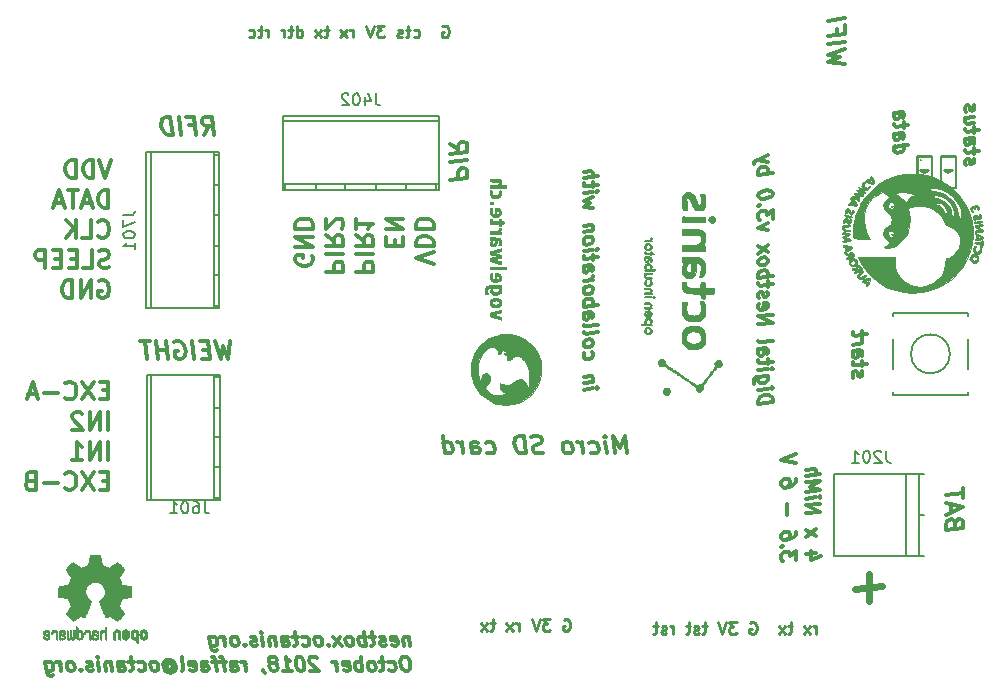
<source format=gbo>
G04 #@! TF.FileFunction,Legend,Bot*
%FSLAX46Y46*%
G04 Gerber Fmt 4.6, Leading zero omitted, Abs format (unit mm)*
G04 Created by KiCad (PCBNEW 4.0.7) date 2018 November 02, Friday 17:04:49*
%MOMM*%
%LPD*%
G01*
G04 APERTURE LIST*
%ADD10C,0.050000*%
%ADD11C,0.250000*%
%ADD12C,0.300000*%
%ADD13C,0.600000*%
%ADD14C,0.066040*%
%ADD15C,0.127000*%
%ADD16C,0.150000*%
%ADD17C,0.010000*%
G04 APERTURE END LIST*
D10*
D11*
X40690477Y3250000D02*
X40785715Y3297619D01*
X40928572Y3297619D01*
X41071430Y3250000D01*
X41166668Y3154762D01*
X41214287Y3059524D01*
X41261906Y2869048D01*
X41261906Y2726190D01*
X41214287Y2535714D01*
X41166668Y2440476D01*
X41071430Y2345238D01*
X40928572Y2297619D01*
X40833334Y2297619D01*
X40690477Y2345238D01*
X40642858Y2392857D01*
X40642858Y2726190D01*
X40833334Y2726190D01*
X39547620Y3297619D02*
X38928572Y3297619D01*
X39261906Y2916667D01*
X39119048Y2916667D01*
X39023810Y2869048D01*
X38976191Y2821429D01*
X38928572Y2726190D01*
X38928572Y2488095D01*
X38976191Y2392857D01*
X39023810Y2345238D01*
X39119048Y2297619D01*
X39404763Y2297619D01*
X39500001Y2345238D01*
X39547620Y2392857D01*
X38642858Y3297619D02*
X38309525Y2297619D01*
X37976191Y3297619D01*
X36880953Y2297619D02*
X36880953Y2964286D01*
X36880953Y2773810D02*
X36833334Y2869048D01*
X36785715Y2916667D01*
X36690477Y2964286D01*
X36595238Y2964286D01*
X36357143Y2297619D02*
X35833333Y2964286D01*
X36357143Y2964286D02*
X35833333Y2297619D01*
X34833333Y2964286D02*
X34452381Y2964286D01*
X34690476Y3297619D02*
X34690476Y2440476D01*
X34642857Y2345238D01*
X34547619Y2297619D01*
X34452381Y2297619D01*
X34214285Y2297619D02*
X33690475Y2964286D01*
X34214285Y2964286D02*
X33690475Y2297619D01*
D12*
X64531429Y50299643D02*
X63031429Y50469286D01*
X64102857Y50888928D01*
X63031429Y51040714D01*
X64531429Y51585357D01*
X63031429Y51969286D02*
X64531429Y52156786D01*
X63817143Y53281786D02*
X63817143Y52781786D01*
X63031429Y52683572D02*
X64531429Y52871072D01*
X64531429Y53585358D01*
X63031429Y53969286D02*
X64531429Y54156786D01*
D11*
X30404764Y53500000D02*
X30500002Y53547619D01*
X30642859Y53547619D01*
X30785717Y53500000D01*
X30880955Y53404762D01*
X30928574Y53309524D01*
X30976193Y53119048D01*
X30976193Y52976190D01*
X30928574Y52785714D01*
X30880955Y52690476D01*
X30785717Y52595238D01*
X30642859Y52547619D01*
X30547621Y52547619D01*
X30404764Y52595238D01*
X30357145Y52642857D01*
X30357145Y52976190D01*
X30547621Y52976190D01*
X27976192Y52595238D02*
X28071430Y52547619D01*
X28261907Y52547619D01*
X28357145Y52595238D01*
X28404764Y52642857D01*
X28452383Y52738095D01*
X28452383Y53023810D01*
X28404764Y53119048D01*
X28357145Y53166667D01*
X28261907Y53214286D01*
X28071430Y53214286D01*
X27976192Y53166667D01*
X27690478Y53214286D02*
X27309526Y53214286D01*
X27547621Y53547619D02*
X27547621Y52690476D01*
X27500002Y52595238D01*
X27404764Y52547619D01*
X27309526Y52547619D01*
X27023811Y52595238D02*
X26928573Y52547619D01*
X26738097Y52547619D01*
X26642858Y52595238D01*
X26595239Y52690476D01*
X26595239Y52738095D01*
X26642858Y52833333D01*
X26738097Y52880952D01*
X26880954Y52880952D01*
X26976192Y52928571D01*
X27023811Y53023810D01*
X27023811Y53071429D01*
X26976192Y53166667D01*
X26880954Y53214286D01*
X26738097Y53214286D01*
X26642858Y53166667D01*
X25500001Y53547619D02*
X24880953Y53547619D01*
X25214287Y53166667D01*
X25071429Y53166667D01*
X24976191Y53119048D01*
X24928572Y53071429D01*
X24880953Y52976190D01*
X24880953Y52738095D01*
X24928572Y52642857D01*
X24976191Y52595238D01*
X25071429Y52547619D01*
X25357144Y52547619D01*
X25452382Y52595238D01*
X25500001Y52642857D01*
X24595239Y53547619D02*
X24261906Y52547619D01*
X23928572Y53547619D01*
X22833334Y52547619D02*
X22833334Y53214286D01*
X22833334Y53023810D02*
X22785715Y53119048D01*
X22738096Y53166667D01*
X22642858Y53214286D01*
X22547619Y53214286D01*
X22309524Y52547619D02*
X21785714Y53214286D01*
X22309524Y53214286D02*
X21785714Y52547619D01*
X20785714Y53214286D02*
X20404762Y53214286D01*
X20642857Y53547619D02*
X20642857Y52690476D01*
X20595238Y52595238D01*
X20500000Y52547619D01*
X20404762Y52547619D01*
X20166666Y52547619D02*
X19642856Y53214286D01*
X20166666Y53214286D02*
X19642856Y52547619D01*
X18071427Y52547619D02*
X18071427Y53547619D01*
X18071427Y52595238D02*
X18166665Y52547619D01*
X18357142Y52547619D01*
X18452380Y52595238D01*
X18499999Y52642857D01*
X18547618Y52738095D01*
X18547618Y53023810D01*
X18499999Y53119048D01*
X18452380Y53166667D01*
X18357142Y53214286D01*
X18166665Y53214286D01*
X18071427Y53166667D01*
X17738094Y53214286D02*
X17357142Y53214286D01*
X17595237Y53547619D02*
X17595237Y52690476D01*
X17547618Y52595238D01*
X17452380Y52547619D01*
X17357142Y52547619D01*
X17023808Y52547619D02*
X17023808Y53214286D01*
X17023808Y53023810D02*
X16976189Y53119048D01*
X16928570Y53166667D01*
X16833332Y53214286D01*
X16738093Y53214286D01*
X15642855Y52547619D02*
X15642855Y53214286D01*
X15642855Y53023810D02*
X15595236Y53119048D01*
X15547617Y53166667D01*
X15452379Y53214286D01*
X15357140Y53214286D01*
X15166664Y53214286D02*
X14785712Y53214286D01*
X15023807Y53547619D02*
X15023807Y52690476D01*
X14976188Y52595238D01*
X14880950Y52547619D01*
X14785712Y52547619D01*
X14023806Y52595238D02*
X14119044Y52547619D01*
X14309521Y52547619D01*
X14404759Y52595238D01*
X14452378Y52642857D01*
X14499997Y52738095D01*
X14499997Y53023810D01*
X14452378Y53119048D01*
X14404759Y53166667D01*
X14309521Y53214286D01*
X14119044Y53214286D01*
X14023806Y53166667D01*
X62083336Y2047619D02*
X62083336Y2714286D01*
X62083336Y2523810D02*
X62035717Y2619048D01*
X61988098Y2666667D01*
X61892860Y2714286D01*
X61797621Y2714286D01*
X61559526Y2047619D02*
X61035716Y2714286D01*
X61559526Y2714286D02*
X61035716Y2047619D01*
X60035716Y2714286D02*
X59654764Y2714286D01*
X59892859Y3047619D02*
X59892859Y2190476D01*
X59845240Y2095238D01*
X59750002Y2047619D01*
X59654764Y2047619D01*
X59416668Y2047619D02*
X58892858Y2714286D01*
X59416668Y2714286D02*
X58892858Y2047619D01*
X56464286Y3000000D02*
X56559524Y3047619D01*
X56702381Y3047619D01*
X56845239Y3000000D01*
X56940477Y2904762D01*
X56988096Y2809524D01*
X57035715Y2619048D01*
X57035715Y2476190D01*
X56988096Y2285714D01*
X56940477Y2190476D01*
X56845239Y2095238D01*
X56702381Y2047619D01*
X56607143Y2047619D01*
X56464286Y2095238D01*
X56416667Y2142857D01*
X56416667Y2476190D01*
X56607143Y2476190D01*
X55321429Y3047619D02*
X54702381Y3047619D01*
X55035715Y2666667D01*
X54892857Y2666667D01*
X54797619Y2619048D01*
X54750000Y2571429D01*
X54702381Y2476190D01*
X54702381Y2238095D01*
X54750000Y2142857D01*
X54797619Y2095238D01*
X54892857Y2047619D01*
X55178572Y2047619D01*
X55273810Y2095238D01*
X55321429Y2142857D01*
X54416667Y3047619D02*
X54083334Y2047619D01*
X53750000Y3047619D01*
X52797619Y2714286D02*
X52416667Y2714286D01*
X52654762Y3047619D02*
X52654762Y2190476D01*
X52607143Y2095238D01*
X52511905Y2047619D01*
X52416667Y2047619D01*
X52130952Y2095238D02*
X52035714Y2047619D01*
X51845238Y2047619D01*
X51749999Y2095238D01*
X51702380Y2190476D01*
X51702380Y2238095D01*
X51749999Y2333333D01*
X51845238Y2380952D01*
X51988095Y2380952D01*
X52083333Y2428571D01*
X52130952Y2523810D01*
X52130952Y2571429D01*
X52083333Y2666667D01*
X51988095Y2714286D01*
X51845238Y2714286D01*
X51749999Y2666667D01*
X51416666Y2714286D02*
X51035714Y2714286D01*
X51273809Y3047619D02*
X51273809Y2190476D01*
X51226190Y2095238D01*
X51130952Y2047619D01*
X51035714Y2047619D01*
X49940475Y2047619D02*
X49940475Y2714286D01*
X49940475Y2523810D02*
X49892856Y2619048D01*
X49845237Y2666667D01*
X49749999Y2714286D01*
X49654760Y2714286D01*
X49369046Y2095238D02*
X49273808Y2047619D01*
X49083332Y2047619D01*
X48988093Y2095238D01*
X48940474Y2190476D01*
X48940474Y2238095D01*
X48988093Y2333333D01*
X49083332Y2380952D01*
X49226189Y2380952D01*
X49321427Y2428571D01*
X49369046Y2523810D01*
X49369046Y2571429D01*
X49321427Y2666667D01*
X49226189Y2714286D01*
X49083332Y2714286D01*
X48988093Y2666667D01*
X48654760Y2714286D02*
X48273808Y2714286D01*
X48511903Y3047619D02*
X48511903Y2190476D01*
X48464284Y2095238D01*
X48369046Y2047619D01*
X48273808Y2047619D01*
D12*
X27607143Y1807143D02*
X27707143Y1007143D01*
X27621429Y1692857D02*
X27557143Y1750000D01*
X27435714Y1807143D01*
X27264286Y1807143D01*
X27157143Y1750000D01*
X27114286Y1635714D01*
X27192857Y1007143D01*
X26157143Y1064286D02*
X26278572Y1007143D01*
X26507143Y1007143D01*
X26614286Y1064286D01*
X26657144Y1178571D01*
X26600001Y1635714D01*
X26528572Y1750000D01*
X26407143Y1807143D01*
X26178572Y1807143D01*
X26071429Y1750000D01*
X26028572Y1635714D01*
X26042857Y1521429D01*
X26628572Y1407143D01*
X25642858Y1064286D02*
X25535715Y1007143D01*
X25307143Y1007143D01*
X25185715Y1064286D01*
X25114287Y1178571D01*
X25107144Y1235714D01*
X25150001Y1350000D01*
X25257143Y1407143D01*
X25428572Y1407143D01*
X25535715Y1464286D01*
X25578573Y1578571D01*
X25571430Y1635714D01*
X25500001Y1750000D01*
X25378572Y1807143D01*
X25207143Y1807143D01*
X25100001Y1750000D01*
X24692857Y1807143D02*
X24235714Y1807143D01*
X24471429Y2207143D02*
X24600001Y1178571D01*
X24557143Y1064286D01*
X24450000Y1007143D01*
X24335714Y1007143D01*
X23935715Y1007143D02*
X23785715Y2207143D01*
X23842858Y1750000D02*
X23721429Y1807143D01*
X23492858Y1807143D01*
X23385715Y1750000D01*
X23335715Y1692857D01*
X23292858Y1578571D01*
X23335715Y1235714D01*
X23407143Y1121429D01*
X23471429Y1064286D01*
X23592858Y1007143D01*
X23821429Y1007143D01*
X23928572Y1064286D01*
X22678572Y1007143D02*
X22785715Y1064286D01*
X22835715Y1121429D01*
X22878573Y1235714D01*
X22835716Y1578571D01*
X22764287Y1692857D01*
X22700001Y1750000D01*
X22578572Y1807143D01*
X22407144Y1807143D01*
X22300001Y1750000D01*
X22250001Y1692857D01*
X22207144Y1578571D01*
X22250001Y1235714D01*
X22321429Y1121429D01*
X22385715Y1064286D01*
X22507144Y1007143D01*
X22678572Y1007143D01*
X21878572Y1007143D02*
X21150001Y1807143D01*
X21778572Y1807143D02*
X21250001Y1007143D01*
X20778572Y1121429D02*
X20728572Y1064286D01*
X20792858Y1007143D01*
X20842858Y1064286D01*
X20778572Y1121429D01*
X20792858Y1007143D01*
X20050000Y1007143D02*
X20157143Y1064286D01*
X20207143Y1121429D01*
X20250001Y1235714D01*
X20207144Y1578571D01*
X20135715Y1692857D01*
X20071429Y1750000D01*
X19950000Y1807143D01*
X19778572Y1807143D01*
X19671429Y1750000D01*
X19621429Y1692857D01*
X19578572Y1578571D01*
X19621429Y1235714D01*
X19692857Y1121429D01*
X19757143Y1064286D01*
X19878572Y1007143D01*
X20050000Y1007143D01*
X18614286Y1064286D02*
X18735715Y1007143D01*
X18964286Y1007143D01*
X19071429Y1064286D01*
X19121429Y1121429D01*
X19164287Y1235714D01*
X19121430Y1578571D01*
X19050001Y1692857D01*
X18985715Y1750000D01*
X18864286Y1807143D01*
X18635715Y1807143D01*
X18528572Y1750000D01*
X18178572Y1807143D02*
X17721429Y1807143D01*
X17957144Y2207143D02*
X18085716Y1178571D01*
X18042858Y1064286D01*
X17935715Y1007143D01*
X17821429Y1007143D01*
X16907144Y1007143D02*
X16828573Y1635714D01*
X16871430Y1750000D01*
X16978573Y1807143D01*
X17207144Y1807143D01*
X17328573Y1750000D01*
X16900001Y1064286D02*
X17021430Y1007143D01*
X17307144Y1007143D01*
X17414287Y1064286D01*
X17457145Y1178571D01*
X17442859Y1292857D01*
X17371430Y1407143D01*
X17250001Y1464286D01*
X16964287Y1464286D01*
X16842858Y1521429D01*
X16235716Y1807143D02*
X16335716Y1007143D01*
X16250002Y1692857D02*
X16185716Y1750000D01*
X16064287Y1807143D01*
X15892859Y1807143D01*
X15785716Y1750000D01*
X15742859Y1635714D01*
X15821430Y1007143D01*
X15250002Y1007143D02*
X15150002Y1807143D01*
X15100002Y2207143D02*
X15164288Y2150000D01*
X15114288Y2092857D01*
X15050002Y2150000D01*
X15100002Y2207143D01*
X15114288Y2092857D01*
X14728573Y1064286D02*
X14621430Y1007143D01*
X14392858Y1007143D01*
X14271430Y1064286D01*
X14200002Y1178571D01*
X14192859Y1235714D01*
X14235716Y1350000D01*
X14342858Y1407143D01*
X14514287Y1407143D01*
X14621430Y1464286D01*
X14664288Y1578571D01*
X14657145Y1635714D01*
X14585716Y1750000D01*
X14464287Y1807143D01*
X14292858Y1807143D01*
X14185716Y1750000D01*
X13692858Y1121429D02*
X13642858Y1064286D01*
X13707144Y1007143D01*
X13757144Y1064286D01*
X13692858Y1121429D01*
X13707144Y1007143D01*
X12964286Y1007143D02*
X13071429Y1064286D01*
X13121429Y1121429D01*
X13164287Y1235714D01*
X13121430Y1578571D01*
X13050001Y1692857D01*
X12985715Y1750000D01*
X12864286Y1807143D01*
X12692858Y1807143D01*
X12585715Y1750000D01*
X12535715Y1692857D01*
X12492858Y1578571D01*
X12535715Y1235714D01*
X12607143Y1121429D01*
X12671429Y1064286D01*
X12792858Y1007143D01*
X12964286Y1007143D01*
X12050001Y1007143D02*
X11950001Y1807143D01*
X11978573Y1578571D02*
X11907144Y1692857D01*
X11842858Y1750000D01*
X11721429Y1807143D01*
X11607144Y1807143D01*
X10692858Y1807143D02*
X10814287Y835714D01*
X10885715Y721429D01*
X10950001Y664286D01*
X11071429Y607143D01*
X11242858Y607143D01*
X11350001Y664286D01*
X10785715Y1064286D02*
X10907144Y1007143D01*
X11135715Y1007143D01*
X11242858Y1064286D01*
X11292858Y1121429D01*
X11335716Y1235714D01*
X11292859Y1578571D01*
X11221430Y1692857D01*
X11157144Y1750000D01*
X11035715Y1807143D01*
X10807144Y1807143D01*
X10700001Y1750000D01*
X27328571Y107143D02*
X27100000Y107143D01*
X26992857Y50000D01*
X26892857Y-64286D01*
X26864286Y-292857D01*
X26914286Y-692857D01*
X27000000Y-921429D01*
X27128571Y-1035714D01*
X27250000Y-1092857D01*
X27478571Y-1092857D01*
X27585714Y-1035714D01*
X27685715Y-921429D01*
X27714286Y-692857D01*
X27664286Y-292857D01*
X27578572Y-64286D01*
X27450000Y50000D01*
X27328571Y107143D01*
X25928571Y-1035714D02*
X26050000Y-1092857D01*
X26278571Y-1092857D01*
X26385714Y-1035714D01*
X26435714Y-978571D01*
X26478572Y-864286D01*
X26435715Y-521429D01*
X26364286Y-407143D01*
X26300000Y-350000D01*
X26178571Y-292857D01*
X25950000Y-292857D01*
X25842857Y-350000D01*
X25492857Y-292857D02*
X25035714Y-292857D01*
X25271429Y107143D02*
X25400001Y-921429D01*
X25357143Y-1035714D01*
X25250000Y-1092857D01*
X25135714Y-1092857D01*
X24564286Y-1092857D02*
X24671429Y-1035714D01*
X24721429Y-978571D01*
X24764287Y-864286D01*
X24721430Y-521429D01*
X24650001Y-407143D01*
X24585715Y-350000D01*
X24464286Y-292857D01*
X24292858Y-292857D01*
X24185715Y-350000D01*
X24135715Y-407143D01*
X24092858Y-521429D01*
X24135715Y-864286D01*
X24207143Y-978571D01*
X24271429Y-1035714D01*
X24392858Y-1092857D01*
X24564286Y-1092857D01*
X23650001Y-1092857D02*
X23500001Y107143D01*
X23557144Y-350000D02*
X23435715Y-292857D01*
X23207144Y-292857D01*
X23100001Y-350000D01*
X23050001Y-407143D01*
X23007144Y-521429D01*
X23050001Y-864286D01*
X23121429Y-978571D01*
X23185715Y-1035714D01*
X23307144Y-1092857D01*
X23535715Y-1092857D01*
X23642858Y-1035714D01*
X22100001Y-1035714D02*
X22221430Y-1092857D01*
X22450001Y-1092857D01*
X22557144Y-1035714D01*
X22600002Y-921429D01*
X22542859Y-464286D01*
X22471430Y-350000D01*
X22350001Y-292857D01*
X22121430Y-292857D01*
X22014287Y-350000D01*
X21971430Y-464286D01*
X21985715Y-578571D01*
X22571430Y-692857D01*
X21535716Y-1092857D02*
X21435716Y-292857D01*
X21464288Y-521429D02*
X21392859Y-407143D01*
X21328573Y-350000D01*
X21207144Y-292857D01*
X21092859Y-292857D01*
X19800002Y-7143D02*
X19735716Y50000D01*
X19614287Y107143D01*
X19328573Y107143D01*
X19221430Y50000D01*
X19171430Y-7143D01*
X19128573Y-121429D01*
X19142858Y-235714D01*
X19221430Y-407143D01*
X19992858Y-1092857D01*
X19250001Y-1092857D01*
X18357144Y107143D02*
X18242859Y107143D01*
X18135716Y50000D01*
X18085716Y-7143D01*
X18042859Y-121429D01*
X18014287Y-350000D01*
X18050001Y-635714D01*
X18135716Y-864286D01*
X18207144Y-978571D01*
X18271430Y-1035714D01*
X18392859Y-1092857D01*
X18507144Y-1092857D01*
X18614287Y-1035714D01*
X18664287Y-978571D01*
X18707145Y-864286D01*
X18735716Y-635714D01*
X18700002Y-350000D01*
X18614288Y-121429D01*
X18542859Y-7143D01*
X18478573Y50000D01*
X18357144Y107143D01*
X16964287Y-1092857D02*
X17650002Y-1092857D01*
X17307144Y-1092857D02*
X17157144Y107143D01*
X17292859Y-64286D01*
X17421430Y-178571D01*
X17542859Y-235714D01*
X16192859Y-407143D02*
X16300002Y-350000D01*
X16350002Y-292857D01*
X16392859Y-178571D01*
X16385717Y-121429D01*
X16314288Y-7143D01*
X16250002Y50000D01*
X16128573Y107143D01*
X15900002Y107143D01*
X15792859Y50000D01*
X15742859Y-7143D01*
X15700002Y-121429D01*
X15707144Y-178571D01*
X15778573Y-292857D01*
X15842859Y-350000D01*
X15964288Y-407143D01*
X16192859Y-407143D01*
X16314288Y-464286D01*
X16378574Y-521429D01*
X16450002Y-635714D01*
X16478574Y-864286D01*
X16435716Y-978571D01*
X16385716Y-1035714D01*
X16278573Y-1092857D01*
X16050002Y-1092857D01*
X15928573Y-1035714D01*
X15864287Y-978571D01*
X15792859Y-864286D01*
X15764287Y-635714D01*
X15807145Y-521429D01*
X15857145Y-464286D01*
X15964288Y-407143D01*
X15242859Y-1035714D02*
X15250002Y-1092857D01*
X15321431Y-1207143D01*
X15385717Y-1264286D01*
X13821430Y-1092857D02*
X13721430Y-292857D01*
X13750002Y-521429D02*
X13678573Y-407143D01*
X13614287Y-350000D01*
X13492858Y-292857D01*
X13378573Y-292857D01*
X12564287Y-1092857D02*
X12485716Y-464286D01*
X12528573Y-350000D01*
X12635716Y-292857D01*
X12864287Y-292857D01*
X12985716Y-350000D01*
X12557144Y-1035714D02*
X12678573Y-1092857D01*
X12964287Y-1092857D01*
X13071430Y-1035714D01*
X13114288Y-921429D01*
X13100002Y-807143D01*
X13028573Y-692857D01*
X12907144Y-635714D01*
X12621430Y-635714D01*
X12500001Y-578571D01*
X12064287Y-292857D02*
X11607144Y-292857D01*
X11992859Y-1092857D02*
X11864288Y-64286D01*
X11792859Y50000D01*
X11671430Y107143D01*
X11557144Y107143D01*
X11378573Y-292857D02*
X10921430Y-292857D01*
X11307145Y-1092857D02*
X11178574Y-64286D01*
X11107145Y50000D01*
X10985716Y107143D01*
X10871430Y107143D01*
X10107145Y-1092857D02*
X10028574Y-464286D01*
X10071431Y-350000D01*
X10178574Y-292857D01*
X10407145Y-292857D01*
X10528574Y-350000D01*
X10100002Y-1035714D02*
X10221431Y-1092857D01*
X10507145Y-1092857D01*
X10614288Y-1035714D01*
X10657146Y-921429D01*
X10642860Y-807143D01*
X10571431Y-692857D01*
X10450002Y-635714D01*
X10164288Y-635714D01*
X10042859Y-578571D01*
X9071431Y-1035714D02*
X9192860Y-1092857D01*
X9421431Y-1092857D01*
X9528574Y-1035714D01*
X9571432Y-921429D01*
X9514289Y-464286D01*
X9442860Y-350000D01*
X9321431Y-292857D01*
X9092860Y-292857D01*
X8985717Y-350000D01*
X8942860Y-464286D01*
X8957145Y-578571D01*
X9542860Y-692857D01*
X8335717Y-1092857D02*
X8442860Y-1035714D01*
X8485718Y-921429D01*
X8357146Y107143D01*
X7064290Y-521429D02*
X7114289Y-464286D01*
X7221432Y-407143D01*
X7335718Y-407143D01*
X7457147Y-464286D01*
X7521432Y-521429D01*
X7592860Y-635714D01*
X7607146Y-750000D01*
X7564289Y-864286D01*
X7514290Y-921429D01*
X7407146Y-978571D01*
X7292860Y-978571D01*
X7171432Y-921429D01*
X7107147Y-864286D01*
X7050004Y-407143D02*
X7107147Y-864286D01*
X7057147Y-921429D01*
X7000004Y-921429D01*
X6878575Y-864286D01*
X6807146Y-750000D01*
X6771432Y-464286D01*
X6864289Y-292857D01*
X7021432Y-178571D01*
X7242861Y-121429D01*
X7478574Y-178571D01*
X7664289Y-292857D01*
X7800004Y-464286D01*
X7885718Y-692857D01*
X7857147Y-921429D01*
X7764289Y-1092857D01*
X7607146Y-1207143D01*
X7385718Y-1264286D01*
X7150004Y-1207143D01*
X6964289Y-1092857D01*
X6164289Y-1092857D02*
X6271432Y-1035714D01*
X6321432Y-978571D01*
X6364290Y-864286D01*
X6321433Y-521429D01*
X6250004Y-407143D01*
X6185718Y-350000D01*
X6064289Y-292857D01*
X5892861Y-292857D01*
X5785718Y-350000D01*
X5735718Y-407143D01*
X5692861Y-521429D01*
X5735718Y-864286D01*
X5807146Y-978571D01*
X5871432Y-1035714D01*
X5992861Y-1092857D01*
X6164289Y-1092857D01*
X4728575Y-1035714D02*
X4850004Y-1092857D01*
X5078575Y-1092857D01*
X5185718Y-1035714D01*
X5235718Y-978571D01*
X5278576Y-864286D01*
X5235719Y-521429D01*
X5164290Y-407143D01*
X5100004Y-350000D01*
X4978575Y-292857D01*
X4750004Y-292857D01*
X4642861Y-350000D01*
X4292861Y-292857D02*
X3835718Y-292857D01*
X4071433Y107143D02*
X4200005Y-921429D01*
X4157147Y-1035714D01*
X4050004Y-1092857D01*
X3935718Y-1092857D01*
X3021433Y-1092857D02*
X2942862Y-464286D01*
X2985719Y-350000D01*
X3092862Y-292857D01*
X3321433Y-292857D01*
X3442862Y-350000D01*
X3014290Y-1035714D02*
X3135719Y-1092857D01*
X3421433Y-1092857D01*
X3528576Y-1035714D01*
X3571434Y-921429D01*
X3557148Y-807143D01*
X3485719Y-692857D01*
X3364290Y-635714D01*
X3078576Y-635714D01*
X2957147Y-578571D01*
X2350005Y-292857D02*
X2450005Y-1092857D01*
X2364291Y-407143D02*
X2300005Y-350000D01*
X2178576Y-292857D01*
X2007148Y-292857D01*
X1900005Y-350000D01*
X1857148Y-464286D01*
X1935719Y-1092857D01*
X1364291Y-1092857D02*
X1264291Y-292857D01*
X1214291Y107143D02*
X1278577Y50000D01*
X1228577Y-7143D01*
X1164291Y50000D01*
X1214291Y107143D01*
X1228577Y-7143D01*
X842862Y-1035714D02*
X735719Y-1092857D01*
X507147Y-1092857D01*
X385719Y-1035714D01*
X314291Y-921429D01*
X307148Y-864286D01*
X350005Y-750000D01*
X457147Y-692857D01*
X628576Y-692857D01*
X735719Y-635714D01*
X778577Y-521429D01*
X771434Y-464286D01*
X700005Y-350000D01*
X578576Y-292857D01*
X407147Y-292857D01*
X300005Y-350000D01*
X-192853Y-978571D02*
X-242853Y-1035714D01*
X-178567Y-1092857D01*
X-128567Y-1035714D01*
X-192853Y-978571D01*
X-178567Y-1092857D01*
X-921425Y-1092857D02*
X-814282Y-1035714D01*
X-764282Y-978571D01*
X-721424Y-864286D01*
X-764281Y-521429D01*
X-835710Y-407143D01*
X-899996Y-350000D01*
X-1021425Y-292857D01*
X-1192853Y-292857D01*
X-1299996Y-350000D01*
X-1349996Y-407143D01*
X-1392853Y-521429D01*
X-1349996Y-864286D01*
X-1278568Y-978571D01*
X-1214282Y-1035714D01*
X-1092853Y-1092857D01*
X-921425Y-1092857D01*
X-1835710Y-1092857D02*
X-1935710Y-292857D01*
X-1907138Y-521429D02*
X-1978567Y-407143D01*
X-2042853Y-350000D01*
X-2164282Y-292857D01*
X-2278567Y-292857D01*
X-3192853Y-292857D02*
X-3071424Y-1264286D01*
X-2999996Y-1378571D01*
X-2935710Y-1435714D01*
X-2814282Y-1492857D01*
X-2642853Y-1492857D01*
X-2535710Y-1435714D01*
X-3099996Y-1035714D02*
X-2978567Y-1092857D01*
X-2749996Y-1092857D01*
X-2642853Y-1035714D01*
X-2592853Y-978571D01*
X-2549995Y-864286D01*
X-2592852Y-521429D01*
X-2664281Y-407143D01*
X-2728567Y-350000D01*
X-2849996Y-292857D01*
X-3078567Y-292857D01*
X-3185710Y-350000D01*
X65224286Y23747857D02*
X65167143Y23855000D01*
X65167143Y24083572D01*
X65224286Y24205000D01*
X65338571Y24276428D01*
X65395714Y24283571D01*
X65510000Y24240714D01*
X65567143Y24133572D01*
X65567143Y23962143D01*
X65624286Y23855000D01*
X65738571Y23812142D01*
X65795714Y23819285D01*
X65910000Y23890714D01*
X65967143Y24012143D01*
X65967143Y24183572D01*
X65910000Y24290714D01*
X65967143Y24697858D02*
X65967143Y25155001D01*
X66367143Y24919286D02*
X65338571Y24790714D01*
X65224286Y24833572D01*
X65167143Y24940715D01*
X65167143Y25055001D01*
X65167143Y25969286D02*
X65795714Y26047857D01*
X65910000Y26005000D01*
X65967143Y25897857D01*
X65967143Y25669286D01*
X65910000Y25547857D01*
X65224286Y25976429D02*
X65167143Y25855000D01*
X65167143Y25569286D01*
X65224286Y25462143D01*
X65338571Y25419285D01*
X65452857Y25433571D01*
X65567143Y25505000D01*
X65624286Y25626429D01*
X65624286Y25912143D01*
X65681429Y26033572D01*
X65167143Y26540714D02*
X65967143Y26640714D01*
X65738571Y26612142D02*
X65852857Y26683571D01*
X65910000Y26747857D01*
X65967143Y26869286D01*
X65967143Y26983571D01*
X65967143Y27212143D02*
X65967143Y27669286D01*
X66367143Y27433571D02*
X65338571Y27304999D01*
X65224286Y27347857D01*
X65167143Y27455000D01*
X65167143Y27569286D01*
X68667143Y43312143D02*
X69867143Y43462143D01*
X68724286Y43319286D02*
X68667143Y43197857D01*
X68667143Y42969286D01*
X68724286Y42862143D01*
X68781429Y42812143D01*
X68895714Y42769285D01*
X69238571Y42812142D01*
X69352857Y42883571D01*
X69410000Y42947857D01*
X69467143Y43069286D01*
X69467143Y43297857D01*
X69410000Y43405000D01*
X68667143Y44397857D02*
X69295714Y44476428D01*
X69410000Y44433571D01*
X69467143Y44326428D01*
X69467143Y44097857D01*
X69410000Y43976428D01*
X68724286Y44405000D02*
X68667143Y44283571D01*
X68667143Y43997857D01*
X68724286Y43890714D01*
X68838571Y43847856D01*
X68952857Y43862142D01*
X69067143Y43933571D01*
X69124286Y44055000D01*
X69124286Y44340714D01*
X69181429Y44462143D01*
X69467143Y44897857D02*
X69467143Y45355000D01*
X69867143Y45119285D02*
X68838571Y44990713D01*
X68724286Y45033571D01*
X68667143Y45140714D01*
X68667143Y45255000D01*
X68667143Y46169285D02*
X69295714Y46247856D01*
X69410000Y46204999D01*
X69467143Y46097856D01*
X69467143Y45869285D01*
X69410000Y45747856D01*
X68724286Y46176428D02*
X68667143Y46054999D01*
X68667143Y45769285D01*
X68724286Y45662142D01*
X68838571Y45619284D01*
X68952857Y45633570D01*
X69067143Y45704999D01*
X69124286Y45826428D01*
X69124286Y46112142D01*
X69181429Y46233571D01*
X74724286Y41747857D02*
X74667143Y41855000D01*
X74667143Y42083572D01*
X74724286Y42205000D01*
X74838571Y42276428D01*
X74895714Y42283571D01*
X75010000Y42240714D01*
X75067143Y42133572D01*
X75067143Y41962143D01*
X75124286Y41855000D01*
X75238571Y41812142D01*
X75295714Y41819285D01*
X75410000Y41890714D01*
X75467143Y42012143D01*
X75467143Y42183572D01*
X75410000Y42290714D01*
X75467143Y42697858D02*
X75467143Y43155001D01*
X75867143Y42919286D02*
X74838571Y42790714D01*
X74724286Y42833572D01*
X74667143Y42940715D01*
X74667143Y43055001D01*
X74667143Y43969286D02*
X75295714Y44047857D01*
X75410000Y44005000D01*
X75467143Y43897857D01*
X75467143Y43669286D01*
X75410000Y43547857D01*
X74724286Y43976429D02*
X74667143Y43855000D01*
X74667143Y43569286D01*
X74724286Y43462143D01*
X74838571Y43419285D01*
X74952857Y43433571D01*
X75067143Y43505000D01*
X75124286Y43626429D01*
X75124286Y43912143D01*
X75181429Y44033572D01*
X75467143Y44469286D02*
X75467143Y44926429D01*
X75867143Y44690714D02*
X74838571Y44562142D01*
X74724286Y44605000D01*
X74667143Y44712143D01*
X74667143Y44826429D01*
X75467143Y45840714D02*
X74667143Y45740714D01*
X75467143Y45326428D02*
X74838571Y45247856D01*
X74724286Y45290714D01*
X74667143Y45397857D01*
X74667143Y45569285D01*
X74724286Y45690714D01*
X74781429Y45755000D01*
X74724286Y46262142D02*
X74667143Y46369285D01*
X74667143Y46597857D01*
X74724286Y46719285D01*
X74838571Y46790713D01*
X74895714Y46797856D01*
X75010000Y46754999D01*
X75067143Y46647857D01*
X75067143Y46476428D01*
X75124286Y46369285D01*
X75238571Y46326427D01*
X75295714Y46333570D01*
X75410000Y46404999D01*
X75467143Y46526428D01*
X75467143Y46697857D01*
X75410000Y46804999D01*
X57167143Y21508571D02*
X58367143Y21658571D01*
X58367143Y21944286D01*
X58310000Y22108571D01*
X58195714Y22208571D01*
X58081429Y22251429D01*
X57852857Y22280000D01*
X57681429Y22258572D01*
X57452857Y22172857D01*
X57338571Y22101428D01*
X57224286Y21972857D01*
X57167143Y21794286D01*
X57167143Y21508571D01*
X57167143Y22708571D02*
X57967143Y22808571D01*
X58367143Y22858571D02*
X58310000Y22794285D01*
X58252857Y22844285D01*
X58310000Y22908571D01*
X58367143Y22858571D01*
X58252857Y22844285D01*
X57967143Y23894286D02*
X56995714Y23772857D01*
X56881429Y23701429D01*
X56824286Y23637143D01*
X56767143Y23515715D01*
X56767143Y23344286D01*
X56824286Y23237143D01*
X57224286Y23801429D02*
X57167143Y23680000D01*
X57167143Y23451429D01*
X57224286Y23344286D01*
X57281429Y23294286D01*
X57395714Y23251428D01*
X57738571Y23294285D01*
X57852857Y23365714D01*
X57910000Y23430000D01*
X57967143Y23551429D01*
X57967143Y23780000D01*
X57910000Y23887143D01*
X57167143Y24365714D02*
X57967143Y24465714D01*
X58367143Y24515714D02*
X58310000Y24451428D01*
X58252857Y24501428D01*
X58310000Y24565714D01*
X58367143Y24515714D01*
X58252857Y24501428D01*
X57967143Y24865715D02*
X57967143Y25322858D01*
X58367143Y25087143D02*
X57338571Y24958571D01*
X57224286Y25001429D01*
X57167143Y25108572D01*
X57167143Y25222858D01*
X57167143Y26137143D02*
X57795714Y26215714D01*
X57910000Y26172857D01*
X57967143Y26065714D01*
X57967143Y25837143D01*
X57910000Y25715714D01*
X57224286Y26144286D02*
X57167143Y26022857D01*
X57167143Y25737143D01*
X57224286Y25630000D01*
X57338571Y25587142D01*
X57452857Y25601428D01*
X57567143Y25672857D01*
X57624286Y25794286D01*
X57624286Y26080000D01*
X57681429Y26201429D01*
X57167143Y26880000D02*
X57224286Y26772857D01*
X57338571Y26729999D01*
X58367143Y26858571D01*
X57167143Y28251428D02*
X58367143Y28401428D01*
X57167143Y28937143D01*
X58367143Y29087143D01*
X57224286Y29972857D02*
X57167143Y29851428D01*
X57167143Y29622857D01*
X57224286Y29515714D01*
X57338571Y29472856D01*
X57795714Y29529999D01*
X57910000Y29601428D01*
X57967143Y29722857D01*
X57967143Y29951428D01*
X57910000Y30058571D01*
X57795714Y30101428D01*
X57681429Y30087143D01*
X57567143Y29501428D01*
X57224286Y30487142D02*
X57167143Y30594285D01*
X57167143Y30822857D01*
X57224286Y30944285D01*
X57338571Y31015713D01*
X57395714Y31022856D01*
X57510000Y30979999D01*
X57567143Y30872857D01*
X57567143Y30701428D01*
X57624286Y30594285D01*
X57738571Y30551427D01*
X57795714Y30558570D01*
X57910000Y30629999D01*
X57967143Y30751428D01*
X57967143Y30922857D01*
X57910000Y31029999D01*
X57967143Y31437143D02*
X57967143Y31894286D01*
X58367143Y31658571D02*
X57338571Y31529999D01*
X57224286Y31572857D01*
X57167143Y31680000D01*
X57167143Y31794286D01*
X57167143Y32194285D02*
X58367143Y32344285D01*
X57910000Y32287142D02*
X57967143Y32408571D01*
X57967143Y32637142D01*
X57910000Y32744285D01*
X57852857Y32794285D01*
X57738571Y32837142D01*
X57395714Y32794285D01*
X57281429Y32722857D01*
X57224286Y32658571D01*
X57167143Y32537142D01*
X57167143Y32308571D01*
X57224286Y32201428D01*
X57167143Y33451428D02*
X57224286Y33344285D01*
X57281429Y33294285D01*
X57395714Y33251427D01*
X57738571Y33294284D01*
X57852857Y33365713D01*
X57910000Y33429999D01*
X57967143Y33551428D01*
X57967143Y33722856D01*
X57910000Y33829999D01*
X57852857Y33879999D01*
X57738571Y33922856D01*
X57395714Y33879999D01*
X57281429Y33808571D01*
X57224286Y33744285D01*
X57167143Y33622856D01*
X57167143Y33451428D01*
X57167143Y34251428D02*
X57967143Y34979999D01*
X57967143Y34351428D02*
X57167143Y34879999D01*
X57967143Y36237143D02*
X57167143Y36422857D01*
X57967143Y36808571D01*
X58367143Y37201429D02*
X58367143Y37944286D01*
X57910000Y37487143D01*
X57910000Y37658571D01*
X57852857Y37765714D01*
X57795714Y37815714D01*
X57681429Y37858572D01*
X57395714Y37822857D01*
X57281429Y37751429D01*
X57224286Y37687143D01*
X57167143Y37565714D01*
X57167143Y37222857D01*
X57224286Y37115714D01*
X57281429Y37065715D01*
X57281429Y38322857D02*
X57224286Y38372857D01*
X57167143Y38308571D01*
X57224286Y38258571D01*
X57281429Y38322857D01*
X57167143Y38308571D01*
X58367143Y39258572D02*
X58367143Y39372857D01*
X58310000Y39480000D01*
X58252857Y39530000D01*
X58138571Y39572857D01*
X57910000Y39601429D01*
X57624286Y39565715D01*
X57395714Y39480000D01*
X57281429Y39408572D01*
X57224286Y39344286D01*
X57167143Y39222857D01*
X57167143Y39108572D01*
X57224286Y39001429D01*
X57281429Y38951429D01*
X57395714Y38908571D01*
X57624286Y38880000D01*
X57910000Y38915714D01*
X58138571Y39001428D01*
X58252857Y39072857D01*
X58310000Y39137143D01*
X58367143Y39258572D01*
X57167143Y40937143D02*
X58367143Y41087143D01*
X57910000Y41030000D02*
X57967143Y41151429D01*
X57967143Y41380000D01*
X57910000Y41487143D01*
X57852857Y41537143D01*
X57738571Y41580000D01*
X57395714Y41537143D01*
X57281429Y41465715D01*
X57224286Y41401429D01*
X57167143Y41280000D01*
X57167143Y41051429D01*
X57224286Y40944286D01*
X57967143Y42008572D02*
X57167143Y42194286D01*
X57967143Y42580000D02*
X57167143Y42194286D01*
X56881429Y42044286D01*
X56824286Y41980000D01*
X56767143Y41858572D01*
X42367143Y22737144D02*
X43167143Y22837144D01*
X43567143Y22887144D02*
X43510000Y22822858D01*
X43452857Y22872858D01*
X43510000Y22937144D01*
X43567143Y22887144D01*
X43452857Y22872858D01*
X43167143Y23408573D02*
X42367143Y23308573D01*
X43052857Y23394287D02*
X43110000Y23458573D01*
X43167143Y23580002D01*
X43167143Y23751430D01*
X43110000Y23858573D01*
X42995714Y23901430D01*
X42367143Y23822859D01*
X42424286Y25830002D02*
X42367143Y25708573D01*
X42367143Y25480002D01*
X42424286Y25372859D01*
X42481429Y25322859D01*
X42595714Y25280001D01*
X42938571Y25322858D01*
X43052857Y25394287D01*
X43110000Y25458573D01*
X43167143Y25580002D01*
X43167143Y25808573D01*
X43110000Y25915716D01*
X42367143Y26508573D02*
X42424286Y26401430D01*
X42481429Y26351430D01*
X42595714Y26308572D01*
X42938571Y26351429D01*
X43052857Y26422858D01*
X43110000Y26487144D01*
X43167143Y26608573D01*
X43167143Y26780001D01*
X43110000Y26887144D01*
X43052857Y26937144D01*
X42938571Y26980001D01*
X42595714Y26937144D01*
X42481429Y26865716D01*
X42424286Y26801430D01*
X42367143Y26680001D01*
X42367143Y26508573D01*
X42367143Y27594287D02*
X42424286Y27487144D01*
X42538571Y27444286D01*
X43567143Y27572858D01*
X42367143Y28222858D02*
X42424286Y28115715D01*
X42538571Y28072857D01*
X43567143Y28201429D01*
X42367143Y29194286D02*
X42995714Y29272857D01*
X43110000Y29230000D01*
X43167143Y29122857D01*
X43167143Y28894286D01*
X43110000Y28772857D01*
X42424286Y29201429D02*
X42367143Y29080000D01*
X42367143Y28794286D01*
X42424286Y28687143D01*
X42538571Y28644285D01*
X42652857Y28658571D01*
X42767143Y28730000D01*
X42824286Y28851429D01*
X42824286Y29137143D01*
X42881429Y29258572D01*
X42367143Y29765714D02*
X43567143Y29915714D01*
X43110000Y29858571D02*
X43167143Y29980000D01*
X43167143Y30208571D01*
X43110000Y30315714D01*
X43052857Y30365714D01*
X42938571Y30408571D01*
X42595714Y30365714D01*
X42481429Y30294286D01*
X42424286Y30230000D01*
X42367143Y30108571D01*
X42367143Y29880000D01*
X42424286Y29772857D01*
X42367143Y31022857D02*
X42424286Y30915714D01*
X42481429Y30865714D01*
X42595714Y30822856D01*
X42938571Y30865713D01*
X43052857Y30937142D01*
X43110000Y31001428D01*
X43167143Y31122857D01*
X43167143Y31294285D01*
X43110000Y31401428D01*
X43052857Y31451428D01*
X42938571Y31494285D01*
X42595714Y31451428D01*
X42481429Y31380000D01*
X42424286Y31315714D01*
X42367143Y31194285D01*
X42367143Y31022857D01*
X42367143Y31937142D02*
X43167143Y32037142D01*
X42938571Y32008570D02*
X43052857Y32079999D01*
X43110000Y32144285D01*
X43167143Y32265714D01*
X43167143Y32379999D01*
X42367143Y33194285D02*
X42995714Y33272856D01*
X43110000Y33229999D01*
X43167143Y33122856D01*
X43167143Y32894285D01*
X43110000Y32772856D01*
X42424286Y33201428D02*
X42367143Y33079999D01*
X42367143Y32794285D01*
X42424286Y32687142D01*
X42538571Y32644284D01*
X42652857Y32658570D01*
X42767143Y32729999D01*
X42824286Y32851428D01*
X42824286Y33137142D01*
X42881429Y33258571D01*
X43167143Y33694285D02*
X43167143Y34151428D01*
X43567143Y33915713D02*
X42538571Y33787141D01*
X42424286Y33829999D01*
X42367143Y33937142D01*
X42367143Y34051428D01*
X42367143Y34451427D02*
X43167143Y34551427D01*
X43567143Y34601427D02*
X43510000Y34537141D01*
X43452857Y34587141D01*
X43510000Y34651427D01*
X43567143Y34601427D01*
X43452857Y34587141D01*
X42367143Y35194285D02*
X42424286Y35087142D01*
X42481429Y35037142D01*
X42595714Y34994284D01*
X42938571Y35037141D01*
X43052857Y35108570D01*
X43110000Y35172856D01*
X43167143Y35294285D01*
X43167143Y35465713D01*
X43110000Y35572856D01*
X43052857Y35622856D01*
X42938571Y35665713D01*
X42595714Y35622856D01*
X42481429Y35551428D01*
X42424286Y35487142D01*
X42367143Y35365713D01*
X42367143Y35194285D01*
X43167143Y36208570D02*
X42367143Y36108570D01*
X43052857Y36194284D02*
X43110000Y36258570D01*
X43167143Y36379999D01*
X43167143Y36551427D01*
X43110000Y36658570D01*
X42995714Y36701427D01*
X42367143Y36622856D01*
X43167143Y38094285D02*
X42367143Y38222856D01*
X42938571Y38522855D01*
X42367143Y38679999D01*
X43167143Y39008570D01*
X42367143Y39365713D02*
X43167143Y39465713D01*
X43567143Y39515713D02*
X43510000Y39451427D01*
X43452857Y39501427D01*
X43510000Y39565713D01*
X43567143Y39515713D01*
X43452857Y39501427D01*
X43167143Y39865714D02*
X43167143Y40322857D01*
X43567143Y40087142D02*
X42538571Y39958570D01*
X42424286Y40001428D01*
X42367143Y40108571D01*
X42367143Y40222857D01*
X42367143Y40622856D02*
X43567143Y40772856D01*
X42367143Y41137142D02*
X42995714Y41215713D01*
X43110000Y41172856D01*
X43167143Y41065713D01*
X43167143Y40894285D01*
X43110000Y40772856D01*
X43052857Y40708570D01*
X46049106Y17321429D02*
X45861606Y18821429D01*
X45495535Y17750000D01*
X44861606Y18821429D01*
X45049106Y17321429D01*
X44334820Y17321429D02*
X44209820Y18321429D01*
X44147320Y18821429D02*
X44227678Y18750000D01*
X44165178Y18678571D01*
X44084821Y18750000D01*
X44147320Y18821429D01*
X44165178Y18678571D01*
X42968749Y17392857D02*
X43120534Y17321429D01*
X43406248Y17321429D01*
X43540178Y17392857D01*
X43602677Y17464286D01*
X43656249Y17607143D01*
X43602678Y18035714D01*
X43513392Y18178571D01*
X43433035Y18250000D01*
X43281248Y18321429D01*
X42995534Y18321429D01*
X42861606Y18250000D01*
X42334820Y17321429D02*
X42209820Y18321429D01*
X42245535Y18035714D02*
X42156250Y18178571D01*
X42075892Y18250000D01*
X41924106Y18321429D01*
X41781249Y18321429D01*
X41191963Y17321429D02*
X41325893Y17392857D01*
X41388392Y17464286D01*
X41441964Y17607143D01*
X41388393Y18035714D01*
X41299107Y18178571D01*
X41218750Y18250000D01*
X41066963Y18321429D01*
X40852678Y18321429D01*
X40718750Y18250000D01*
X40656250Y18178571D01*
X40602678Y18035714D01*
X40656249Y17607143D01*
X40745535Y17464286D01*
X40825893Y17392857D01*
X40977678Y17321429D01*
X41191963Y17321429D01*
X38968750Y17392857D02*
X38763392Y17321429D01*
X38406249Y17321429D01*
X38254464Y17392857D01*
X38174106Y17464286D01*
X38084821Y17607143D01*
X38066964Y17750000D01*
X38120535Y17892857D01*
X38183035Y17964286D01*
X38316964Y18035714D01*
X38593749Y18107143D01*
X38727679Y18178571D01*
X38790178Y18250000D01*
X38843750Y18392857D01*
X38825893Y18535714D01*
X38736607Y18678571D01*
X38656250Y18750000D01*
X38504463Y18821429D01*
X38147321Y18821429D01*
X37941964Y18750000D01*
X37477678Y17321429D02*
X37290178Y18821429D01*
X36933035Y18821429D01*
X36727679Y18750000D01*
X36602678Y18607143D01*
X36549107Y18464286D01*
X36513393Y18178571D01*
X36540178Y17964286D01*
X36647322Y17678571D01*
X36736607Y17535714D01*
X36897322Y17392857D01*
X37120535Y17321429D01*
X37477678Y17321429D01*
X34183036Y17392857D02*
X34334821Y17321429D01*
X34620535Y17321429D01*
X34754465Y17392857D01*
X34816964Y17464286D01*
X34870536Y17607143D01*
X34816965Y18035714D01*
X34727679Y18178571D01*
X34647322Y18250000D01*
X34495535Y18321429D01*
X34209821Y18321429D01*
X34075893Y18250000D01*
X32906250Y17321429D02*
X32808036Y18107143D01*
X32861608Y18250000D01*
X32995536Y18321429D01*
X33281250Y18321429D01*
X33433036Y18250000D01*
X32897322Y17392857D02*
X33049107Y17321429D01*
X33406250Y17321429D01*
X33540179Y17392857D01*
X33593751Y17535714D01*
X33575894Y17678571D01*
X33486607Y17821429D01*
X33334822Y17892857D01*
X32977679Y17892857D01*
X32825893Y17964286D01*
X32191964Y17321429D02*
X32066964Y18321429D01*
X32102679Y18035714D02*
X32013394Y18178571D01*
X31933036Y18250000D01*
X31781250Y18321429D01*
X31638393Y18321429D01*
X30620536Y17321429D02*
X30433036Y18821429D01*
X30611608Y17392857D02*
X30763393Y17321429D01*
X31049107Y17321429D01*
X31183037Y17392857D01*
X31245536Y17464286D01*
X31299108Y17607143D01*
X31245537Y18035714D01*
X31156251Y18178571D01*
X31075894Y18250000D01*
X30924107Y18321429D01*
X30638393Y18321429D01*
X30504465Y18250000D01*
X62017143Y8912143D02*
X61217143Y8812143D01*
X62474286Y8683572D02*
X61617143Y8290714D01*
X61617143Y9033572D01*
X61217143Y10240715D02*
X62017143Y10969286D01*
X62017143Y10340715D02*
X61217143Y10869286D01*
X61217143Y12240715D02*
X62417143Y12390715D01*
X61217143Y12926430D01*
X62417143Y13076430D01*
X61217143Y13497858D02*
X62017143Y13597858D01*
X62417143Y13647858D02*
X62360000Y13583572D01*
X62302857Y13633572D01*
X62360000Y13697858D01*
X62417143Y13647858D01*
X62302857Y13633572D01*
X61217143Y14069287D02*
X62417143Y14219287D01*
X61560000Y14512144D01*
X62417143Y15019287D01*
X61217143Y14869287D01*
X61217143Y15440716D02*
X62417143Y15590716D01*
X61217143Y15955002D02*
X61845714Y16033573D01*
X61960000Y15990716D01*
X62017143Y15883573D01*
X62017143Y15712145D01*
X61960000Y15590716D01*
X61902857Y15526430D01*
X60317143Y8333572D02*
X60317143Y9076429D01*
X59860000Y8619286D01*
X59860000Y8790714D01*
X59802857Y8897857D01*
X59745714Y8947857D01*
X59631429Y8990715D01*
X59345714Y8955000D01*
X59231429Y8883572D01*
X59174286Y8819286D01*
X59117143Y8697857D01*
X59117143Y8355000D01*
X59174286Y8247857D01*
X59231429Y8197858D01*
X59231429Y9455000D02*
X59174286Y9505000D01*
X59117143Y9440714D01*
X59174286Y9390714D01*
X59231429Y9455000D01*
X59117143Y9440714D01*
X60317143Y10676429D02*
X60317143Y10447858D01*
X60260000Y10326429D01*
X60202857Y10262143D01*
X60031429Y10126429D01*
X59802857Y10040714D01*
X59345714Y9983571D01*
X59231429Y10026429D01*
X59174286Y10076429D01*
X59117143Y10183572D01*
X59117143Y10412143D01*
X59174286Y10533572D01*
X59231429Y10597858D01*
X59345714Y10669286D01*
X59631429Y10705001D01*
X59745714Y10662143D01*
X59802857Y10612143D01*
X59860000Y10505000D01*
X59860000Y10276429D01*
X59802857Y10155000D01*
X59745714Y10090714D01*
X59631429Y10019286D01*
X59574286Y12126429D02*
X59574286Y13040715D01*
X60317143Y15133572D02*
X60317143Y14905001D01*
X60260000Y14783572D01*
X60202857Y14719286D01*
X60031429Y14583572D01*
X59802857Y14497857D01*
X59345714Y14440714D01*
X59231429Y14483572D01*
X59174286Y14533572D01*
X59117143Y14640715D01*
X59117143Y14869286D01*
X59174286Y14990715D01*
X59231429Y15055001D01*
X59345714Y15126429D01*
X59631429Y15162144D01*
X59745714Y15119286D01*
X59802857Y15069286D01*
X59860000Y14962143D01*
X59860000Y14733572D01*
X59802857Y14612143D01*
X59745714Y14547857D01*
X59631429Y14476429D01*
X60317143Y16505001D02*
X59117143Y16755001D01*
X60317143Y17305001D01*
D13*
X66495714Y4835357D02*
X66495714Y7121071D01*
X65352857Y5835357D02*
X67638571Y6121071D01*
D12*
X73817143Y11411251D02*
X73745714Y11616608D01*
X73674286Y11679108D01*
X73531429Y11732680D01*
X73317143Y11705894D01*
X73174286Y11616608D01*
X73102857Y11536251D01*
X73031429Y11384465D01*
X73031429Y10813037D01*
X74531429Y11000537D01*
X74531429Y11500537D01*
X74460000Y11634465D01*
X74388571Y11696965D01*
X74245714Y11750536D01*
X74102857Y11732679D01*
X73960000Y11643394D01*
X73888571Y11563036D01*
X73817143Y11411251D01*
X73817143Y10911251D01*
X73460000Y12295179D02*
X73460000Y13009465D01*
X73031429Y12098751D02*
X74531429Y12786251D01*
X73031429Y13098751D01*
X74531429Y13571965D02*
X74531429Y14429108D01*
X73031429Y13813037D02*
X74531429Y14000537D01*
X12433035Y26821429D02*
X12263392Y25321429D01*
X11843750Y26392857D01*
X11691964Y25321429D01*
X11147321Y26821429D01*
X10665178Y26107143D02*
X10165178Y26107143D01*
X10049106Y25321429D02*
X10763392Y25321429D01*
X10575892Y26821429D01*
X9861606Y26821429D01*
X9406249Y25321429D02*
X9218749Y26821429D01*
X7727678Y26750000D02*
X7861606Y26821429D01*
X8075892Y26821429D01*
X8299106Y26750000D01*
X8459821Y26607143D01*
X8549106Y26464286D01*
X8656250Y26178571D01*
X8683035Y25964286D01*
X8647321Y25678571D01*
X8593750Y25535714D01*
X8468749Y25392857D01*
X8263392Y25321429D01*
X8120535Y25321429D01*
X7897321Y25392857D01*
X7816963Y25464286D01*
X7754463Y25964286D01*
X8040178Y25964286D01*
X7191963Y25321429D02*
X7004463Y26821429D01*
X7093749Y26107143D02*
X6236606Y26107143D01*
X6334820Y25321429D02*
X6147320Y26821429D01*
X5647320Y26821429D02*
X4790177Y26821429D01*
X5406248Y25321429D02*
X5218748Y26821429D01*
X31031429Y40469286D02*
X32531429Y40656786D01*
X32531429Y41228214D01*
X32460000Y41362143D01*
X32388571Y41424642D01*
X32245714Y41478214D01*
X32031429Y41451429D01*
X31888571Y41362142D01*
X31817143Y41281786D01*
X31745714Y41129999D01*
X31745714Y40558571D01*
X31031429Y41969286D02*
X32531429Y42156786D01*
X31031429Y43540715D02*
X31745714Y43130000D01*
X31031429Y42683572D02*
X32531429Y42871072D01*
X32531429Y43442500D01*
X32460000Y43576429D01*
X32388571Y43638928D01*
X32245714Y43692500D01*
X32031429Y43665715D01*
X31888571Y43576428D01*
X31817143Y43496072D01*
X31745714Y43344285D01*
X31745714Y42772857D01*
X10214285Y44326429D02*
X10625000Y45040714D01*
X11071428Y44326429D02*
X10883928Y45826429D01*
X10312500Y45826429D01*
X10178571Y45755000D01*
X10116072Y45683571D01*
X10062500Y45540714D01*
X10089285Y45326429D01*
X10178572Y45183571D01*
X10258928Y45112143D01*
X10410715Y45040714D01*
X10982143Y45040714D01*
X8973214Y45112143D02*
X9473214Y45112143D01*
X9571428Y44326429D02*
X9383928Y45826429D01*
X8669642Y45826429D01*
X8285714Y44326429D02*
X8098214Y45826429D01*
X7571428Y44326429D02*
X7383928Y45826429D01*
X7026785Y45826429D01*
X6821429Y45755000D01*
X6696428Y45612143D01*
X6642857Y45469286D01*
X6607143Y45183571D01*
X6633928Y44969286D01*
X6741072Y44683571D01*
X6830357Y44540714D01*
X6991072Y44397857D01*
X7214285Y44326429D01*
X7571428Y44326429D01*
X2142857Y22682143D02*
X1642857Y22682143D01*
X1428571Y21896429D02*
X2142857Y21896429D01*
X2142857Y23396429D01*
X1428571Y23396429D01*
X928571Y23396429D02*
X-71429Y21896429D01*
X-71429Y23396429D02*
X928571Y21896429D01*
X-1500000Y22039286D02*
X-1428571Y21967857D01*
X-1214285Y21896429D01*
X-1071428Y21896429D01*
X-857143Y21967857D01*
X-714285Y22110714D01*
X-642857Y22253571D01*
X-571428Y22539286D01*
X-571428Y22753571D01*
X-642857Y23039286D01*
X-714285Y23182143D01*
X-857143Y23325000D01*
X-1071428Y23396429D01*
X-1214285Y23396429D01*
X-1428571Y23325000D01*
X-1500000Y23253571D01*
X-2142857Y22467857D02*
X-3285714Y22467857D01*
X-3928571Y22325000D02*
X-4642857Y22325000D01*
X-3785714Y21896429D02*
X-4285714Y23396429D01*
X-4785714Y21896429D01*
X2142857Y19346429D02*
X2142857Y20846429D01*
X1428571Y19346429D02*
X1428571Y20846429D01*
X571428Y19346429D01*
X571428Y20846429D01*
X-71429Y20703571D02*
X-142858Y20775000D01*
X-285715Y20846429D01*
X-642858Y20846429D01*
X-785715Y20775000D01*
X-857144Y20703571D01*
X-928572Y20560714D01*
X-928572Y20417857D01*
X-857144Y20203571D01*
X-1Y19346429D01*
X-928572Y19346429D01*
X2142857Y16796429D02*
X2142857Y18296429D01*
X1428571Y16796429D02*
X1428571Y18296429D01*
X571428Y16796429D01*
X571428Y18296429D01*
X-928572Y16796429D02*
X-71429Y16796429D01*
X-500001Y16796429D02*
X-500001Y18296429D01*
X-357144Y18082143D01*
X-214286Y17939286D01*
X-71429Y17867857D01*
X2142857Y15032143D02*
X1642857Y15032143D01*
X1428571Y14246429D02*
X2142857Y14246429D01*
X2142857Y15746429D01*
X1428571Y15746429D01*
X928571Y15746429D02*
X-71429Y14246429D01*
X-71429Y15746429D02*
X928571Y14246429D01*
X-1500000Y14389286D02*
X-1428571Y14317857D01*
X-1214285Y14246429D01*
X-1071428Y14246429D01*
X-857143Y14317857D01*
X-714285Y14460714D01*
X-642857Y14603571D01*
X-571428Y14889286D01*
X-571428Y15103571D01*
X-642857Y15389286D01*
X-714285Y15532143D01*
X-857143Y15675000D01*
X-1071428Y15746429D01*
X-1214285Y15746429D01*
X-1428571Y15675000D01*
X-1500000Y15603571D01*
X-2142857Y14817857D02*
X-3285714Y14817857D01*
X-4500000Y15032143D02*
X-4714286Y14960714D01*
X-4785714Y14889286D01*
X-4857143Y14746429D01*
X-4857143Y14532143D01*
X-4785714Y14389286D01*
X-4714286Y14317857D01*
X-4571428Y14246429D01*
X-4000000Y14246429D01*
X-4000000Y15746429D01*
X-4500000Y15746429D01*
X-4642857Y15675000D01*
X-4714286Y15603571D01*
X-4785714Y15460714D01*
X-4785714Y15317857D01*
X-4714286Y15175000D01*
X-4642857Y15103571D01*
X-4500000Y15032143D01*
X-4000000Y15032143D01*
X29671429Y33357143D02*
X28171429Y33857143D01*
X29671429Y34357143D01*
X28171429Y34857143D02*
X29671429Y34857143D01*
X29671429Y35214286D01*
X29600000Y35428571D01*
X29457143Y35571429D01*
X29314286Y35642857D01*
X29028571Y35714286D01*
X28814286Y35714286D01*
X28528571Y35642857D01*
X28385714Y35571429D01*
X28242857Y35428571D01*
X28171429Y35214286D01*
X28171429Y34857143D01*
X28171429Y36357143D02*
X29671429Y36357143D01*
X29671429Y36714286D01*
X29600000Y36928571D01*
X29457143Y37071429D01*
X29314286Y37142857D01*
X29028571Y37214286D01*
X28814286Y37214286D01*
X28528571Y37142857D01*
X28385714Y37071429D01*
X28242857Y36928571D01*
X28171429Y36714286D01*
X28171429Y36357143D01*
X26407143Y34928571D02*
X26407143Y35428571D01*
X25621429Y35642857D02*
X25621429Y34928571D01*
X27121429Y34928571D01*
X27121429Y35642857D01*
X25621429Y36285714D02*
X27121429Y36285714D01*
X25621429Y37142857D01*
X27121429Y37142857D01*
X23071429Y32714286D02*
X24571429Y32714286D01*
X24571429Y33285714D01*
X24500000Y33428572D01*
X24428571Y33500000D01*
X24285714Y33571429D01*
X24071429Y33571429D01*
X23928571Y33500000D01*
X23857143Y33428572D01*
X23785714Y33285714D01*
X23785714Y32714286D01*
X23071429Y34214286D02*
X24571429Y34214286D01*
X23071429Y35785715D02*
X23785714Y35285715D01*
X23071429Y34928572D02*
X24571429Y34928572D01*
X24571429Y35500000D01*
X24500000Y35642858D01*
X24428571Y35714286D01*
X24285714Y35785715D01*
X24071429Y35785715D01*
X23928571Y35714286D01*
X23857143Y35642858D01*
X23785714Y35500000D01*
X23785714Y34928572D01*
X23071429Y37214286D02*
X23071429Y36357143D01*
X23071429Y36785715D02*
X24571429Y36785715D01*
X24357143Y36642858D01*
X24214286Y36500000D01*
X24142857Y36357143D01*
X20521429Y32714286D02*
X22021429Y32714286D01*
X22021429Y33285714D01*
X21950000Y33428572D01*
X21878571Y33500000D01*
X21735714Y33571429D01*
X21521429Y33571429D01*
X21378571Y33500000D01*
X21307143Y33428572D01*
X21235714Y33285714D01*
X21235714Y32714286D01*
X20521429Y34214286D02*
X22021429Y34214286D01*
X20521429Y35785715D02*
X21235714Y35285715D01*
X20521429Y34928572D02*
X22021429Y34928572D01*
X22021429Y35500000D01*
X21950000Y35642858D01*
X21878571Y35714286D01*
X21735714Y35785715D01*
X21521429Y35785715D01*
X21378571Y35714286D01*
X21307143Y35642858D01*
X21235714Y35500000D01*
X21235714Y34928572D01*
X21878571Y36357143D02*
X21950000Y36428572D01*
X22021429Y36571429D01*
X22021429Y36928572D01*
X21950000Y37071429D01*
X21878571Y37142858D01*
X21735714Y37214286D01*
X21592857Y37214286D01*
X21378571Y37142858D01*
X20521429Y36285715D01*
X20521429Y37214286D01*
X19400000Y34071428D02*
X19471429Y33928571D01*
X19471429Y33714285D01*
X19400000Y33500000D01*
X19257143Y33357142D01*
X19114286Y33285714D01*
X18828571Y33214285D01*
X18614286Y33214285D01*
X18328571Y33285714D01*
X18185714Y33357142D01*
X18042857Y33500000D01*
X17971429Y33714285D01*
X17971429Y33857142D01*
X18042857Y34071428D01*
X18114286Y34142857D01*
X18614286Y34142857D01*
X18614286Y33857142D01*
X17971429Y34785714D02*
X19471429Y34785714D01*
X17971429Y35642857D01*
X19471429Y35642857D01*
X17971429Y36357143D02*
X19471429Y36357143D01*
X19471429Y36714286D01*
X19400000Y36928571D01*
X19257143Y37071429D01*
X19114286Y37142857D01*
X18828571Y37214286D01*
X18614286Y37214286D01*
X18328571Y37142857D01*
X18185714Y37071429D01*
X18042857Y36928571D01*
X17971429Y36714286D01*
X17971429Y36357143D01*
X2357143Y42171429D02*
X1857143Y40671429D01*
X1357143Y42171429D01*
X857143Y40671429D02*
X857143Y42171429D01*
X500000Y42171429D01*
X285715Y42100000D01*
X142857Y41957143D01*
X71429Y41814286D01*
X0Y41528571D01*
X0Y41314286D01*
X71429Y41028571D01*
X142857Y40885714D01*
X285715Y40742857D01*
X500000Y40671429D01*
X857143Y40671429D01*
X-642857Y40671429D02*
X-642857Y42171429D01*
X-1000000Y42171429D01*
X-1214285Y42100000D01*
X-1357143Y41957143D01*
X-1428571Y41814286D01*
X-1500000Y41528571D01*
X-1500000Y41314286D01*
X-1428571Y41028571D01*
X-1357143Y40885714D01*
X-1214285Y40742857D01*
X-1000000Y40671429D01*
X-642857Y40671429D01*
X2142857Y38121429D02*
X2142857Y39621429D01*
X1785714Y39621429D01*
X1571429Y39550000D01*
X1428571Y39407143D01*
X1357143Y39264286D01*
X1285714Y38978571D01*
X1285714Y38764286D01*
X1357143Y38478571D01*
X1428571Y38335714D01*
X1571429Y38192857D01*
X1785714Y38121429D01*
X2142857Y38121429D01*
X714286Y38550000D02*
X0Y38550000D01*
X857143Y38121429D02*
X357143Y39621429D01*
X-142857Y38121429D01*
X-428571Y39621429D02*
X-1285714Y39621429D01*
X-857143Y38121429D02*
X-857143Y39621429D01*
X-1714285Y38550000D02*
X-2428571Y38550000D01*
X-1571428Y38121429D02*
X-2071428Y39621429D01*
X-2571428Y38121429D01*
X1285714Y35714286D02*
X1357143Y35642857D01*
X1571429Y35571429D01*
X1714286Y35571429D01*
X1928571Y35642857D01*
X2071429Y35785714D01*
X2142857Y35928571D01*
X2214286Y36214286D01*
X2214286Y36428571D01*
X2142857Y36714286D01*
X2071429Y36857143D01*
X1928571Y37000000D01*
X1714286Y37071429D01*
X1571429Y37071429D01*
X1357143Y37000000D01*
X1285714Y36928571D01*
X-71429Y35571429D02*
X642857Y35571429D01*
X642857Y37071429D01*
X-571429Y35571429D02*
X-571429Y37071429D01*
X-1428572Y35571429D02*
X-785715Y36428571D01*
X-1428572Y37071429D02*
X-571429Y36214286D01*
X2214286Y33092857D02*
X2000000Y33021429D01*
X1642857Y33021429D01*
X1500000Y33092857D01*
X1428571Y33164286D01*
X1357143Y33307143D01*
X1357143Y33450000D01*
X1428571Y33592857D01*
X1500000Y33664286D01*
X1642857Y33735714D01*
X1928571Y33807143D01*
X2071429Y33878571D01*
X2142857Y33950000D01*
X2214286Y34092857D01*
X2214286Y34235714D01*
X2142857Y34378571D01*
X2071429Y34450000D01*
X1928571Y34521429D01*
X1571429Y34521429D01*
X1357143Y34450000D01*
X0Y33021429D02*
X714286Y33021429D01*
X714286Y34521429D01*
X-500000Y33807143D02*
X-1000000Y33807143D01*
X-1214286Y33021429D02*
X-500000Y33021429D01*
X-500000Y34521429D01*
X-1214286Y34521429D01*
X-1857143Y33807143D02*
X-2357143Y33807143D01*
X-2571429Y33021429D02*
X-1857143Y33021429D01*
X-1857143Y34521429D01*
X-2571429Y34521429D01*
X-3214286Y33021429D02*
X-3214286Y34521429D01*
X-3785714Y34521429D01*
X-3928572Y34450000D01*
X-4000000Y34378571D01*
X-4071429Y34235714D01*
X-4071429Y34021429D01*
X-4000000Y33878571D01*
X-3928572Y33807143D01*
X-3785714Y33735714D01*
X-3214286Y33735714D01*
X1357143Y31900000D02*
X1500000Y31971429D01*
X1714286Y31971429D01*
X1928571Y31900000D01*
X2071429Y31757143D01*
X2142857Y31614286D01*
X2214286Y31328571D01*
X2214286Y31114286D01*
X2142857Y30828571D01*
X2071429Y30685714D01*
X1928571Y30542857D01*
X1714286Y30471429D01*
X1571429Y30471429D01*
X1357143Y30542857D01*
X1285714Y30614286D01*
X1285714Y31114286D01*
X1571429Y31114286D01*
X642857Y30471429D02*
X642857Y31971429D01*
X-214286Y30471429D01*
X-214286Y31971429D01*
X-928572Y30471429D02*
X-928572Y31971429D01*
X-1285715Y31971429D01*
X-1500000Y31900000D01*
X-1642858Y31757143D01*
X-1714286Y31614286D01*
X-1785715Y31328571D01*
X-1785715Y31114286D01*
X-1714286Y30828571D01*
X-1642858Y30685714D01*
X-1500000Y30542857D01*
X-1285715Y30471429D01*
X-928572Y30471429D01*
D14*
X73811500Y42425000D02*
X73811500Y39885000D01*
X73811500Y39885000D02*
X72668500Y39885000D01*
X72668500Y42425000D02*
X72668500Y39885000D01*
X73811500Y42425000D02*
X72668500Y42425000D01*
D15*
X72605000Y42488500D02*
X72605000Y39821500D01*
X72605000Y39821500D02*
X73875000Y39821500D01*
X73875000Y39821500D02*
X73875000Y42488500D01*
X73875000Y42488500D02*
X72605000Y42488500D01*
X72859000Y41282000D02*
X73621000Y41282000D01*
X73621000Y41282000D02*
X73430500Y41155000D01*
X73430500Y41155000D02*
X73240000Y41028000D01*
X73240000Y41028000D02*
X73049500Y41155000D01*
X73049500Y41155000D02*
X72859000Y41282000D01*
X72986000Y41218500D02*
X73494000Y41218500D01*
X73049500Y41155000D02*
X73430500Y41155000D01*
D14*
X71811500Y42425000D02*
X71811500Y39885000D01*
X71811500Y39885000D02*
X70668500Y39885000D01*
X70668500Y42425000D02*
X70668500Y39885000D01*
X71811500Y42425000D02*
X70668500Y42425000D01*
D15*
X70605000Y42488500D02*
X70605000Y39821500D01*
X70605000Y39821500D02*
X71875000Y39821500D01*
X71875000Y39821500D02*
X71875000Y42488500D01*
X71875000Y42488500D02*
X70605000Y42488500D01*
X70859000Y41282000D02*
X71621000Y41282000D01*
X71621000Y41282000D02*
X71430500Y41155000D01*
X71430500Y41155000D02*
X71240000Y41028000D01*
X71240000Y41028000D02*
X71049500Y41155000D01*
X71049500Y41155000D02*
X70859000Y41282000D01*
X70986000Y41218500D02*
X71494000Y41218500D01*
X71049500Y41155000D02*
X71430500Y41155000D01*
D16*
X70790000Y12105000D02*
X71190000Y12105000D01*
X69690000Y15605000D02*
X69690000Y8605000D01*
X70790000Y15605000D02*
X70790000Y8605000D01*
X63590000Y15605000D02*
X71190000Y15605000D01*
X71190000Y8605000D02*
X63590000Y8605000D01*
X63590000Y8605000D02*
X63590000Y15605000D01*
X68585000Y22555000D02*
X68585000Y22305000D01*
X68585000Y22305000D02*
X74885000Y22305000D01*
X74885000Y22305000D02*
X74885000Y22555000D01*
X68585000Y27055000D02*
X68585000Y24455000D01*
X74885000Y28955000D02*
X74885000Y29205000D01*
X74885000Y29205000D02*
X68585000Y29205000D01*
X68585000Y29205000D02*
X68585000Y28955000D01*
X74885000Y24455000D02*
X74885000Y27055000D01*
X73385000Y25755000D02*
G75*
G03X73385000Y25755000I-1650000J0D01*
G01*
X19700160Y40159040D02*
X19700160Y39661200D01*
X16901080Y39661200D02*
X30098920Y39661200D01*
X30098920Y40159040D02*
X16901080Y40159040D01*
X30098920Y45460020D02*
X16901080Y45460020D01*
X16901080Y45858800D02*
X30098920Y45858800D01*
X22202060Y40159040D02*
X22202060Y39661200D01*
X24800480Y40159040D02*
X24800480Y39661200D01*
X29898260Y39661200D02*
X29898260Y40159040D01*
X17101740Y40159040D02*
X17101740Y39661200D01*
X27297300Y39661200D02*
X27297300Y40159040D01*
X16903620Y39661200D02*
X16903620Y45858800D01*
X30096380Y45858800D02*
X30096380Y39661200D01*
X5381200Y13389020D02*
X5381200Y23990980D01*
X5779980Y23990980D02*
X5779980Y13389020D01*
X11080960Y23990980D02*
X11080960Y13389020D01*
X11578800Y13389020D02*
X11578800Y23990980D01*
X11080960Y16193180D02*
X11578800Y16193180D01*
X11080960Y18690000D02*
X11578800Y18690000D01*
X11578800Y23787780D02*
X11080960Y23787780D01*
X11080960Y13589680D02*
X11578800Y13589680D01*
X11578800Y21186820D02*
X11080960Y21186820D01*
X11578800Y13391560D02*
X5381200Y13391560D01*
X5381200Y23985900D02*
X11578800Y23985900D01*
X11040960Y32420160D02*
X11538800Y32420160D01*
X11538800Y29621080D02*
X11538800Y42818920D01*
X11040960Y42818920D02*
X11040960Y29621080D01*
X5739980Y42818920D02*
X5739980Y29621080D01*
X5341200Y29621080D02*
X5341200Y42818920D01*
X11040960Y34922060D02*
X11538800Y34922060D01*
X11040960Y37520480D02*
X11538800Y37520480D01*
X11538800Y42618260D02*
X11040960Y42618260D01*
X11040960Y29821740D02*
X11538800Y29821740D01*
X11538800Y40017300D02*
X11040960Y40017300D01*
X11538800Y29623620D02*
X5341200Y29623620D01*
X5341200Y42816380D02*
X11538800Y42816380D01*
D17*
G36*
X64925652Y35506734D02*
X64748903Y35579738D01*
X64526750Y35638749D01*
X64733125Y35738145D01*
X64881802Y35836112D01*
X64934216Y35927322D01*
X64885814Y35989917D01*
X64788688Y36005000D01*
X64613764Y36017828D01*
X64439438Y36044687D01*
X64298783Y36059098D01*
X64245149Y36017753D01*
X64241000Y35981187D01*
X64286374Y35902648D01*
X64434040Y35873242D01*
X64447375Y35872820D01*
X64653750Y35867640D01*
X64447375Y35777387D01*
X64310333Y35701840D01*
X64242557Y35633860D01*
X64241000Y35625633D01*
X64295626Y35569463D01*
X64428984Y35514144D01*
X64447375Y35508986D01*
X64653750Y35453841D01*
X64447375Y35406875D01*
X64298496Y35353378D01*
X64244591Y35294996D01*
X64293813Y35252676D01*
X64383875Y35243698D01*
X64543090Y35254596D01*
X64743445Y35280317D01*
X64767839Y35284238D01*
X64938762Y35340360D01*
X64990982Y35420516D01*
X64925652Y35506734D01*
X64925652Y35506734D01*
G37*
X64925652Y35506734D02*
X64748903Y35579738D01*
X64526750Y35638749D01*
X64733125Y35738145D01*
X64881802Y35836112D01*
X64934216Y35927322D01*
X64885814Y35989917D01*
X64788688Y36005000D01*
X64613764Y36017828D01*
X64439438Y36044687D01*
X64298783Y36059098D01*
X64245149Y36017753D01*
X64241000Y35981187D01*
X64286374Y35902648D01*
X64434040Y35873242D01*
X64447375Y35872820D01*
X64653750Y35867640D01*
X64447375Y35777387D01*
X64310333Y35701840D01*
X64242557Y35633860D01*
X64241000Y35625633D01*
X64295626Y35569463D01*
X64428984Y35514144D01*
X64447375Y35508986D01*
X64653750Y35453841D01*
X64447375Y35406875D01*
X64298496Y35353378D01*
X64244591Y35294996D01*
X64293813Y35252676D01*
X64383875Y35243698D01*
X64543090Y35254596D01*
X64743445Y35280317D01*
X64767839Y35284238D01*
X64938762Y35340360D01*
X64990982Y35420516D01*
X64925652Y35506734D01*
G36*
X64909413Y36652983D02*
X64794505Y36681472D01*
X64636143Y36691822D01*
X64475693Y36682138D01*
X64354520Y36650523D01*
X64331558Y36636105D01*
X64255637Y36505434D01*
X64250235Y36341701D01*
X64317109Y36211965D01*
X64320375Y36209196D01*
X64440754Y36154860D01*
X64609050Y36125701D01*
X64777051Y36124031D01*
X64896547Y36152158D01*
X64923846Y36180286D01*
X64890990Y36240278D01*
X64759486Y36259000D01*
X64586458Y36271536D01*
X64468444Y36297543D01*
X64386576Y36369788D01*
X64373665Y36461471D01*
X64435022Y36516913D01*
X64447375Y36518470D01*
X64565677Y36525759D01*
X64717250Y36534345D01*
X64862639Y36560856D01*
X64939500Y36608250D01*
X64909413Y36652983D01*
X64909413Y36652983D01*
G37*
X64909413Y36652983D02*
X64794505Y36681472D01*
X64636143Y36691822D01*
X64475693Y36682138D01*
X64354520Y36650523D01*
X64331558Y36636105D01*
X64255637Y36505434D01*
X64250235Y36341701D01*
X64317109Y36211965D01*
X64320375Y36209196D01*
X64440754Y36154860D01*
X64609050Y36125701D01*
X64777051Y36124031D01*
X64896547Y36152158D01*
X64923846Y36180286D01*
X64890990Y36240278D01*
X64759486Y36259000D01*
X64586458Y36271536D01*
X64468444Y36297543D01*
X64386576Y36369788D01*
X64373665Y36461471D01*
X64435022Y36516913D01*
X64447375Y36518470D01*
X64565677Y36525759D01*
X64717250Y36534345D01*
X64862639Y36560856D01*
X64939500Y36608250D01*
X64909413Y36652983D01*
G36*
X65280573Y34130635D02*
X65188131Y34310473D01*
X65062238Y34408386D01*
X64931291Y34412948D01*
X64824478Y34314157D01*
X64748147Y34245901D01*
X64652379Y34274761D01*
X64596489Y34320393D01*
X64614578Y34374061D01*
X64700308Y34442244D01*
X64700308Y34634615D01*
X64680077Y34643101D01*
X64648616Y34720192D01*
X64657102Y34740423D01*
X64734193Y34771884D01*
X64754424Y34763398D01*
X64785885Y34686307D01*
X64777399Y34666076D01*
X64700308Y34634615D01*
X64700308Y34442244D01*
X64721093Y34458775D01*
X64802307Y34513541D01*
X64981227Y34656782D01*
X65061650Y34778501D01*
X65037023Y34865335D01*
X64987125Y34890349D01*
X64819197Y34927366D01*
X64627184Y34949727D01*
X64451475Y34955541D01*
X64332457Y34942919D01*
X64304500Y34922292D01*
X64354998Y34845266D01*
X64394841Y34823347D01*
X64504342Y34726300D01*
X64526572Y34587354D01*
X64486760Y34502821D01*
X64449960Y34373832D01*
X64495649Y34230224D01*
X64598277Y34124137D01*
X64684139Y34100000D01*
X64788061Y34073660D01*
X64812500Y34036500D01*
X64761068Y33980164D01*
X64717250Y33973000D01*
X64633064Y33922170D01*
X64622000Y33877750D01*
X64628364Y33813907D01*
X64665434Y33790249D01*
X64760179Y33807803D01*
X64939567Y33867594D01*
X65009947Y33892510D01*
X65034750Y33902460D01*
X65034750Y34100000D01*
X64955720Y34132219D01*
X64951671Y34168262D01*
X65017228Y34233868D01*
X65034750Y34236525D01*
X65109206Y34187088D01*
X65117830Y34168262D01*
X65087177Y34110360D01*
X65034750Y34100000D01*
X65034750Y33902460D01*
X65192460Y33965733D01*
X65276599Y34029463D01*
X65287084Y34105453D01*
X65280573Y34130635D01*
X65280573Y34130635D01*
G37*
X65280573Y34130635D02*
X65188131Y34310473D01*
X65062238Y34408386D01*
X64931291Y34412948D01*
X64824478Y34314157D01*
X64748147Y34245901D01*
X64652379Y34274761D01*
X64596489Y34320393D01*
X64614578Y34374061D01*
X64700308Y34442244D01*
X64700308Y34634615D01*
X64680077Y34643101D01*
X64648616Y34720192D01*
X64657102Y34740423D01*
X64734193Y34771884D01*
X64754424Y34763398D01*
X64785885Y34686307D01*
X64777399Y34666076D01*
X64700308Y34634615D01*
X64700308Y34442244D01*
X64721093Y34458775D01*
X64802307Y34513541D01*
X64981227Y34656782D01*
X65061650Y34778501D01*
X65037023Y34865335D01*
X64987125Y34890349D01*
X64819197Y34927366D01*
X64627184Y34949727D01*
X64451475Y34955541D01*
X64332457Y34942919D01*
X64304500Y34922292D01*
X64354998Y34845266D01*
X64394841Y34823347D01*
X64504342Y34726300D01*
X64526572Y34587354D01*
X64486760Y34502821D01*
X64449960Y34373832D01*
X64495649Y34230224D01*
X64598277Y34124137D01*
X64684139Y34100000D01*
X64788061Y34073660D01*
X64812500Y34036500D01*
X64761068Y33980164D01*
X64717250Y33973000D01*
X64633064Y33922170D01*
X64622000Y33877750D01*
X64628364Y33813907D01*
X64665434Y33790249D01*
X64760179Y33807803D01*
X64939567Y33867594D01*
X65009947Y33892510D01*
X65034750Y33902460D01*
X65034750Y34100000D01*
X64955720Y34132219D01*
X64951671Y34168262D01*
X65017228Y34233868D01*
X65034750Y34236525D01*
X65109206Y34187088D01*
X65117830Y34168262D01*
X65087177Y34110360D01*
X65034750Y34100000D01*
X65034750Y33902460D01*
X65192460Y33965733D01*
X65276599Y34029463D01*
X65287084Y34105453D01*
X65280573Y34130635D01*
G36*
X65011804Y37150203D02*
X64941269Y37210988D01*
X64932707Y37211500D01*
X64891260Y37156759D01*
X64876000Y37040050D01*
X64855649Y36936063D01*
X64809319Y36937502D01*
X64759095Y37032240D01*
X64738560Y37115520D01*
X64665628Y37231079D01*
X64534141Y37265668D01*
X64396700Y37208968D01*
X64325530Y37099870D01*
X64306198Y36967407D01*
X64338398Y36861839D01*
X64399002Y36830500D01*
X64471930Y36880819D01*
X64478377Y36941625D01*
X64493394Y37049786D01*
X64552527Y37063662D01*
X64613629Y36982172D01*
X64624604Y36945372D01*
X64703434Y36819006D01*
X64829595Y36777204D01*
X64954304Y36827772D01*
X64998476Y36885546D01*
X65034361Y37024437D01*
X65011804Y37150203D01*
X65011804Y37150203D01*
G37*
X65011804Y37150203D02*
X64941269Y37210988D01*
X64932707Y37211500D01*
X64891260Y37156759D01*
X64876000Y37040050D01*
X64855649Y36936063D01*
X64809319Y36937502D01*
X64759095Y37032240D01*
X64738560Y37115520D01*
X64665628Y37231079D01*
X64534141Y37265668D01*
X64396700Y37208968D01*
X64325530Y37099870D01*
X64306198Y36967407D01*
X64338398Y36861839D01*
X64399002Y36830500D01*
X64471930Y36880819D01*
X64478377Y36941625D01*
X64493394Y37049786D01*
X64552527Y37063662D01*
X64613629Y36982172D01*
X64624604Y36945372D01*
X64703434Y36819006D01*
X64829595Y36777204D01*
X64954304Y36827772D01*
X64998476Y36885546D01*
X65034361Y37024437D01*
X65011804Y37150203D01*
G36*
X64977444Y37432439D02*
X64868203Y37464012D01*
X64681217Y37513272D01*
X64540954Y37552556D01*
X64510875Y37561892D01*
X64439689Y37538254D01*
X64431500Y37503509D01*
X64487168Y37437936D01*
X64628494Y37367808D01*
X64720725Y37337527D01*
X64931906Y37293059D01*
X65053164Y37306754D01*
X65078053Y37324652D01*
X65083111Y37378965D01*
X64977444Y37432439D01*
X64977444Y37432439D01*
G37*
X64977444Y37432439D02*
X64868203Y37464012D01*
X64681217Y37513272D01*
X64540954Y37552556D01*
X64510875Y37561892D01*
X64439689Y37538254D01*
X64431500Y37503509D01*
X64487168Y37437936D01*
X64628494Y37367808D01*
X64720725Y37337527D01*
X64931906Y37293059D01*
X65053164Y37306754D01*
X65078053Y37324652D01*
X65083111Y37378965D01*
X64977444Y37432439D01*
G36*
X65228646Y37892300D02*
X65171684Y37950856D01*
X65116047Y37908579D01*
X65099060Y37826143D01*
X65070253Y37733533D01*
X65010012Y37737559D01*
X64952910Y37826353D01*
X64939011Y37881074D01*
X64869757Y38034017D01*
X64753448Y38094493D01*
X64625801Y38050716D01*
X64578573Y38000018D01*
X64507212Y37851156D01*
X64506387Y37724235D01*
X64573998Y37658400D01*
X64597044Y37656000D01*
X64669461Y37695310D01*
X64666419Y37741133D01*
X64667495Y37866762D01*
X64687960Y37913978D01*
X64739192Y37956514D01*
X64781817Y37891897D01*
X64821582Y37710662D01*
X64825306Y37687750D01*
X64892557Y37574402D01*
X65013309Y37540012D01*
X65138487Y37588657D01*
X65194094Y37657108D01*
X65236646Y37802500D01*
X65228646Y37892300D01*
X65228646Y37892300D01*
G37*
X65228646Y37892300D02*
X65171684Y37950856D01*
X65116047Y37908579D01*
X65099060Y37826143D01*
X65070253Y37733533D01*
X65010012Y37737559D01*
X64952910Y37826353D01*
X64939011Y37881074D01*
X64869757Y38034017D01*
X64753448Y38094493D01*
X64625801Y38050716D01*
X64578573Y38000018D01*
X64507212Y37851156D01*
X64506387Y37724235D01*
X64573998Y37658400D01*
X64597044Y37656000D01*
X64669461Y37695310D01*
X64666419Y37741133D01*
X64667495Y37866762D01*
X64687960Y37913978D01*
X64739192Y37956514D01*
X64781817Y37891897D01*
X64821582Y37710662D01*
X64825306Y37687750D01*
X64892557Y37574402D01*
X65013309Y37540012D01*
X65138487Y37588657D01*
X65194094Y37657108D01*
X65236646Y37802500D01*
X65228646Y37892300D01*
G36*
X65990254Y39337384D02*
X65862525Y39451142D01*
X65651894Y39604299D01*
X65520040Y39671639D01*
X65464547Y39653884D01*
X65492044Y39572078D01*
X65603871Y39451785D01*
X65718416Y39350071D01*
X65740131Y39313893D01*
X65673527Y39327217D01*
X65635621Y39338901D01*
X65487509Y39386999D01*
X65406299Y39415292D01*
X65314946Y39412557D01*
X65289779Y39334508D01*
X65333064Y39215573D01*
X65388417Y39143549D01*
X65472981Y39031838D01*
X65460079Y38992196D01*
X65360653Y39030540D01*
X65277753Y39083711D01*
X65176405Y39139268D01*
X65105318Y39109287D01*
X65037125Y39015962D01*
X64970468Y38864511D01*
X64995120Y38776745D01*
X65020613Y38665184D01*
X64964480Y38556569D01*
X64867733Y38513250D01*
X64779754Y38462737D01*
X64764875Y38433875D01*
X64795036Y38370666D01*
X64886584Y38353801D01*
X65050516Y38342835D01*
X65165498Y38328144D01*
X65165498Y38481500D01*
X65073751Y38502426D01*
X65101254Y38557410D01*
X65125613Y38574038D01*
X65207168Y38566075D01*
X65224610Y38546035D01*
X65210814Y38490813D01*
X65165498Y38481500D01*
X65165498Y38328144D01*
X65252524Y38317024D01*
X65272875Y38313742D01*
X65429193Y38296566D01*
X65497044Y38323204D01*
X65511000Y38397234D01*
X65467582Y38512183D01*
X65357581Y38662839D01*
X65289702Y38734578D01*
X65165745Y38862426D01*
X65095792Y38949872D01*
X65089545Y38970211D01*
X65151696Y38954017D01*
X65288260Y38889645D01*
X65398785Y38830333D01*
X65569553Y38740192D01*
X65663259Y38711777D01*
X65710781Y38739897D01*
X65727472Y38775089D01*
X65723307Y38905721D01*
X65680940Y38982808D01*
X65569696Y39124901D01*
X65553412Y39190157D01*
X65635707Y39189975D01*
X65737818Y39162000D01*
X65899214Y39124313D01*
X65987129Y39143512D01*
X66021996Y39183790D01*
X66038325Y39254045D01*
X65990254Y39337384D01*
X65990254Y39337384D01*
G37*
X65990254Y39337384D02*
X65862525Y39451142D01*
X65651894Y39604299D01*
X65520040Y39671639D01*
X65464547Y39653884D01*
X65492044Y39572078D01*
X65603871Y39451785D01*
X65718416Y39350071D01*
X65740131Y39313893D01*
X65673527Y39327217D01*
X65635621Y39338901D01*
X65487509Y39386999D01*
X65406299Y39415292D01*
X65314946Y39412557D01*
X65289779Y39334508D01*
X65333064Y39215573D01*
X65388417Y39143549D01*
X65472981Y39031838D01*
X65460079Y38992196D01*
X65360653Y39030540D01*
X65277753Y39083711D01*
X65176405Y39139268D01*
X65105318Y39109287D01*
X65037125Y39015962D01*
X64970468Y38864511D01*
X64995120Y38776745D01*
X65020613Y38665184D01*
X64964480Y38556569D01*
X64867733Y38513250D01*
X64779754Y38462737D01*
X64764875Y38433875D01*
X64795036Y38370666D01*
X64886584Y38353801D01*
X65050516Y38342835D01*
X65165498Y38328144D01*
X65165498Y38481500D01*
X65073751Y38502426D01*
X65101254Y38557410D01*
X65125613Y38574038D01*
X65207168Y38566075D01*
X65224610Y38546035D01*
X65210814Y38490813D01*
X65165498Y38481500D01*
X65165498Y38328144D01*
X65252524Y38317024D01*
X65272875Y38313742D01*
X65429193Y38296566D01*
X65497044Y38323204D01*
X65511000Y38397234D01*
X65467582Y38512183D01*
X65357581Y38662839D01*
X65289702Y38734578D01*
X65165745Y38862426D01*
X65095792Y38949872D01*
X65089545Y38970211D01*
X65151696Y38954017D01*
X65288260Y38889645D01*
X65398785Y38830333D01*
X65569553Y38740192D01*
X65663259Y38711777D01*
X65710781Y38739897D01*
X65727472Y38775089D01*
X65723307Y38905721D01*
X65680940Y38982808D01*
X65569696Y39124901D01*
X65553412Y39190157D01*
X65635707Y39189975D01*
X65737818Y39162000D01*
X65899214Y39124313D01*
X65987129Y39143512D01*
X66021996Y39183790D01*
X66038325Y39254045D01*
X65990254Y39337384D01*
G36*
X65494418Y33684814D02*
X65352273Y33820074D01*
X65236556Y33880304D01*
X65131879Y33873435D01*
X65007839Y33816752D01*
X64856839Y33679910D01*
X64808306Y33502256D01*
X64867625Y33322144D01*
X64928626Y33252591D01*
X65111587Y33157406D01*
X65205891Y33161691D01*
X65205891Y33296973D01*
X65077421Y33308611D01*
X65040073Y33333582D01*
X64947418Y33466511D01*
X64980236Y33599663D01*
X65031700Y33652968D01*
X65173123Y33713522D01*
X65293387Y33675725D01*
X65351418Y33554749D01*
X65352250Y33534551D01*
X65309607Y33380080D01*
X65205891Y33296973D01*
X65205891Y33161691D01*
X65303820Y33166142D01*
X65462449Y33274893D01*
X65483053Y33303140D01*
X65550125Y33500394D01*
X65494418Y33684814D01*
X65494418Y33684814D01*
G37*
X65494418Y33684814D02*
X65352273Y33820074D01*
X65236556Y33880304D01*
X65131879Y33873435D01*
X65007839Y33816752D01*
X64856839Y33679910D01*
X64808306Y33502256D01*
X64867625Y33322144D01*
X64928626Y33252591D01*
X65111587Y33157406D01*
X65205891Y33161691D01*
X65205891Y33296973D01*
X65077421Y33308611D01*
X65040073Y33333582D01*
X64947418Y33466511D01*
X64980236Y33599663D01*
X65031700Y33652968D01*
X65173123Y33713522D01*
X65293387Y33675725D01*
X65351418Y33554749D01*
X65352250Y33534551D01*
X65309607Y33380080D01*
X65205891Y33296973D01*
X65205891Y33161691D01*
X65303820Y33166142D01*
X65462449Y33274893D01*
X65483053Y33303140D01*
X65550125Y33500394D01*
X65494418Y33684814D01*
G36*
X65823475Y33091058D02*
X65681416Y33238846D01*
X65554019Y33261000D01*
X65439359Y33157798D01*
X65432764Y33147500D01*
X65312667Y33046371D01*
X65209976Y33020500D01*
X65088590Y32991801D01*
X65074712Y32917716D01*
X65108834Y32872333D01*
X65198667Y32839461D01*
X65315209Y32827980D01*
X65427870Y32821001D01*
X65424288Y32787439D01*
X65355663Y32732492D01*
X65276325Y32635740D01*
X65292990Y32578110D01*
X65384526Y32573480D01*
X65555393Y32651843D01*
X65578044Y32665754D01*
X65578044Y32921470D01*
X65551607Y32937559D01*
X65512979Y33029737D01*
X65580945Y33082156D01*
X65606250Y33084000D01*
X65690784Y33051700D01*
X65701500Y33024247D01*
X65659485Y32941328D01*
X65578044Y32921470D01*
X65578044Y32665754D01*
X65654001Y32712406D01*
X65954097Y32907616D01*
X65823475Y33091058D01*
X65823475Y33091058D01*
G37*
X65823475Y33091058D02*
X65681416Y33238846D01*
X65554019Y33261000D01*
X65439359Y33157798D01*
X65432764Y33147500D01*
X65312667Y33046371D01*
X65209976Y33020500D01*
X65088590Y32991801D01*
X65074712Y32917716D01*
X65108834Y32872333D01*
X65198667Y32839461D01*
X65315209Y32827980D01*
X65427870Y32821001D01*
X65424288Y32787439D01*
X65355663Y32732492D01*
X65276325Y32635740D01*
X65292990Y32578110D01*
X65384526Y32573480D01*
X65555393Y32651843D01*
X65578044Y32665754D01*
X65578044Y32921470D01*
X65551607Y32937559D01*
X65512979Y33029737D01*
X65580945Y33082156D01*
X65606250Y33084000D01*
X65690784Y33051700D01*
X65701500Y33024247D01*
X65659485Y32941328D01*
X65578044Y32921470D01*
X65578044Y32665754D01*
X65654001Y32712406D01*
X65954097Y32907616D01*
X65823475Y33091058D01*
G36*
X75301094Y36348956D02*
X75242668Y36896707D01*
X75171244Y37235512D01*
X74902187Y38005675D01*
X74529341Y38704174D01*
X74056837Y39326006D01*
X73488809Y39866166D01*
X72829390Y40319650D01*
X72464250Y40513511D01*
X71924454Y40747589D01*
X71417627Y40902882D01*
X70895257Y40990388D01*
X70308834Y41021104D01*
X70223498Y41021500D01*
X69598196Y40990849D01*
X69028165Y40891607D01*
X68467818Y40712838D01*
X67924000Y40469894D01*
X67654195Y40329073D01*
X67430426Y40192346D01*
X67220884Y40035674D01*
X66993756Y39835020D01*
X66717230Y39566347D01*
X66682912Y39532088D01*
X66405412Y39248290D01*
X66198541Y39017341D01*
X66038259Y38807429D01*
X65900530Y38586743D01*
X65761316Y38323471D01*
X65745106Y38291000D01*
X65598823Y37970760D01*
X65460827Y37623524D01*
X65352775Y37305526D01*
X65319320Y37185467D01*
X65259438Y36887607D01*
X65218247Y36563712D01*
X65196641Y36242775D01*
X65195511Y35953793D01*
X65215750Y35725761D01*
X65258250Y35587673D01*
X65269700Y35573200D01*
X65378469Y35532710D01*
X65602608Y35506934D01*
X65931209Y35497066D01*
X65964864Y35497000D01*
X66583828Y35497000D01*
X66392991Y35904809D01*
X66187407Y36481338D01*
X66105669Y37061480D01*
X66147868Y37635817D01*
X66314096Y38194930D01*
X66369497Y38319569D01*
X66553515Y38626935D01*
X66794290Y38912463D01*
X67066576Y39154916D01*
X67345129Y39333060D01*
X67604703Y39425658D01*
X67694349Y39434000D01*
X67844075Y39393906D01*
X68014157Y39294936D01*
X68046128Y39269605D01*
X68180832Y39129127D01*
X68238497Y39010687D01*
X68211465Y38937951D01*
X68157319Y38926000D01*
X68031789Y38871238D01*
X67902331Y38732770D01*
X67798783Y38549317D01*
X67756022Y38405184D01*
X67768555Y38134938D01*
X67882219Y37896478D01*
X68077862Y37727089D01*
X68113198Y37709897D01*
X68319604Y37554867D01*
X68400250Y37399813D01*
X68400250Y38037000D01*
X68227768Y38086145D01*
X68132172Y38208652D01*
X68128205Y38367123D01*
X68214286Y38508714D01*
X68336349Y38595933D01*
X68465574Y38587881D01*
X68563175Y38542765D01*
X68670017Y38429197D01*
X68685603Y38282969D01*
X68622825Y38144103D01*
X68494576Y38052620D01*
X68400250Y38037000D01*
X68400250Y37399813D01*
X68437393Y37328399D01*
X68453026Y37061486D01*
X68434657Y36974089D01*
X68368805Y36769662D01*
X68293748Y36647750D01*
X68177441Y36565941D01*
X68098142Y36528723D01*
X67914773Y36384669D01*
X67791690Y36162604D01*
X67748341Y35904772D01*
X67759219Y35792565D01*
X67857675Y35566315D01*
X68038942Y35375182D01*
X68197062Y35287143D01*
X68239134Y35224333D01*
X68191878Y35121580D01*
X68074108Y35005536D01*
X67936831Y34918497D01*
X67811148Y34834779D01*
X67794304Y34774863D01*
X67869995Y34740905D01*
X68021920Y34735058D01*
X68233774Y34759477D01*
X68489255Y34816317D01*
X68490802Y34816756D01*
X68490802Y35654258D01*
X68333755Y35657786D01*
X68206473Y35747514D01*
X68133053Y35886107D01*
X68137587Y36036226D01*
X68190700Y36119300D01*
X68336691Y36188085D01*
X68507669Y36174822D01*
X68621816Y36101074D01*
X68671368Y35955375D01*
X68635846Y35793184D01*
X68532469Y35673228D01*
X68490802Y35654258D01*
X68490802Y34816756D01*
X68559338Y34836232D01*
X68876788Y34984118D01*
X69195283Y35225679D01*
X69485238Y35531340D01*
X69634015Y35749657D01*
X69634015Y38598972D01*
X69251638Y38952986D01*
X69065449Y39117412D01*
X68908610Y39241481D01*
X68808171Y39304235D01*
X68793506Y39307972D01*
X68768191Y39332669D01*
X68813000Y39370500D01*
X68922834Y39402270D01*
X69116245Y39424846D01*
X69333750Y39433027D01*
X69601809Y39423239D01*
X69871154Y39396136D01*
X70112359Y39356879D01*
X70296003Y39310628D01*
X70392662Y39262543D01*
X70400500Y39245941D01*
X70348143Y39189568D01*
X70220977Y39121134D01*
X70209708Y39116378D01*
X70046469Y39017477D01*
X69872568Y38867396D01*
X69826466Y38818161D01*
X69634015Y38598972D01*
X69634015Y35749657D01*
X69717066Y35871527D01*
X69823701Y36100171D01*
X69963486Y36628213D01*
X70003754Y37174303D01*
X69941298Y37694557D01*
X69940514Y37697907D01*
X69848644Y38089064D01*
X70013447Y38168023D01*
X70153021Y38208115D01*
X70377288Y38244445D01*
X70643967Y38270590D01*
X70718000Y38275082D01*
X71021676Y38283721D01*
X71251281Y38268064D01*
X71458484Y38221652D01*
X71637146Y38160189D01*
X72028566Y37956186D01*
X72386424Y37664643D01*
X72676311Y37317683D01*
X72822885Y37053290D01*
X72938219Y36829331D01*
X73012309Y36748550D01*
X73012309Y37656000D01*
X72901705Y37695673D01*
X72877000Y37789350D01*
X72827557Y37927611D01*
X72704263Y38089597D01*
X72544675Y38238060D01*
X72386348Y38335751D01*
X72307194Y38354500D01*
X72200380Y38388328D01*
X72189719Y38453104D01*
X72232644Y38537925D01*
X72257875Y38548354D01*
X72352655Y38545771D01*
X72465183Y38545000D01*
X72648720Y38490388D01*
X72838080Y38349370D01*
X72999368Y38156169D01*
X73098693Y37945009D01*
X73109760Y37894125D01*
X73126357Y37738373D01*
X73099194Y37670799D01*
X73013783Y37656001D01*
X73012309Y37656000D01*
X73012309Y36748550D01*
X73050311Y36707115D01*
X73131000Y36671019D01*
X73484311Y36523004D01*
X73647632Y36396808D01*
X73647632Y37465500D01*
X73534071Y37507507D01*
X73511646Y37576625D01*
X73450112Y37922648D01*
X73280050Y38248848D01*
X73019929Y38536396D01*
X72688217Y38766463D01*
X72303382Y38920221D01*
X72162625Y38951969D01*
X71986102Y39009447D01*
X71919698Y39082136D01*
X71964172Y39146568D01*
X72120282Y39179278D01*
X72155258Y39180000D01*
X72576780Y39119114D01*
X72965525Y38935950D01*
X73169163Y38780089D01*
X73482251Y38432188D01*
X73677393Y38041227D01*
X73744069Y37751453D01*
X73762508Y37575936D01*
X73746648Y37492094D01*
X73685288Y37466719D01*
X73647632Y37465500D01*
X73647632Y36396808D01*
X73799250Y36279654D01*
X74050018Y35968955D01*
X74210814Y35618894D01*
X74246151Y35461372D01*
X74239550Y35114260D01*
X74132445Y34759679D01*
X73943815Y34427931D01*
X73692640Y34149315D01*
X73397900Y33954133D01*
X73272010Y33906195D01*
X73019969Y33830681D01*
X72988889Y33396299D01*
X72894230Y32886851D01*
X72689590Y32439464D01*
X72378302Y32058846D01*
X71963697Y31749705D01*
X71741621Y31633918D01*
X71325018Y31501111D01*
X70862746Y31453993D01*
X70399905Y31492610D01*
X69981595Y31617009D01*
X69948380Y31632082D01*
X69487941Y31910249D01*
X69124770Y32265560D01*
X68894267Y32629305D01*
X68796301Y32853742D01*
X68742195Y33060418D01*
X68720294Y33305567D01*
X68717750Y33480793D01*
X68717750Y33972836D01*
X67144835Y33972918D01*
X65571919Y33973000D01*
X65708900Y33703125D01*
X66102554Y33061457D01*
X66598620Y32472233D01*
X67176856Y31954958D01*
X67817022Y31529135D01*
X68134971Y31365466D01*
X68777923Y31126927D01*
X69480050Y30976530D01*
X70205983Y30917623D01*
X70920351Y30953554D01*
X71453968Y31051371D01*
X72214773Y31306204D01*
X72915101Y31668135D01*
X73545691Y32128046D01*
X74097283Y32676822D01*
X74315329Y32972606D01*
X74315329Y37243420D01*
X74257562Y37253414D01*
X74185320Y37375788D01*
X74105279Y37607260D01*
X74076693Y37713300D01*
X73886089Y38240747D01*
X73606749Y38693546D01*
X73249754Y39061268D01*
X72826185Y39333486D01*
X72347122Y39499770D01*
X72141601Y39534388D01*
X71899698Y39566835D01*
X71758115Y39599289D01*
X71690625Y39642472D01*
X71671001Y39707104D01*
X71670500Y39726966D01*
X71685198Y39781240D01*
X71746653Y39808286D01*
X71880909Y39811988D01*
X72114008Y39796232D01*
X72127297Y39795123D01*
X72662907Y39688522D01*
X73153173Y39466461D01*
X73582564Y39136444D01*
X73665672Y39051860D01*
X73936526Y38707333D01*
X74154251Y38321963D01*
X74301430Y37932788D01*
X74360646Y37576848D01*
X74360732Y37573693D01*
X74351944Y37349086D01*
X74315329Y37243420D01*
X74315329Y32972606D01*
X74560617Y33305346D01*
X74926434Y34004501D01*
X75171244Y34710987D01*
X75265382Y35206599D01*
X75308666Y35769088D01*
X75301094Y36348956D01*
X75301094Y36348956D01*
G37*
X75301094Y36348956D02*
X75242668Y36896707D01*
X75171244Y37235512D01*
X74902187Y38005675D01*
X74529341Y38704174D01*
X74056837Y39326006D01*
X73488809Y39866166D01*
X72829390Y40319650D01*
X72464250Y40513511D01*
X71924454Y40747589D01*
X71417627Y40902882D01*
X70895257Y40990388D01*
X70308834Y41021104D01*
X70223498Y41021500D01*
X69598196Y40990849D01*
X69028165Y40891607D01*
X68467818Y40712838D01*
X67924000Y40469894D01*
X67654195Y40329073D01*
X67430426Y40192346D01*
X67220884Y40035674D01*
X66993756Y39835020D01*
X66717230Y39566347D01*
X66682912Y39532088D01*
X66405412Y39248290D01*
X66198541Y39017341D01*
X66038259Y38807429D01*
X65900530Y38586743D01*
X65761316Y38323471D01*
X65745106Y38291000D01*
X65598823Y37970760D01*
X65460827Y37623524D01*
X65352775Y37305526D01*
X65319320Y37185467D01*
X65259438Y36887607D01*
X65218247Y36563712D01*
X65196641Y36242775D01*
X65195511Y35953793D01*
X65215750Y35725761D01*
X65258250Y35587673D01*
X65269700Y35573200D01*
X65378469Y35532710D01*
X65602608Y35506934D01*
X65931209Y35497066D01*
X65964864Y35497000D01*
X66583828Y35497000D01*
X66392991Y35904809D01*
X66187407Y36481338D01*
X66105669Y37061480D01*
X66147868Y37635817D01*
X66314096Y38194930D01*
X66369497Y38319569D01*
X66553515Y38626935D01*
X66794290Y38912463D01*
X67066576Y39154916D01*
X67345129Y39333060D01*
X67604703Y39425658D01*
X67694349Y39434000D01*
X67844075Y39393906D01*
X68014157Y39294936D01*
X68046128Y39269605D01*
X68180832Y39129127D01*
X68238497Y39010687D01*
X68211465Y38937951D01*
X68157319Y38926000D01*
X68031789Y38871238D01*
X67902331Y38732770D01*
X67798783Y38549317D01*
X67756022Y38405184D01*
X67768555Y38134938D01*
X67882219Y37896478D01*
X68077862Y37727089D01*
X68113198Y37709897D01*
X68319604Y37554867D01*
X68400250Y37399813D01*
X68400250Y38037000D01*
X68227768Y38086145D01*
X68132172Y38208652D01*
X68128205Y38367123D01*
X68214286Y38508714D01*
X68336349Y38595933D01*
X68465574Y38587881D01*
X68563175Y38542765D01*
X68670017Y38429197D01*
X68685603Y38282969D01*
X68622825Y38144103D01*
X68494576Y38052620D01*
X68400250Y38037000D01*
X68400250Y37399813D01*
X68437393Y37328399D01*
X68453026Y37061486D01*
X68434657Y36974089D01*
X68368805Y36769662D01*
X68293748Y36647750D01*
X68177441Y36565941D01*
X68098142Y36528723D01*
X67914773Y36384669D01*
X67791690Y36162604D01*
X67748341Y35904772D01*
X67759219Y35792565D01*
X67857675Y35566315D01*
X68038942Y35375182D01*
X68197062Y35287143D01*
X68239134Y35224333D01*
X68191878Y35121580D01*
X68074108Y35005536D01*
X67936831Y34918497D01*
X67811148Y34834779D01*
X67794304Y34774863D01*
X67869995Y34740905D01*
X68021920Y34735058D01*
X68233774Y34759477D01*
X68489255Y34816317D01*
X68490802Y34816756D01*
X68490802Y35654258D01*
X68333755Y35657786D01*
X68206473Y35747514D01*
X68133053Y35886107D01*
X68137587Y36036226D01*
X68190700Y36119300D01*
X68336691Y36188085D01*
X68507669Y36174822D01*
X68621816Y36101074D01*
X68671368Y35955375D01*
X68635846Y35793184D01*
X68532469Y35673228D01*
X68490802Y35654258D01*
X68490802Y34816756D01*
X68559338Y34836232D01*
X68876788Y34984118D01*
X69195283Y35225679D01*
X69485238Y35531340D01*
X69634015Y35749657D01*
X69634015Y38598972D01*
X69251638Y38952986D01*
X69065449Y39117412D01*
X68908610Y39241481D01*
X68808171Y39304235D01*
X68793506Y39307972D01*
X68768191Y39332669D01*
X68813000Y39370500D01*
X68922834Y39402270D01*
X69116245Y39424846D01*
X69333750Y39433027D01*
X69601809Y39423239D01*
X69871154Y39396136D01*
X70112359Y39356879D01*
X70296003Y39310628D01*
X70392662Y39262543D01*
X70400500Y39245941D01*
X70348143Y39189568D01*
X70220977Y39121134D01*
X70209708Y39116378D01*
X70046469Y39017477D01*
X69872568Y38867396D01*
X69826466Y38818161D01*
X69634015Y38598972D01*
X69634015Y35749657D01*
X69717066Y35871527D01*
X69823701Y36100171D01*
X69963486Y36628213D01*
X70003754Y37174303D01*
X69941298Y37694557D01*
X69940514Y37697907D01*
X69848644Y38089064D01*
X70013447Y38168023D01*
X70153021Y38208115D01*
X70377288Y38244445D01*
X70643967Y38270590D01*
X70718000Y38275082D01*
X71021676Y38283721D01*
X71251281Y38268064D01*
X71458484Y38221652D01*
X71637146Y38160189D01*
X72028566Y37956186D01*
X72386424Y37664643D01*
X72676311Y37317683D01*
X72822885Y37053290D01*
X72938219Y36829331D01*
X73012309Y36748550D01*
X73012309Y37656000D01*
X72901705Y37695673D01*
X72877000Y37789350D01*
X72827557Y37927611D01*
X72704263Y38089597D01*
X72544675Y38238060D01*
X72386348Y38335751D01*
X72307194Y38354500D01*
X72200380Y38388328D01*
X72189719Y38453104D01*
X72232644Y38537925D01*
X72257875Y38548354D01*
X72352655Y38545771D01*
X72465183Y38545000D01*
X72648720Y38490388D01*
X72838080Y38349370D01*
X72999368Y38156169D01*
X73098693Y37945009D01*
X73109760Y37894125D01*
X73126357Y37738373D01*
X73099194Y37670799D01*
X73013783Y37656001D01*
X73012309Y37656000D01*
X73012309Y36748550D01*
X73050311Y36707115D01*
X73131000Y36671019D01*
X73484311Y36523004D01*
X73647632Y36396808D01*
X73647632Y37465500D01*
X73534071Y37507507D01*
X73511646Y37576625D01*
X73450112Y37922648D01*
X73280050Y38248848D01*
X73019929Y38536396D01*
X72688217Y38766463D01*
X72303382Y38920221D01*
X72162625Y38951969D01*
X71986102Y39009447D01*
X71919698Y39082136D01*
X71964172Y39146568D01*
X72120282Y39179278D01*
X72155258Y39180000D01*
X72576780Y39119114D01*
X72965525Y38935950D01*
X73169163Y38780089D01*
X73482251Y38432188D01*
X73677393Y38041227D01*
X73744069Y37751453D01*
X73762508Y37575936D01*
X73746648Y37492094D01*
X73685288Y37466719D01*
X73647632Y37465500D01*
X73647632Y36396808D01*
X73799250Y36279654D01*
X74050018Y35968955D01*
X74210814Y35618894D01*
X74246151Y35461372D01*
X74239550Y35114260D01*
X74132445Y34759679D01*
X73943815Y34427931D01*
X73692640Y34149315D01*
X73397900Y33954133D01*
X73272010Y33906195D01*
X73019969Y33830681D01*
X72988889Y33396299D01*
X72894230Y32886851D01*
X72689590Y32439464D01*
X72378302Y32058846D01*
X71963697Y31749705D01*
X71741621Y31633918D01*
X71325018Y31501111D01*
X70862746Y31453993D01*
X70399905Y31492610D01*
X69981595Y31617009D01*
X69948380Y31632082D01*
X69487941Y31910249D01*
X69124770Y32265560D01*
X68894267Y32629305D01*
X68796301Y32853742D01*
X68742195Y33060418D01*
X68720294Y33305567D01*
X68717750Y33480793D01*
X68717750Y33972836D01*
X67144835Y33972918D01*
X65571919Y33973000D01*
X65708900Y33703125D01*
X66102554Y33061457D01*
X66598620Y32472233D01*
X67176856Y31954958D01*
X67817022Y31529135D01*
X68134971Y31365466D01*
X68777923Y31126927D01*
X69480050Y30976530D01*
X70205983Y30917623D01*
X70920351Y30953554D01*
X71453968Y31051371D01*
X72214773Y31306204D01*
X72915101Y31668135D01*
X73545691Y32128046D01*
X74097283Y32676822D01*
X74315329Y32972606D01*
X74315329Y37243420D01*
X74257562Y37253414D01*
X74185320Y37375788D01*
X74105279Y37607260D01*
X74076693Y37713300D01*
X73886089Y38240747D01*
X73606749Y38693546D01*
X73249754Y39061268D01*
X72826185Y39333486D01*
X72347122Y39499770D01*
X72141601Y39534388D01*
X71899698Y39566835D01*
X71758115Y39599289D01*
X71690625Y39642472D01*
X71671001Y39707104D01*
X71670500Y39726966D01*
X71685198Y39781240D01*
X71746653Y39808286D01*
X71880909Y39811988D01*
X72114008Y39796232D01*
X72127297Y39795123D01*
X72662907Y39688522D01*
X73153173Y39466461D01*
X73582564Y39136444D01*
X73665672Y39051860D01*
X73936526Y38707333D01*
X74154251Y38321963D01*
X74301430Y37932788D01*
X74360646Y37576848D01*
X74360732Y37573693D01*
X74351944Y37349086D01*
X74315329Y37243420D01*
X74315329Y32972606D01*
X74560617Y33305346D01*
X74926434Y34004501D01*
X75171244Y34710987D01*
X75265382Y35206599D01*
X75308666Y35769088D01*
X75301094Y36348956D01*
G36*
X66280663Y32466737D02*
X66186720Y32473751D01*
X66028384Y32371300D01*
X66017455Y32362194D01*
X65880070Y32265250D01*
X65778363Y32226326D01*
X65759624Y32230072D01*
X65702324Y32323988D01*
X65752076Y32451793D01*
X65889507Y32584197D01*
X66010125Y32699543D01*
X66040387Y32788690D01*
X65974061Y32829419D01*
X65958468Y32830000D01*
X65867315Y32784910D01*
X65739946Y32675600D01*
X65614224Y32541003D01*
X65528013Y32420055D01*
X65511000Y32369864D01*
X65554692Y32258796D01*
X65627126Y32173091D01*
X65775600Y32082641D01*
X65929245Y32094378D01*
X66115893Y32211664D01*
X66144960Y32235618D01*
X66274787Y32371137D01*
X66286549Y32459862D01*
X66280663Y32466737D01*
X66280663Y32466737D01*
G37*
X66280663Y32466737D02*
X66186720Y32473751D01*
X66028384Y32371300D01*
X66017455Y32362194D01*
X65880070Y32265250D01*
X65778363Y32226326D01*
X65759624Y32230072D01*
X65702324Y32323988D01*
X65752076Y32451793D01*
X65889507Y32584197D01*
X66010125Y32699543D01*
X66040387Y32788690D01*
X65974061Y32829419D01*
X65958468Y32830000D01*
X65867315Y32784910D01*
X65739946Y32675600D01*
X65614224Y32541003D01*
X65528013Y32420055D01*
X65511000Y32369864D01*
X65554692Y32258796D01*
X65627126Y32173091D01*
X65775600Y32082641D01*
X65929245Y32094378D01*
X66115893Y32211664D01*
X66144960Y32235618D01*
X66274787Y32371137D01*
X66286549Y32459862D01*
X66280663Y32466737D01*
G36*
X66164337Y39501467D02*
X66053741Y39616858D01*
X65915059Y39740334D01*
X65785634Y39838634D01*
X65703039Y39878500D01*
X65625322Y39848022D01*
X65655189Y39760513D01*
X65789902Y39621856D01*
X65843330Y39576875D01*
X66040938Y39429188D01*
X66160463Y39374026D01*
X66208065Y39408873D01*
X66209500Y39427421D01*
X66164337Y39501467D01*
X66164337Y39501467D01*
G37*
X66164337Y39501467D02*
X66053741Y39616858D01*
X65915059Y39740334D01*
X65785634Y39838634D01*
X65703039Y39878500D01*
X65625322Y39848022D01*
X65655189Y39760513D01*
X65789902Y39621856D01*
X65843330Y39576875D01*
X66040938Y39429188D01*
X66160463Y39374026D01*
X66208065Y39408873D01*
X66209500Y39427421D01*
X66164337Y39501467D01*
G36*
X66521117Y32212262D02*
X66355463Y32167364D01*
X66197767Y32093804D01*
X65991252Y31975440D01*
X65905320Y31889117D01*
X65938536Y31831658D01*
X66066083Y31802342D01*
X66217601Y31742068D01*
X66262746Y31655250D01*
X66304499Y31515377D01*
X66361014Y31495402D01*
X66362843Y31497897D01*
X66362843Y31845458D01*
X66328811Y31850502D01*
X66300456Y31920228D01*
X66350242Y31989855D01*
X66401755Y32004500D01*
X66433539Y31957831D01*
X66423104Y31909614D01*
X66362843Y31845458D01*
X66362843Y31497897D01*
X66435463Y31596996D01*
X66519116Y31790327D01*
X66596210Y32030102D01*
X66599121Y32168627D01*
X66521117Y32212262D01*
X66521117Y32212262D01*
G37*
X66521117Y32212262D02*
X66355463Y32167364D01*
X66197767Y32093804D01*
X65991252Y31975440D01*
X65905320Y31889117D01*
X65938536Y31831658D01*
X66066083Y31802342D01*
X66217601Y31742068D01*
X66262746Y31655250D01*
X66304499Y31515377D01*
X66361014Y31495402D01*
X66362843Y31497897D01*
X66362843Y31845458D01*
X66328811Y31850502D01*
X66300456Y31920228D01*
X66350242Y31989855D01*
X66401755Y32004500D01*
X66433539Y31957831D01*
X66423104Y31909614D01*
X66362843Y31845458D01*
X66362843Y31497897D01*
X66435463Y31596996D01*
X66519116Y31790327D01*
X66596210Y32030102D01*
X66599121Y32168627D01*
X66521117Y32212262D01*
G36*
X66617469Y40002017D02*
X66530604Y39973311D01*
X66460957Y39907185D01*
X66337094Y39831901D01*
X66202597Y39843643D01*
X66108906Y39932266D01*
X66095311Y39979306D01*
X66122764Y40124600D01*
X66174686Y40193456D01*
X66259604Y40294996D01*
X66259934Y40369134D01*
X66209500Y40386500D01*
X66100085Y40335492D01*
X65985281Y40215076D01*
X65905846Y40074163D01*
X65892000Y40005500D01*
X65935098Y39867264D01*
X66019000Y39751500D01*
X66157236Y39656362D01*
X66273000Y39624500D01*
X66404299Y39667006D01*
X66542064Y39767352D01*
X66637386Y39884780D01*
X66654000Y39942000D01*
X66617469Y40002017D01*
X66617469Y40002017D01*
G37*
X66617469Y40002017D02*
X66530604Y39973311D01*
X66460957Y39907185D01*
X66337094Y39831901D01*
X66202597Y39843643D01*
X66108906Y39932266D01*
X66095311Y39979306D01*
X66122764Y40124600D01*
X66174686Y40193456D01*
X66259604Y40294996D01*
X66259934Y40369134D01*
X66209500Y40386500D01*
X66100085Y40335492D01*
X65985281Y40215076D01*
X65905846Y40074163D01*
X65892000Y40005500D01*
X65935098Y39867264D01*
X66019000Y39751500D01*
X66157236Y39656362D01*
X66273000Y39624500D01*
X66404299Y39667006D01*
X66542064Y39767352D01*
X66637386Y39884780D01*
X66654000Y39942000D01*
X66617469Y40002017D01*
G36*
X66924304Y40370402D02*
X66878367Y40547366D01*
X66803306Y40757146D01*
X66737009Y40844003D01*
X66681577Y40806819D01*
X66643746Y40672250D01*
X66565222Y40560466D01*
X66447083Y40525157D01*
X66313524Y40493765D01*
X66288718Y40437597D01*
X66375720Y40348943D01*
X66565070Y40227403D01*
X66764299Y40126831D01*
X66764299Y40279592D01*
X66694981Y40315435D01*
X66685750Y40323000D01*
X66606832Y40399088D01*
X66590500Y40426025D01*
X66642359Y40447350D01*
X66685750Y40450000D01*
X66768102Y40398583D01*
X66781000Y40346974D01*
X66764299Y40279592D01*
X66764299Y40126831D01*
X66770521Y40123690D01*
X66894393Y40108372D01*
X66943412Y40188320D01*
X66924304Y40370402D01*
X66924304Y40370402D01*
G37*
X66924304Y40370402D02*
X66878367Y40547366D01*
X66803306Y40757146D01*
X66737009Y40844003D01*
X66681577Y40806819D01*
X66643746Y40672250D01*
X66565222Y40560466D01*
X66447083Y40525157D01*
X66313524Y40493765D01*
X66288718Y40437597D01*
X66375720Y40348943D01*
X66565070Y40227403D01*
X66764299Y40126831D01*
X66764299Y40279592D01*
X66694981Y40315435D01*
X66685750Y40323000D01*
X66606832Y40399088D01*
X66590500Y40426025D01*
X66642359Y40447350D01*
X66685750Y40450000D01*
X66768102Y40398583D01*
X66781000Y40346974D01*
X66764299Y40279592D01*
X66764299Y40126831D01*
X66770521Y40123690D01*
X66894393Y40108372D01*
X66943412Y40188320D01*
X66924304Y40370402D01*
G36*
X70876750Y42228000D02*
X70845000Y42196250D01*
X70876750Y42164500D01*
X70908500Y42196250D01*
X70876750Y42228000D01*
X70876750Y42228000D01*
G37*
X70876750Y42228000D02*
X70845000Y42196250D01*
X70876750Y42164500D01*
X70908500Y42196250D01*
X70876750Y42228000D01*
G36*
X75741869Y34031239D02*
X75602536Y34165864D01*
X75423591Y34226551D01*
X75407480Y34227000D01*
X75294245Y34176945D01*
X75167974Y34057176D01*
X75068864Y33913282D01*
X75036000Y33805686D01*
X75077752Y33699819D01*
X75163000Y33592000D01*
X75342550Y33484489D01*
X75436203Y33484033D01*
X75436203Y33635424D01*
X75307669Y33679808D01*
X75239030Y33797281D01*
X75238522Y33866171D01*
X75297464Y33978427D01*
X75410080Y34004750D01*
X75562997Y33964805D01*
X75646605Y33869001D01*
X75641367Y33753380D01*
X75582854Y33685991D01*
X75436203Y33635424D01*
X75436203Y33484033D01*
X75527879Y33483586D01*
X75685682Y33575061D01*
X75782654Y33744688D01*
X75798000Y33863274D01*
X75741869Y34031239D01*
X75741869Y34031239D01*
G37*
X75741869Y34031239D02*
X75602536Y34165864D01*
X75423591Y34226551D01*
X75407480Y34227000D01*
X75294245Y34176945D01*
X75167974Y34057176D01*
X75068864Y33913282D01*
X75036000Y33805686D01*
X75077752Y33699819D01*
X75163000Y33592000D01*
X75342550Y33484489D01*
X75436203Y33484033D01*
X75436203Y33635424D01*
X75307669Y33679808D01*
X75239030Y33797281D01*
X75238522Y33866171D01*
X75297464Y33978427D01*
X75410080Y34004750D01*
X75562997Y33964805D01*
X75646605Y33869001D01*
X75641367Y33753380D01*
X75582854Y33685991D01*
X75436203Y33635424D01*
X75436203Y33484033D01*
X75527879Y33483586D01*
X75685682Y33575061D01*
X75782654Y33744688D01*
X75798000Y33863274D01*
X75741869Y34031239D01*
G36*
X75752614Y38271090D02*
X75644971Y38350260D01*
X75613294Y38354500D01*
X75490544Y38325302D01*
X75448110Y38289964D01*
X75370273Y38254442D01*
X75346331Y38263680D01*
X75250017Y38261229D01*
X75153231Y38180486D01*
X75100784Y38061814D01*
X75099500Y38041361D01*
X75135597Y37906404D01*
X75189559Y37811111D01*
X75274840Y37734720D01*
X75328200Y37736533D01*
X75333126Y37815094D01*
X75301642Y37860258D01*
X75234565Y37972790D01*
X75226500Y38017949D01*
X75270448Y38088253D01*
X75361057Y38091647D01*
X75436477Y38027207D01*
X75439185Y38021125D01*
X75477699Y38004991D01*
X75515383Y38084625D01*
X75574167Y38195476D01*
X75639938Y38227302D01*
X75678938Y38164000D01*
X75694289Y38046146D01*
X75694813Y38042291D01*
X75735317Y37951619D01*
X75793580Y37953208D01*
X75813562Y37986636D01*
X75818455Y38132169D01*
X75752614Y38271090D01*
X75752614Y38271090D01*
G37*
X75752614Y38271090D02*
X75644971Y38350260D01*
X75613294Y38354500D01*
X75490544Y38325302D01*
X75448110Y38289964D01*
X75370273Y38254442D01*
X75346331Y38263680D01*
X75250017Y38261229D01*
X75153231Y38180486D01*
X75100784Y38061814D01*
X75099500Y38041361D01*
X75135597Y37906404D01*
X75189559Y37811111D01*
X75274840Y37734720D01*
X75328200Y37736533D01*
X75333126Y37815094D01*
X75301642Y37860258D01*
X75234565Y37972790D01*
X75226500Y38017949D01*
X75270448Y38088253D01*
X75361057Y38091647D01*
X75436477Y38027207D01*
X75439185Y38021125D01*
X75477699Y38004991D01*
X75515383Y38084625D01*
X75574167Y38195476D01*
X75639938Y38227302D01*
X75678938Y38164000D01*
X75694289Y38046146D01*
X75694813Y38042291D01*
X75735317Y37951619D01*
X75793580Y37953208D01*
X75813562Y37986636D01*
X75818455Y38132169D01*
X75752614Y38271090D01*
G36*
X76160804Y35308765D02*
X76127654Y35369649D01*
X76123861Y35370000D01*
X76060689Y35318501D01*
X76052000Y35271872D01*
X76025554Y35209512D01*
X75925964Y35200551D01*
X75830229Y35215349D01*
X75644742Y35233908D01*
X75505888Y35219444D01*
X75439299Y35179458D01*
X75470607Y35121448D01*
X75482280Y35113556D01*
X75609855Y35071335D01*
X75782125Y35053472D01*
X75913112Y35041790D01*
X75974188Y34990629D01*
X75974671Y34873426D01*
X75923877Y34663616D01*
X75921662Y34655625D01*
X75860759Y34494826D01*
X75778508Y34427249D01*
X75697773Y34417500D01*
X75549616Y34464854D01*
X75488725Y34583983D01*
X75532678Y34740467D01*
X75571595Y34850402D01*
X75535601Y34898941D01*
X75450004Y34902023D01*
X75390120Y34815509D01*
X75361089Y34675126D01*
X75368051Y34516602D01*
X75416146Y34375664D01*
X75453286Y34326785D01*
X75615288Y34238431D01*
X75789659Y34248298D01*
X75940378Y34337356D01*
X76031421Y34486576D01*
X76037308Y34635309D01*
X76034410Y34760994D01*
X76065326Y34813525D01*
X76113532Y34881205D01*
X76148805Y35017600D01*
X76166209Y35175768D01*
X76160804Y35308765D01*
X76160804Y35308765D01*
G37*
X76160804Y35308765D02*
X76127654Y35369649D01*
X76123861Y35370000D01*
X76060689Y35318501D01*
X76052000Y35271872D01*
X76025554Y35209512D01*
X75925964Y35200551D01*
X75830229Y35215349D01*
X75644742Y35233908D01*
X75505888Y35219444D01*
X75439299Y35179458D01*
X75470607Y35121448D01*
X75482280Y35113556D01*
X75609855Y35071335D01*
X75782125Y35053472D01*
X75913112Y35041790D01*
X75974188Y34990629D01*
X75974671Y34873426D01*
X75923877Y34663616D01*
X75921662Y34655625D01*
X75860759Y34494826D01*
X75778508Y34427249D01*
X75697773Y34417500D01*
X75549616Y34464854D01*
X75488725Y34583983D01*
X75532678Y34740467D01*
X75571595Y34850402D01*
X75535601Y34898941D01*
X75450004Y34902023D01*
X75390120Y34815509D01*
X75361089Y34675126D01*
X75368051Y34516602D01*
X75416146Y34375664D01*
X75453286Y34326785D01*
X75615288Y34238431D01*
X75789659Y34248298D01*
X75940378Y34337356D01*
X76031421Y34486576D01*
X76037308Y34635309D01*
X76034410Y34760994D01*
X76065326Y34813525D01*
X76113532Y34881205D01*
X76148805Y35017600D01*
X76166209Y35175768D01*
X76160804Y35308765D01*
G36*
X75993783Y37507347D02*
X75934212Y37578846D01*
X75877107Y37568807D01*
X75890866Y37473012D01*
X75898407Y37363253D01*
X75839015Y37347308D01*
X75737072Y37430733D01*
X75731957Y37436814D01*
X75603234Y37517086D01*
X75470694Y37498477D01*
X75381276Y37393694D01*
X75368801Y37338500D01*
X75379408Y37177508D01*
X75413782Y37085030D01*
X75486183Y37026545D01*
X75546889Y37061988D01*
X75583809Y37140489D01*
X75549533Y37176330D01*
X75487938Y37270797D01*
X75480500Y37321566D01*
X75497051Y37375982D01*
X75561471Y37344316D01*
X75633586Y37280321D01*
X75797755Y37171488D01*
X75929100Y37168547D01*
X76007276Y37266998D01*
X76020250Y37365827D01*
X75993783Y37507347D01*
X75993783Y37507347D01*
G37*
X75993783Y37507347D02*
X75934212Y37578846D01*
X75877107Y37568807D01*
X75890866Y37473012D01*
X75898407Y37363253D01*
X75839015Y37347308D01*
X75737072Y37430733D01*
X75731957Y37436814D01*
X75603234Y37517086D01*
X75470694Y37498477D01*
X75381276Y37393694D01*
X75368801Y37338500D01*
X75379408Y37177508D01*
X75413782Y37085030D01*
X75486183Y37026545D01*
X75546889Y37061988D01*
X75583809Y37140489D01*
X75549533Y37176330D01*
X75487938Y37270797D01*
X75480500Y37321566D01*
X75497051Y37375982D01*
X75561471Y37344316D01*
X75633586Y37280321D01*
X75797755Y37171488D01*
X75929100Y37168547D01*
X76007276Y37266998D01*
X76020250Y37365827D01*
X75993783Y37507347D01*
G36*
X76039000Y37019855D02*
X75859978Y37017163D01*
X75750375Y37002299D01*
X75531408Y36955851D01*
X75428689Y36903902D01*
X75431472Y36839930D01*
X75449199Y36819468D01*
X75526611Y36808910D01*
X75678652Y36820005D01*
X75856238Y36845689D01*
X76010286Y36878902D01*
X76090974Y36911806D01*
X76120160Y36983631D01*
X76039000Y37019855D01*
X76039000Y37019855D01*
G37*
X76039000Y37019855D02*
X75859978Y37017163D01*
X75750375Y37002299D01*
X75531408Y36955851D01*
X75428689Y36903902D01*
X75431472Y36839930D01*
X75449199Y36819468D01*
X75526611Y36808910D01*
X75678652Y36820005D01*
X75856238Y36845689D01*
X76010286Y36878902D01*
X76090974Y36911806D01*
X76120160Y36983631D01*
X76039000Y37019855D01*
G36*
X76179741Y35677852D02*
X76051411Y35775971D01*
X75912722Y35846131D01*
X75690542Y35935057D01*
X75551480Y35960719D01*
X75504854Y35923700D01*
X75559984Y35824583D01*
X75560414Y35824070D01*
X75615882Y35704120D01*
X75616523Y35579333D01*
X75565751Y35502698D01*
X75539344Y35497000D01*
X75485827Y35446116D01*
X75480500Y35410084D01*
X75501005Y35366169D01*
X75579732Y35362768D01*
X75742501Y35401056D01*
X75816426Y35422345D01*
X75816426Y35593653D01*
X75757000Y35632697D01*
X75767248Y35689114D01*
X75847223Y35718922D01*
X75900608Y35707639D01*
X75962113Y35664371D01*
X75917482Y35619353D01*
X75816426Y35593653D01*
X75816426Y35422345D01*
X75828973Y35425959D01*
X76070152Y35511026D01*
X76186532Y35592264D01*
X76179741Y35677852D01*
X76179741Y35677852D01*
G37*
X76179741Y35677852D02*
X76051411Y35775971D01*
X75912722Y35846131D01*
X75690542Y35935057D01*
X75551480Y35960719D01*
X75504854Y35923700D01*
X75559984Y35824583D01*
X75560414Y35824070D01*
X75615882Y35704120D01*
X75616523Y35579333D01*
X75565751Y35502698D01*
X75539344Y35497000D01*
X75485827Y35446116D01*
X75480500Y35410084D01*
X75501005Y35366169D01*
X75579732Y35362768D01*
X75742501Y35401056D01*
X75816426Y35422345D01*
X75816426Y35593653D01*
X75757000Y35632697D01*
X75767248Y35689114D01*
X75847223Y35718922D01*
X75900608Y35707639D01*
X75962113Y35664371D01*
X75917482Y35619353D01*
X75816426Y35593653D01*
X75816426Y35422345D01*
X75828973Y35425959D01*
X76070152Y35511026D01*
X76186532Y35592264D01*
X76179741Y35677852D01*
G36*
X76085798Y36333725D02*
X76025112Y36364720D01*
X75856286Y36461303D01*
X75807656Y36530647D01*
X75879809Y36569362D01*
X75988500Y36576500D01*
X76135582Y36602027D01*
X76179000Y36678543D01*
X76141130Y36750262D01*
X76078557Y36742043D01*
X75951159Y36716746D01*
X75766192Y36703901D01*
X75729307Y36703500D01*
X75547344Y36678997D01*
X75481466Y36613145D01*
X75532270Y36517427D01*
X75700354Y36403328D01*
X75713354Y36396573D01*
X75946207Y36277112D01*
X75713354Y36233428D01*
X75538419Y36185566D01*
X75481906Y36137372D01*
X75535639Y36098626D01*
X75691442Y36079108D01*
X75840609Y36081206D01*
X76082770Y36110583D01*
X76205792Y36164671D01*
X76207520Y36240155D01*
X76085798Y36333725D01*
X76085798Y36333725D01*
G37*
X76085798Y36333725D02*
X76025112Y36364720D01*
X75856286Y36461303D01*
X75807656Y36530647D01*
X75879809Y36569362D01*
X75988500Y36576500D01*
X76135582Y36602027D01*
X76179000Y36678543D01*
X76141130Y36750262D01*
X76078557Y36742043D01*
X75951159Y36716746D01*
X75766192Y36703901D01*
X75729307Y36703500D01*
X75547344Y36678997D01*
X75481466Y36613145D01*
X75532270Y36517427D01*
X75700354Y36403328D01*
X75713354Y36396573D01*
X75946207Y36277112D01*
X75713354Y36233428D01*
X75538419Y36185566D01*
X75481906Y36137372D01*
X75535639Y36098626D01*
X75691442Y36079108D01*
X75840609Y36081206D01*
X76082770Y36110583D01*
X76205792Y36164671D01*
X76207520Y36240155D01*
X76085798Y36333725D01*
G36*
X68527250Y35878000D02*
X68470189Y35938577D01*
X68460003Y35941500D01*
X68432729Y35892370D01*
X68432000Y35878000D01*
X68480816Y35816940D01*
X68499248Y35814500D01*
X68537173Y35853402D01*
X68527250Y35878000D01*
X68527250Y35878000D01*
G37*
X68527250Y35878000D02*
X68470189Y35938577D01*
X68460003Y35941500D01*
X68432729Y35892370D01*
X68432000Y35878000D01*
X68480816Y35816940D01*
X68499248Y35814500D01*
X68537173Y35853402D01*
X68527250Y35878000D01*
G36*
X68509871Y38290271D02*
X68495500Y38291000D01*
X68434441Y38242184D01*
X68432000Y38223752D01*
X68470903Y38185827D01*
X68495500Y38195750D01*
X68556078Y38252811D01*
X68559000Y38262997D01*
X68509871Y38290271D01*
X68509871Y38290271D01*
G37*
X68509871Y38290271D02*
X68495500Y38291000D01*
X68434441Y38242184D01*
X68432000Y38223752D01*
X68470903Y38185827D01*
X68495500Y38195750D01*
X68556078Y38252811D01*
X68559000Y38262997D01*
X68509871Y38290271D01*
G36*
X38801784Y24553400D02*
X38777661Y24845922D01*
X38729347Y25120526D01*
X38655408Y25384373D01*
X38610521Y25508972D01*
X38481440Y25797583D01*
X38324542Y26068749D01*
X38141713Y26320662D01*
X37934841Y26551511D01*
X37705810Y26759487D01*
X37456509Y26942782D01*
X37188824Y27099585D01*
X36904641Y27228088D01*
X36765644Y27278283D01*
X36627228Y27322764D01*
X36506356Y27357233D01*
X36394970Y27382918D01*
X36285013Y27401047D01*
X36168427Y27412850D01*
X36037155Y27419555D01*
X35883139Y27422391D01*
X35818467Y27422706D01*
X35686141Y27422631D01*
X35581025Y27421435D01*
X35496468Y27418685D01*
X35425821Y27413946D01*
X35362432Y27406783D01*
X35299653Y27396761D01*
X35237082Y27384717D01*
X34924223Y27304685D01*
X34626800Y27195267D01*
X34346285Y27057932D01*
X34084150Y26894146D01*
X33841866Y26705377D01*
X33620906Y26493094D01*
X33422741Y26258765D01*
X33248844Y26003856D01*
X33100685Y25729836D01*
X32979737Y25438174D01*
X32887472Y25130335D01*
X32861522Y25015642D01*
X32848509Y24932998D01*
X32837445Y24824500D01*
X32828588Y24698116D01*
X32822196Y24561817D01*
X32818528Y24423572D01*
X32817843Y24291350D01*
X32820399Y24173123D01*
X32826456Y24076858D01*
X32830036Y24045400D01*
X32888943Y23735198D01*
X32978917Y23436023D01*
X33098386Y23149864D01*
X33245778Y22878708D01*
X33419522Y22624544D01*
X33618046Y22389361D01*
X33839778Y22175145D01*
X34083146Y21983887D01*
X34346580Y21817573D01*
X34628506Y21678192D01*
X34735895Y21634346D01*
X35023434Y21541094D01*
X35098801Y21525163D01*
X35098801Y22233533D01*
X34912876Y22250292D01*
X34731251Y22300064D01*
X34555685Y22382090D01*
X34387932Y22495612D01*
X34285118Y22584790D01*
X34219241Y22650054D01*
X34155804Y22717796D01*
X34103021Y22778984D01*
X34074672Y22816150D01*
X34011468Y22907919D01*
X34144767Y23040626D01*
X34254096Y23162440D01*
X34334494Y23283211D01*
X34389990Y23409679D01*
X34412327Y23488176D01*
X34432962Y23621565D01*
X34432608Y23750469D01*
X34412082Y23867655D01*
X34372201Y23965890D01*
X34355372Y23992300D01*
X34303985Y24042049D01*
X34232938Y24083123D01*
X34156399Y24108445D01*
X34113450Y24113133D01*
X34021926Y24099846D01*
X33930572Y24064146D01*
X33855055Y24012279D01*
X33851156Y24008582D01*
X33791582Y23929840D01*
X33745612Y23825130D01*
X33714637Y23700072D01*
X33700044Y23560286D01*
X33703223Y23411392D01*
X33703305Y23410400D01*
X33707406Y23349050D01*
X33708407Y23304557D01*
X33706219Y23284189D01*
X33704838Y23283946D01*
X33691196Y23306483D01*
X33668786Y23354214D01*
X33640286Y23420458D01*
X33608374Y23498536D01*
X33575728Y23581766D01*
X33545026Y23663469D01*
X33518948Y23736966D01*
X33501396Y23791400D01*
X33452570Y23973057D01*
X33420305Y24138558D01*
X33403721Y24298603D01*
X33401933Y24463896D01*
X33414061Y24645137D01*
X33423716Y24733845D01*
X33460896Y24951143D01*
X33519106Y25165644D01*
X33596068Y25373449D01*
X33689499Y25570662D01*
X33797120Y25753388D01*
X33916649Y25917728D01*
X34045806Y26059787D01*
X34182311Y26175667D01*
X34315381Y26257291D01*
X34377726Y26287508D01*
X34425877Y26306668D01*
X34471347Y26317281D01*
X34525650Y26321862D01*
X34600301Y26322922D01*
X34616201Y26322933D01*
X34698252Y26321921D01*
X34757147Y26317609D01*
X34803567Y26308087D01*
X34848195Y26291446D01*
X34882555Y26275290D01*
X34988514Y26205274D01*
X35070856Y26111894D01*
X35128173Y25997355D01*
X35159061Y25863858D01*
X35161703Y25838007D01*
X35167454Y25780281D01*
X35173336Y25738684D01*
X35178118Y25721838D01*
X35178297Y25721800D01*
X35201579Y25730232D01*
X35242272Y25751472D01*
X35289678Y25779433D01*
X35333101Y25808030D01*
X35344334Y25816265D01*
X35413488Y25888351D01*
X35470296Y25987730D01*
X35512703Y26109428D01*
X35538652Y26248471D01*
X35543269Y26297533D01*
X35546325Y26319589D01*
X35552464Y26323435D01*
X35563631Y26305787D01*
X35581771Y26263361D01*
X35608830Y26192874D01*
X35614968Y26176499D01*
X35646166Y26095679D01*
X35670627Y26040541D01*
X35692173Y26004585D01*
X35714623Y25981315D01*
X35738848Y25965799D01*
X35816640Y25907740D01*
X35878261Y25830296D01*
X35912776Y25751655D01*
X35921004Y25711303D01*
X35924606Y25663635D01*
X35923399Y25602551D01*
X35917202Y25521951D01*
X35905832Y25415738D01*
X35901669Y25380350D01*
X35896500Y25323853D01*
X35899869Y25288385D01*
X35914637Y25261589D01*
X35934011Y25240650D01*
X35979180Y25208162D01*
X36035270Y25197091D01*
X36047719Y25196866D01*
X36077811Y25198325D01*
X36104218Y25205312D01*
X36132522Y25221745D01*
X36168301Y25251542D01*
X36217138Y25298620D01*
X36272856Y25354919D01*
X36338462Y25420831D01*
X36388025Y25467132D01*
X36428701Y25498884D01*
X36467646Y25521149D01*
X36512015Y25538990D01*
X36551388Y25551954D01*
X36678746Y25579312D01*
X36800244Y25577728D01*
X36918996Y25546256D01*
X37038113Y25483949D01*
X37160706Y25389860D01*
X37199150Y25354801D01*
X37340257Y25199555D01*
X37464483Y25016902D01*
X37570454Y24809546D01*
X37656792Y24580188D01*
X37722123Y24331532D01*
X37723536Y24324800D01*
X37766013Y24073442D01*
X37787510Y23822798D01*
X37787974Y23566485D01*
X37767351Y23298122D01*
X37725588Y23011326D01*
X37711889Y22936267D01*
X37667022Y22699200D01*
X37636009Y22842903D01*
X37582504Y23047697D01*
X37517172Y23220815D01*
X37439928Y23362348D01*
X37350687Y23472385D01*
X37249360Y23551018D01*
X37135862Y23598336D01*
X37010108Y23614431D01*
X36908687Y23606226D01*
X36779543Y23571236D01*
X36640179Y23506704D01*
X36493727Y23414213D01*
X36420882Y23359603D01*
X36332675Y23292196D01*
X36260511Y23242934D01*
X36195629Y23206901D01*
X36129270Y23179179D01*
X36059594Y23156852D01*
X35902252Y23128403D01*
X35736960Y23131124D01*
X35567996Y23164601D01*
X35420834Y23218647D01*
X35363132Y23243733D01*
X35328021Y23255479D01*
X35307510Y23255096D01*
X35293609Y23243796D01*
X35289601Y23238551D01*
X35277846Y23204859D01*
X35270289Y23146635D01*
X35268134Y23086065D01*
X35283666Y22941819D01*
X35328561Y22810399D01*
X35400265Y22695276D01*
X35496226Y22599920D01*
X35613891Y22527800D01*
X35703583Y22494210D01*
X35796096Y22467316D01*
X35733843Y22425014D01*
X35604848Y22352796D01*
X35455476Y22294625D01*
X35297551Y22254066D01*
X35142901Y22234685D01*
X35098801Y22233533D01*
X35098801Y21525163D01*
X35322859Y21477800D01*
X35629631Y21444803D01*
X35939213Y21442441D01*
X36247068Y21471055D01*
X36445000Y21506619D01*
X36747107Y21588460D01*
X37034447Y21699552D01*
X37305556Y21838005D01*
X37558970Y22001926D01*
X37793227Y22189423D01*
X38006862Y22398604D01*
X38198413Y22627577D01*
X38366414Y22874450D01*
X38509404Y23137330D01*
X38625918Y23414326D01*
X38714492Y23703546D01*
X38773664Y24003098D01*
X38801969Y24311089D01*
X38801784Y24553400D01*
X38801784Y24553400D01*
G37*
X38801784Y24553400D02*
X38777661Y24845922D01*
X38729347Y25120526D01*
X38655408Y25384373D01*
X38610521Y25508972D01*
X38481440Y25797583D01*
X38324542Y26068749D01*
X38141713Y26320662D01*
X37934841Y26551511D01*
X37705810Y26759487D01*
X37456509Y26942782D01*
X37188824Y27099585D01*
X36904641Y27228088D01*
X36765644Y27278283D01*
X36627228Y27322764D01*
X36506356Y27357233D01*
X36394970Y27382918D01*
X36285013Y27401047D01*
X36168427Y27412850D01*
X36037155Y27419555D01*
X35883139Y27422391D01*
X35818467Y27422706D01*
X35686141Y27422631D01*
X35581025Y27421435D01*
X35496468Y27418685D01*
X35425821Y27413946D01*
X35362432Y27406783D01*
X35299653Y27396761D01*
X35237082Y27384717D01*
X34924223Y27304685D01*
X34626800Y27195267D01*
X34346285Y27057932D01*
X34084150Y26894146D01*
X33841866Y26705377D01*
X33620906Y26493094D01*
X33422741Y26258765D01*
X33248844Y26003856D01*
X33100685Y25729836D01*
X32979737Y25438174D01*
X32887472Y25130335D01*
X32861522Y25015642D01*
X32848509Y24932998D01*
X32837445Y24824500D01*
X32828588Y24698116D01*
X32822196Y24561817D01*
X32818528Y24423572D01*
X32817843Y24291350D01*
X32820399Y24173123D01*
X32826456Y24076858D01*
X32830036Y24045400D01*
X32888943Y23735198D01*
X32978917Y23436023D01*
X33098386Y23149864D01*
X33245778Y22878708D01*
X33419522Y22624544D01*
X33618046Y22389361D01*
X33839778Y22175145D01*
X34083146Y21983887D01*
X34346580Y21817573D01*
X34628506Y21678192D01*
X34735895Y21634346D01*
X35023434Y21541094D01*
X35098801Y21525163D01*
X35098801Y22233533D01*
X34912876Y22250292D01*
X34731251Y22300064D01*
X34555685Y22382090D01*
X34387932Y22495612D01*
X34285118Y22584790D01*
X34219241Y22650054D01*
X34155804Y22717796D01*
X34103021Y22778984D01*
X34074672Y22816150D01*
X34011468Y22907919D01*
X34144767Y23040626D01*
X34254096Y23162440D01*
X34334494Y23283211D01*
X34389990Y23409679D01*
X34412327Y23488176D01*
X34432962Y23621565D01*
X34432608Y23750469D01*
X34412082Y23867655D01*
X34372201Y23965890D01*
X34355372Y23992300D01*
X34303985Y24042049D01*
X34232938Y24083123D01*
X34156399Y24108445D01*
X34113450Y24113133D01*
X34021926Y24099846D01*
X33930572Y24064146D01*
X33855055Y24012279D01*
X33851156Y24008582D01*
X33791582Y23929840D01*
X33745612Y23825130D01*
X33714637Y23700072D01*
X33700044Y23560286D01*
X33703223Y23411392D01*
X33703305Y23410400D01*
X33707406Y23349050D01*
X33708407Y23304557D01*
X33706219Y23284189D01*
X33704838Y23283946D01*
X33691196Y23306483D01*
X33668786Y23354214D01*
X33640286Y23420458D01*
X33608374Y23498536D01*
X33575728Y23581766D01*
X33545026Y23663469D01*
X33518948Y23736966D01*
X33501396Y23791400D01*
X33452570Y23973057D01*
X33420305Y24138558D01*
X33403721Y24298603D01*
X33401933Y24463896D01*
X33414061Y24645137D01*
X33423716Y24733845D01*
X33460896Y24951143D01*
X33519106Y25165644D01*
X33596068Y25373449D01*
X33689499Y25570662D01*
X33797120Y25753388D01*
X33916649Y25917728D01*
X34045806Y26059787D01*
X34182311Y26175667D01*
X34315381Y26257291D01*
X34377726Y26287508D01*
X34425877Y26306668D01*
X34471347Y26317281D01*
X34525650Y26321862D01*
X34600301Y26322922D01*
X34616201Y26322933D01*
X34698252Y26321921D01*
X34757147Y26317609D01*
X34803567Y26308087D01*
X34848195Y26291446D01*
X34882555Y26275290D01*
X34988514Y26205274D01*
X35070856Y26111894D01*
X35128173Y25997355D01*
X35159061Y25863858D01*
X35161703Y25838007D01*
X35167454Y25780281D01*
X35173336Y25738684D01*
X35178118Y25721838D01*
X35178297Y25721800D01*
X35201579Y25730232D01*
X35242272Y25751472D01*
X35289678Y25779433D01*
X35333101Y25808030D01*
X35344334Y25816265D01*
X35413488Y25888351D01*
X35470296Y25987730D01*
X35512703Y26109428D01*
X35538652Y26248471D01*
X35543269Y26297533D01*
X35546325Y26319589D01*
X35552464Y26323435D01*
X35563631Y26305787D01*
X35581771Y26263361D01*
X35608830Y26192874D01*
X35614968Y26176499D01*
X35646166Y26095679D01*
X35670627Y26040541D01*
X35692173Y26004585D01*
X35714623Y25981315D01*
X35738848Y25965799D01*
X35816640Y25907740D01*
X35878261Y25830296D01*
X35912776Y25751655D01*
X35921004Y25711303D01*
X35924606Y25663635D01*
X35923399Y25602551D01*
X35917202Y25521951D01*
X35905832Y25415738D01*
X35901669Y25380350D01*
X35896500Y25323853D01*
X35899869Y25288385D01*
X35914637Y25261589D01*
X35934011Y25240650D01*
X35979180Y25208162D01*
X36035270Y25197091D01*
X36047719Y25196866D01*
X36077811Y25198325D01*
X36104218Y25205312D01*
X36132522Y25221745D01*
X36168301Y25251542D01*
X36217138Y25298620D01*
X36272856Y25354919D01*
X36338462Y25420831D01*
X36388025Y25467132D01*
X36428701Y25498884D01*
X36467646Y25521149D01*
X36512015Y25538990D01*
X36551388Y25551954D01*
X36678746Y25579312D01*
X36800244Y25577728D01*
X36918996Y25546256D01*
X37038113Y25483949D01*
X37160706Y25389860D01*
X37199150Y25354801D01*
X37340257Y25199555D01*
X37464483Y25016902D01*
X37570454Y24809546D01*
X37656792Y24580188D01*
X37722123Y24331532D01*
X37723536Y24324800D01*
X37766013Y24073442D01*
X37787510Y23822798D01*
X37787974Y23566485D01*
X37767351Y23298122D01*
X37725588Y23011326D01*
X37711889Y22936267D01*
X37667022Y22699200D01*
X37636009Y22842903D01*
X37582504Y23047697D01*
X37517172Y23220815D01*
X37439928Y23362348D01*
X37350687Y23472385D01*
X37249360Y23551018D01*
X37135862Y23598336D01*
X37010108Y23614431D01*
X36908687Y23606226D01*
X36779543Y23571236D01*
X36640179Y23506704D01*
X36493727Y23414213D01*
X36420882Y23359603D01*
X36332675Y23292196D01*
X36260511Y23242934D01*
X36195629Y23206901D01*
X36129270Y23179179D01*
X36059594Y23156852D01*
X35902252Y23128403D01*
X35736960Y23131124D01*
X35567996Y23164601D01*
X35420834Y23218647D01*
X35363132Y23243733D01*
X35328021Y23255479D01*
X35307510Y23255096D01*
X35293609Y23243796D01*
X35289601Y23238551D01*
X35277846Y23204859D01*
X35270289Y23146635D01*
X35268134Y23086065D01*
X35283666Y22941819D01*
X35328561Y22810399D01*
X35400265Y22695276D01*
X35496226Y22599920D01*
X35613891Y22527800D01*
X35703583Y22494210D01*
X35796096Y22467316D01*
X35733843Y22425014D01*
X35604848Y22352796D01*
X35455476Y22294625D01*
X35297551Y22254066D01*
X35142901Y22234685D01*
X35098801Y22233533D01*
X35098801Y21525163D01*
X35322859Y21477800D01*
X35629631Y21444803D01*
X35939213Y21442441D01*
X36247068Y21471055D01*
X36445000Y21506619D01*
X36747107Y21588460D01*
X37034447Y21699552D01*
X37305556Y21838005D01*
X37558970Y22001926D01*
X37793227Y22189423D01*
X38006862Y22398604D01*
X38198413Y22627577D01*
X38366414Y22874450D01*
X38509404Y23137330D01*
X38625918Y23414326D01*
X38714492Y23703546D01*
X38773664Y24003098D01*
X38801969Y24311089D01*
X38801784Y24553400D01*
G36*
X35378310Y31184014D02*
X35347603Y31261811D01*
X35291470Y31317639D01*
X35274228Y31327795D01*
X35228365Y31352133D01*
X35378201Y31369067D01*
X35378201Y31572267D01*
X34878667Y31571513D01*
X34715712Y31570803D01*
X34582622Y31568812D01*
X34475402Y31564934D01*
X34390057Y31558567D01*
X34322594Y31549104D01*
X34269017Y31535943D01*
X34225332Y31518479D01*
X34187543Y31496107D01*
X34151656Y31468223D01*
X34142274Y31460110D01*
X34085449Y31389225D01*
X34045532Y31294634D01*
X34023988Y31182773D01*
X34022283Y31060077D01*
X34032477Y30977730D01*
X34048799Y30895881D01*
X34066430Y30842735D01*
X34090923Y30813392D01*
X34127837Y30802956D01*
X34182727Y30806529D01*
X34220175Y30812291D01*
X34281350Y30822410D01*
X34247625Y30909471D01*
X34222819Y30998761D01*
X34213531Y31091383D01*
X34220041Y31175954D01*
X34239617Y31235734D01*
X34284331Y31285900D01*
X34354128Y31322120D01*
X34442029Y31341356D01*
X34487551Y31343667D01*
X34569883Y31343667D01*
X34506671Y31280167D01*
X34452787Y31204873D01*
X34428890Y31121728D01*
X34433759Y31036033D01*
X34466173Y30953090D01*
X34524911Y30878200D01*
X34608752Y30816665D01*
X34614097Y30813757D01*
X34647859Y30797754D01*
X34683283Y30787040D01*
X34728064Y30780593D01*
X34789899Y30777393D01*
X34876481Y30776418D01*
X34895601Y30776400D01*
X34926359Y30776603D01*
X34926359Y31005896D01*
X34835449Y31008551D01*
X34757274Y31018517D01*
X34737868Y31023127D01*
X34686480Y31043444D01*
X34644803Y31069854D01*
X34640501Y31073833D01*
X34613999Y31122029D01*
X34609748Y31182560D01*
X34627704Y31242269D01*
X34641161Y31263062D01*
X34687685Y31298812D01*
X34758325Y31324982D01*
X34844374Y31340337D01*
X34937125Y31343637D01*
X35027870Y31333646D01*
X35068206Y31323752D01*
X35128276Y31294536D01*
X35178567Y31250121D01*
X35210493Y31199541D01*
X35217334Y31166851D01*
X35201997Y31113524D01*
X35161656Y31064570D01*
X35104813Y31029279D01*
X35085330Y31022611D01*
X35014740Y31010575D01*
X34926359Y31005896D01*
X34926359Y30776603D01*
X34986832Y30777003D01*
X35052679Y30779630D01*
X35101612Y30785510D01*
X35142105Y30795869D01*
X35182629Y30811937D01*
X35201933Y30820793D01*
X35286349Y30870594D01*
X35341803Y30930346D01*
X35373059Y31006944D01*
X35383772Y31083845D01*
X35378310Y31184014D01*
X35378310Y31184014D01*
G37*
X35378310Y31184014D02*
X35347603Y31261811D01*
X35291470Y31317639D01*
X35274228Y31327795D01*
X35228365Y31352133D01*
X35378201Y31369067D01*
X35378201Y31572267D01*
X34878667Y31571513D01*
X34715712Y31570803D01*
X34582622Y31568812D01*
X34475402Y31564934D01*
X34390057Y31558567D01*
X34322594Y31549104D01*
X34269017Y31535943D01*
X34225332Y31518479D01*
X34187543Y31496107D01*
X34151656Y31468223D01*
X34142274Y31460110D01*
X34085449Y31389225D01*
X34045532Y31294634D01*
X34023988Y31182773D01*
X34022283Y31060077D01*
X34032477Y30977730D01*
X34048799Y30895881D01*
X34066430Y30842735D01*
X34090923Y30813392D01*
X34127837Y30802956D01*
X34182727Y30806529D01*
X34220175Y30812291D01*
X34281350Y30822410D01*
X34247625Y30909471D01*
X34222819Y30998761D01*
X34213531Y31091383D01*
X34220041Y31175954D01*
X34239617Y31235734D01*
X34284331Y31285900D01*
X34354128Y31322120D01*
X34442029Y31341356D01*
X34487551Y31343667D01*
X34569883Y31343667D01*
X34506671Y31280167D01*
X34452787Y31204873D01*
X34428890Y31121728D01*
X34433759Y31036033D01*
X34466173Y30953090D01*
X34524911Y30878200D01*
X34608752Y30816665D01*
X34614097Y30813757D01*
X34647859Y30797754D01*
X34683283Y30787040D01*
X34728064Y30780593D01*
X34789899Y30777393D01*
X34876481Y30776418D01*
X34895601Y30776400D01*
X34926359Y30776603D01*
X34926359Y31005896D01*
X34835449Y31008551D01*
X34757274Y31018517D01*
X34737868Y31023127D01*
X34686480Y31043444D01*
X34644803Y31069854D01*
X34640501Y31073833D01*
X34613999Y31122029D01*
X34609748Y31182560D01*
X34627704Y31242269D01*
X34641161Y31263062D01*
X34687685Y31298812D01*
X34758325Y31324982D01*
X34844374Y31340337D01*
X34937125Y31343637D01*
X35027870Y31333646D01*
X35068206Y31323752D01*
X35128276Y31294536D01*
X35178567Y31250121D01*
X35210493Y31199541D01*
X35217334Y31166851D01*
X35201997Y31113524D01*
X35161656Y31064570D01*
X35104813Y31029279D01*
X35085330Y31022611D01*
X35014740Y31010575D01*
X34926359Y31005896D01*
X34926359Y30776603D01*
X34986832Y30777003D01*
X35052679Y30779630D01*
X35101612Y30785510D01*
X35142105Y30795869D01*
X35182629Y30811937D01*
X35201933Y30820793D01*
X35286349Y30870594D01*
X35341803Y30930346D01*
X35373059Y31006944D01*
X35383772Y31083845D01*
X35378310Y31184014D01*
G36*
X35383141Y30169172D02*
X35368323Y30250615D01*
X35360369Y30273177D01*
X35304624Y30364405D01*
X35223545Y30435937D01*
X35120255Y30486436D01*
X34997882Y30514561D01*
X34859549Y30518974D01*
X34799150Y30513643D01*
X34680815Y30487043D01*
X34580500Y30439835D01*
X34502077Y30375006D01*
X34449417Y30295541D01*
X34429185Y30228301D01*
X34418121Y30155702D01*
X34413083Y30105029D01*
X34413699Y30064950D01*
X34419596Y30024134D01*
X34422057Y30011460D01*
X34457230Y29902386D01*
X34515156Y29816541D01*
X34597047Y29753008D01*
X34704117Y29710869D01*
X34837580Y29689204D01*
X34849010Y29688357D01*
X34895601Y29689012D01*
X34895601Y29931710D01*
X34791085Y29936128D01*
X34713672Y29950079D01*
X34657187Y29976813D01*
X34615451Y30019584D01*
X34582290Y30081644D01*
X34574530Y30100773D01*
X34578967Y30116004D01*
X34590616Y30150523D01*
X34591284Y30152441D01*
X34625724Y30206266D01*
X34686873Y30244161D01*
X34776371Y30266928D01*
X34837925Y30273272D01*
X34971766Y30274495D01*
X35076898Y30259235D01*
X35153041Y30227613D01*
X35199912Y30179749D01*
X35217233Y30115766D01*
X35217334Y30109796D01*
X35207055Y30043380D01*
X35174659Y29993665D01*
X35117805Y29959355D01*
X35034152Y29939154D01*
X34921361Y29931767D01*
X34895601Y29931710D01*
X34895601Y29689012D01*
X34988456Y29690319D01*
X35112201Y29715234D01*
X35216830Y29761595D01*
X35298927Y29827892D01*
X35354616Y29911602D01*
X35376056Y29985125D01*
X35385642Y30075829D01*
X35383141Y30169172D01*
X35383141Y30169172D01*
G37*
X35383141Y30169172D02*
X35368323Y30250615D01*
X35360369Y30273177D01*
X35304624Y30364405D01*
X35223545Y30435937D01*
X35120255Y30486436D01*
X34997882Y30514561D01*
X34859549Y30518974D01*
X34799150Y30513643D01*
X34680815Y30487043D01*
X34580500Y30439835D01*
X34502077Y30375006D01*
X34449417Y30295541D01*
X34429185Y30228301D01*
X34418121Y30155702D01*
X34413083Y30105029D01*
X34413699Y30064950D01*
X34419596Y30024134D01*
X34422057Y30011460D01*
X34457230Y29902386D01*
X34515156Y29816541D01*
X34597047Y29753008D01*
X34704117Y29710869D01*
X34837580Y29689204D01*
X34849010Y29688357D01*
X34895601Y29689012D01*
X34895601Y29931710D01*
X34791085Y29936128D01*
X34713672Y29950079D01*
X34657187Y29976813D01*
X34615451Y30019584D01*
X34582290Y30081644D01*
X34574530Y30100773D01*
X34578967Y30116004D01*
X34590616Y30150523D01*
X34591284Y30152441D01*
X34625724Y30206266D01*
X34686873Y30244161D01*
X34776371Y30266928D01*
X34837925Y30273272D01*
X34971766Y30274495D01*
X35076898Y30259235D01*
X35153041Y30227613D01*
X35199912Y30179749D01*
X35217233Y30115766D01*
X35217334Y30109796D01*
X35207055Y30043380D01*
X35174659Y29993665D01*
X35117805Y29959355D01*
X35034152Y29939154D01*
X34921361Y29931767D01*
X34895601Y29931710D01*
X34895601Y29689012D01*
X34988456Y29690319D01*
X35112201Y29715234D01*
X35216830Y29761595D01*
X35298927Y29827892D01*
X35354616Y29911602D01*
X35376056Y29985125D01*
X35385642Y30075829D01*
X35383141Y30169172D01*
G36*
X35373431Y32341670D02*
X35335794Y32432676D01*
X35276863Y32503283D01*
X35253382Y32520906D01*
X35183494Y32556034D01*
X35094134Y32585846D01*
X34999668Y32606375D01*
X34917443Y32613667D01*
X34844801Y32613667D01*
X34844801Y32071800D01*
X34793160Y32071800D01*
X34719119Y32086064D01*
X34655178Y32124459D01*
X34616487Y32172846D01*
X34597281Y32235959D01*
X34591099Y32315980D01*
X34597665Y32398674D01*
X34616702Y32469803D01*
X34622505Y32482426D01*
X34640231Y32523096D01*
X34646338Y32549847D01*
X34645083Y32553740D01*
X34624123Y32559138D01*
X34581399Y32562413D01*
X34556166Y32562867D01*
X34506003Y32560553D01*
X34478195Y32550042D01*
X34461353Y32525976D01*
X34457142Y32516300D01*
X34446392Y32481507D01*
X34433777Y32428533D01*
X34421466Y32368438D01*
X34411629Y32312286D01*
X34406435Y32271137D01*
X34406487Y32258067D01*
X34410577Y32237641D01*
X34418729Y32196564D01*
X34422219Y32178927D01*
X34449964Y32086016D01*
X34496606Y32009307D01*
X34554878Y31948672D01*
X34625335Y31897332D01*
X34705963Y31864502D01*
X34804357Y31847923D01*
X34904067Y31844876D01*
X35041208Y31858063D01*
X35041208Y32071800D01*
X34997201Y32071800D01*
X34997201Y32381004D01*
X35077075Y32372001D01*
X35144850Y32353074D01*
X35198105Y32316841D01*
X35229277Y32269609D01*
X35234267Y32240986D01*
X35218655Y32177097D01*
X35176694Y32123332D01*
X35115697Y32086099D01*
X35042979Y32071808D01*
X35041208Y32071800D01*
X35041208Y31858063D01*
X35046938Y31858615D01*
X35166095Y31896315D01*
X35261888Y31958104D01*
X35292973Y31988743D01*
X35343180Y32051251D01*
X35371977Y32109331D01*
X35384618Y32176899D01*
X35386667Y32236889D01*
X35373431Y32341670D01*
X35373431Y32341670D01*
G37*
X35373431Y32341670D02*
X35335794Y32432676D01*
X35276863Y32503283D01*
X35253382Y32520906D01*
X35183494Y32556034D01*
X35094134Y32585846D01*
X34999668Y32606375D01*
X34917443Y32613667D01*
X34844801Y32613667D01*
X34844801Y32071800D01*
X34793160Y32071800D01*
X34719119Y32086064D01*
X34655178Y32124459D01*
X34616487Y32172846D01*
X34597281Y32235959D01*
X34591099Y32315980D01*
X34597665Y32398674D01*
X34616702Y32469803D01*
X34622505Y32482426D01*
X34640231Y32523096D01*
X34646338Y32549847D01*
X34645083Y32553740D01*
X34624123Y32559138D01*
X34581399Y32562413D01*
X34556166Y32562867D01*
X34506003Y32560553D01*
X34478195Y32550042D01*
X34461353Y32525976D01*
X34457142Y32516300D01*
X34446392Y32481507D01*
X34433777Y32428533D01*
X34421466Y32368438D01*
X34411629Y32312286D01*
X34406435Y32271137D01*
X34406487Y32258067D01*
X34410577Y32237641D01*
X34418729Y32196564D01*
X34422219Y32178927D01*
X34449964Y32086016D01*
X34496606Y32009307D01*
X34554878Y31948672D01*
X34625335Y31897332D01*
X34705963Y31864502D01*
X34804357Y31847923D01*
X34904067Y31844876D01*
X35041208Y31858063D01*
X35041208Y32071800D01*
X34997201Y32071800D01*
X34997201Y32381004D01*
X35077075Y32372001D01*
X35144850Y32353074D01*
X35198105Y32316841D01*
X35229277Y32269609D01*
X35234267Y32240986D01*
X35218655Y32177097D01*
X35176694Y32123332D01*
X35115697Y32086099D01*
X35042979Y32071808D01*
X35041208Y32071800D01*
X35041208Y31858063D01*
X35046938Y31858615D01*
X35166095Y31896315D01*
X35261888Y31958104D01*
X35292973Y31988743D01*
X35343180Y32051251D01*
X35371977Y32109331D01*
X35384618Y32176899D01*
X35386667Y32236889D01*
X35373431Y32341670D01*
G36*
X35381353Y35345385D02*
X35363724Y35423825D01*
X35331249Y35484583D01*
X35287864Y35529715D01*
X35250109Y35555793D01*
X35203453Y35575942D01*
X35143485Y35590819D01*
X35065791Y35601080D01*
X34965962Y35607381D01*
X34839584Y35610379D01*
X34742367Y35610866D01*
X34421467Y35610866D01*
X34421467Y35511078D01*
X34424515Y35447966D01*
X34437087Y35411498D01*
X34464329Y35394733D01*
X34510687Y35390733D01*
X34532329Y35389057D01*
X34533201Y35379234D01*
X34512099Y35354069D01*
X34502904Y35344166D01*
X34442770Y35257600D01*
X34414830Y35162603D01*
X34419829Y35061835D01*
X34421546Y35054146D01*
X34457013Y34966521D01*
X34515749Y34903074D01*
X34596452Y34864678D01*
X34697818Y34852206D01*
X34716078Y34852790D01*
X34716078Y35069000D01*
X34662753Y35074095D01*
X34627165Y35093588D01*
X34608963Y35113617D01*
X34579899Y35174643D01*
X34576262Y35242836D01*
X34591302Y35290071D01*
X34631866Y35331990D01*
X34701212Y35363766D01*
X34795294Y35383583D01*
X34801009Y35384279D01*
X34850565Y35389187D01*
X34880692Y35385930D01*
X34894404Y35368790D01*
X34894714Y35332046D01*
X34884637Y35269979D01*
X34878470Y35237292D01*
X34854181Y35154618D01*
X34816666Y35101195D01*
X34763027Y35074019D01*
X34716078Y35069000D01*
X34716078Y34852790D01*
X34721851Y34852975D01*
X34816014Y34869370D01*
X34889971Y34908071D01*
X34945172Y34971022D01*
X34983066Y35060165D01*
X35005103Y35177443D01*
X35010203Y35239409D01*
X35018994Y35393590D01*
X35080064Y35382324D01*
X35133069Y35364571D01*
X35177659Y35337039D01*
X35179234Y35335610D01*
X35207262Y35288652D01*
X35218853Y35221520D01*
X35214036Y35143636D01*
X35192841Y35064421D01*
X35178300Y35031504D01*
X35139266Y34954402D01*
X35223073Y34944477D01*
X35274013Y34940212D01*
X35310385Y34940410D01*
X35319789Y34942528D01*
X35339319Y34970071D01*
X35357679Y35022924D01*
X35372959Y35092537D01*
X35383249Y35170363D01*
X35386667Y35241894D01*
X35381353Y35345385D01*
X35381353Y35345385D01*
G37*
X35381353Y35345385D02*
X35363724Y35423825D01*
X35331249Y35484583D01*
X35287864Y35529715D01*
X35250109Y35555793D01*
X35203453Y35575942D01*
X35143485Y35590819D01*
X35065791Y35601080D01*
X34965962Y35607381D01*
X34839584Y35610379D01*
X34742367Y35610866D01*
X34421467Y35610866D01*
X34421467Y35511078D01*
X34424515Y35447966D01*
X34437087Y35411498D01*
X34464329Y35394733D01*
X34510687Y35390733D01*
X34532329Y35389057D01*
X34533201Y35379234D01*
X34512099Y35354069D01*
X34502904Y35344166D01*
X34442770Y35257600D01*
X34414830Y35162603D01*
X34419829Y35061835D01*
X34421546Y35054146D01*
X34457013Y34966521D01*
X34515749Y34903074D01*
X34596452Y34864678D01*
X34697818Y34852206D01*
X34716078Y34852790D01*
X34716078Y35069000D01*
X34662753Y35074095D01*
X34627165Y35093588D01*
X34608963Y35113617D01*
X34579899Y35174643D01*
X34576262Y35242836D01*
X34591302Y35290071D01*
X34631866Y35331990D01*
X34701212Y35363766D01*
X34795294Y35383583D01*
X34801009Y35384279D01*
X34850565Y35389187D01*
X34880692Y35385930D01*
X34894404Y35368790D01*
X34894714Y35332046D01*
X34884637Y35269979D01*
X34878470Y35237292D01*
X34854181Y35154618D01*
X34816666Y35101195D01*
X34763027Y35074019D01*
X34716078Y35069000D01*
X34716078Y34852790D01*
X34721851Y34852975D01*
X34816014Y34869370D01*
X34889971Y34908071D01*
X34945172Y34971022D01*
X34983066Y35060165D01*
X35005103Y35177443D01*
X35010203Y35239409D01*
X35018994Y35393590D01*
X35080064Y35382324D01*
X35133069Y35364571D01*
X35177659Y35337039D01*
X35179234Y35335610D01*
X35207262Y35288652D01*
X35218853Y35221520D01*
X35214036Y35143636D01*
X35192841Y35064421D01*
X35178300Y35031504D01*
X35139266Y34954402D01*
X35223073Y34944477D01*
X35274013Y34940212D01*
X35310385Y34940410D01*
X35319789Y34942528D01*
X35339319Y34970071D01*
X35357679Y35022924D01*
X35372959Y35092537D01*
X35383249Y35170363D01*
X35386667Y35241894D01*
X35381353Y35345385D01*
G36*
X35624999Y36958922D02*
X35584004Y36963417D01*
X35525714Y36965483D01*
X35514552Y36965533D01*
X35388437Y36965533D01*
X35378201Y37143333D01*
X35208867Y37143333D01*
X35198631Y36965533D01*
X34912245Y36965533D01*
X34807441Y36965725D01*
X34731418Y36966700D01*
X34679093Y36969061D01*
X34645381Y36973410D01*
X34625197Y36980348D01*
X34613457Y36990477D01*
X34606491Y37001722D01*
X34595558Y37043723D01*
X34596279Y37094325D01*
X34596364Y37094856D01*
X34605605Y37151800D01*
X34531065Y37151800D01*
X34476149Y37146774D01*
X34446453Y37130078D01*
X34441225Y37122166D01*
X34421092Y37057121D01*
X34415383Y36977003D01*
X34423783Y36904764D01*
X34450917Y36838474D01*
X34490727Y36786231D01*
X34542141Y36736933D01*
X34871271Y36731694D01*
X35200401Y36726454D01*
X35200401Y36576066D01*
X35386667Y36576066D01*
X35386667Y36726776D01*
X35481782Y36731855D01*
X35576897Y36736933D01*
X35608533Y36838533D01*
X35625110Y36893540D01*
X35636656Y36935224D01*
X35640418Y36952833D01*
X35624999Y36958922D01*
X35624999Y36958922D01*
G37*
X35624999Y36958922D02*
X35584004Y36963417D01*
X35525714Y36965483D01*
X35514552Y36965533D01*
X35388437Y36965533D01*
X35378201Y37143333D01*
X35208867Y37143333D01*
X35198631Y36965533D01*
X34912245Y36965533D01*
X34807441Y36965725D01*
X34731418Y36966700D01*
X34679093Y36969061D01*
X34645381Y36973410D01*
X34625197Y36980348D01*
X34613457Y36990477D01*
X34606491Y37001722D01*
X34595558Y37043723D01*
X34596279Y37094325D01*
X34596364Y37094856D01*
X34605605Y37151800D01*
X34531065Y37151800D01*
X34476149Y37146774D01*
X34446453Y37130078D01*
X34441225Y37122166D01*
X34421092Y37057121D01*
X34415383Y36977003D01*
X34423783Y36904764D01*
X34450917Y36838474D01*
X34490727Y36786231D01*
X34542141Y36736933D01*
X34871271Y36731694D01*
X35200401Y36726454D01*
X35200401Y36576066D01*
X35386667Y36576066D01*
X35386667Y36726776D01*
X35481782Y36731855D01*
X35576897Y36736933D01*
X35608533Y36838533D01*
X35625110Y36893540D01*
X35636656Y36935224D01*
X35640418Y36952833D01*
X35624999Y36958922D01*
G36*
X35378367Y37850033D02*
X35370655Y37885608D01*
X35328601Y37961328D01*
X35259273Y38025258D01*
X35168085Y38074468D01*
X35060451Y38106025D01*
X34943327Y38117000D01*
X34844801Y38117000D01*
X34844801Y37846066D01*
X34844596Y37744740D01*
X34843582Y37672410D01*
X34841154Y37624204D01*
X34836711Y37595251D01*
X34829650Y37580683D01*
X34819368Y37575627D01*
X34811277Y37575133D01*
X34751066Y37586337D01*
X34688252Y37614936D01*
X34637180Y37653411D01*
X34619559Y37675607D01*
X34598469Y37736463D01*
X34591241Y37815580D01*
X34597693Y37900405D01*
X34617640Y37978381D01*
X34624211Y37994233D01*
X34656878Y38066200D01*
X34591358Y38066200D01*
X34541996Y38068591D01*
X34504898Y38074478D01*
X34500793Y38075810D01*
X34479349Y38068266D01*
X34458852Y38033835D01*
X34440752Y37979495D01*
X34426503Y37912221D01*
X34417555Y37838990D01*
X34415361Y37766779D01*
X34421372Y37702565D01*
X34422209Y37698191D01*
X34459457Y37581378D01*
X34519722Y37489104D01*
X34603216Y37421230D01*
X34710150Y37377619D01*
X34840734Y37358130D01*
X34939847Y37358408D01*
X35036380Y37371923D01*
X35036380Y37574329D01*
X35013224Y37583612D01*
X35001632Y37616921D01*
X34997624Y37677909D01*
X34997201Y37738164D01*
X34997201Y37901195D01*
X35069167Y37889708D01*
X35152541Y37866353D01*
X35206084Y37827515D01*
X35227964Y37784208D01*
X35230323Y37717899D01*
X35200983Y37662256D01*
X35139474Y37616428D01*
X35133294Y37613233D01*
X35075077Y37585420D01*
X35036380Y37574329D01*
X35036380Y37371923D01*
X35076267Y37377508D01*
X35189491Y37418590D01*
X35278171Y37480562D01*
X35340958Y37562332D01*
X35376505Y37662807D01*
X35383519Y37717740D01*
X35384075Y37785932D01*
X35378367Y37850033D01*
X35378367Y37850033D01*
G37*
X35378367Y37850033D02*
X35370655Y37885608D01*
X35328601Y37961328D01*
X35259273Y38025258D01*
X35168085Y38074468D01*
X35060451Y38106025D01*
X34943327Y38117000D01*
X34844801Y38117000D01*
X34844801Y37846066D01*
X34844596Y37744740D01*
X34843582Y37672410D01*
X34841154Y37624204D01*
X34836711Y37595251D01*
X34829650Y37580683D01*
X34819368Y37575627D01*
X34811277Y37575133D01*
X34751066Y37586337D01*
X34688252Y37614936D01*
X34637180Y37653411D01*
X34619559Y37675607D01*
X34598469Y37736463D01*
X34591241Y37815580D01*
X34597693Y37900405D01*
X34617640Y37978381D01*
X34624211Y37994233D01*
X34656878Y38066200D01*
X34591358Y38066200D01*
X34541996Y38068591D01*
X34504898Y38074478D01*
X34500793Y38075810D01*
X34479349Y38068266D01*
X34458852Y38033835D01*
X34440752Y37979495D01*
X34426503Y37912221D01*
X34417555Y37838990D01*
X34415361Y37766779D01*
X34421372Y37702565D01*
X34422209Y37698191D01*
X34459457Y37581378D01*
X34519722Y37489104D01*
X34603216Y37421230D01*
X34710150Y37377619D01*
X34840734Y37358130D01*
X34939847Y37358408D01*
X35036380Y37371923D01*
X35036380Y37574329D01*
X35013224Y37583612D01*
X35001632Y37616921D01*
X34997624Y37677909D01*
X34997201Y37738164D01*
X34997201Y37901195D01*
X35069167Y37889708D01*
X35152541Y37866353D01*
X35206084Y37827515D01*
X35227964Y37784208D01*
X35230323Y37717899D01*
X35200983Y37662256D01*
X35139474Y37616428D01*
X35133294Y37613233D01*
X35075077Y37585420D01*
X35036380Y37574329D01*
X35036380Y37371923D01*
X35076267Y37377508D01*
X35189491Y37418590D01*
X35278171Y37480562D01*
X35340958Y37562332D01*
X35376505Y37662807D01*
X35383519Y37717740D01*
X35384075Y37785932D01*
X35378367Y37850033D01*
G36*
X35385591Y39431794D02*
X35378195Y39500734D01*
X35364708Y39553845D01*
X35345656Y39583014D01*
X35341718Y39585080D01*
X35311443Y39588201D01*
X35263395Y39585344D01*
X35244749Y39582920D01*
X35170980Y39571858D01*
X35195612Y39500596D01*
X35212560Y39409130D01*
X35199598Y39325951D01*
X35158441Y39256044D01*
X35094408Y39206264D01*
X35030977Y39185346D01*
X34949443Y39175565D01*
X34862554Y39176786D01*
X34783058Y39188877D01*
X34726325Y39210115D01*
X34652324Y39270428D01*
X34607283Y39345032D01*
X34592778Y39429428D01*
X34610386Y39519121D01*
X34614438Y39529327D01*
X34638076Y39585900D01*
X34552731Y39596008D01*
X34501309Y39600345D01*
X34464373Y39600245D01*
X34454367Y39598069D01*
X34445767Y39584089D01*
X34436764Y39549904D01*
X34426415Y39490995D01*
X34413928Y39403933D01*
X34413259Y39360991D01*
X34418443Y39304081D01*
X34421527Y39283757D01*
X34447113Y39188593D01*
X34491707Y39110670D01*
X34554829Y39043783D01*
X34641842Y38986157D01*
X34749284Y38947988D01*
X34869017Y38930541D01*
X34992905Y38935078D01*
X35101089Y38958957D01*
X35185020Y38998907D01*
X35262857Y39059172D01*
X35325683Y39131260D01*
X35364579Y39206679D01*
X35365969Y39211164D01*
X35380004Y39278895D01*
X35386369Y39355143D01*
X35385591Y39431794D01*
X35385591Y39431794D01*
G37*
X35385591Y39431794D02*
X35378195Y39500734D01*
X35364708Y39553845D01*
X35345656Y39583014D01*
X35341718Y39585080D01*
X35311443Y39588201D01*
X35263395Y39585344D01*
X35244749Y39582920D01*
X35170980Y39571858D01*
X35195612Y39500596D01*
X35212560Y39409130D01*
X35199598Y39325951D01*
X35158441Y39256044D01*
X35094408Y39206264D01*
X35030977Y39185346D01*
X34949443Y39175565D01*
X34862554Y39176786D01*
X34783058Y39188877D01*
X34726325Y39210115D01*
X34652324Y39270428D01*
X34607283Y39345032D01*
X34592778Y39429428D01*
X34610386Y39519121D01*
X34614438Y39529327D01*
X34638076Y39585900D01*
X34552731Y39596008D01*
X34501309Y39600345D01*
X34464373Y39600245D01*
X34454367Y39598069D01*
X34445767Y39584089D01*
X34436764Y39549904D01*
X34426415Y39490995D01*
X34413928Y39403933D01*
X34413259Y39360991D01*
X34418443Y39304081D01*
X34421527Y39283757D01*
X34447113Y39188593D01*
X34491707Y39110670D01*
X34554829Y39043783D01*
X34641842Y38986157D01*
X34749284Y38947988D01*
X34869017Y38930541D01*
X34992905Y38935078D01*
X35101089Y38958957D01*
X35185020Y38998907D01*
X35262857Y39059172D01*
X35325683Y39131260D01*
X35364579Y39206679D01*
X35365969Y39211164D01*
X35380004Y39278895D01*
X35386369Y39355143D01*
X35385591Y39431794D01*
G36*
X35297767Y28912556D02*
X35249916Y28925782D01*
X35177575Y28945378D01*
X35089013Y28969123D01*
X34992500Y28994793D01*
X34947204Y29006769D01*
X34858123Y29030571D01*
X34781201Y29051684D01*
X34722119Y29068505D01*
X34686560Y29079430D01*
X34678795Y29082561D01*
X34689259Y29090329D01*
X34723491Y29102284D01*
X34745725Y29108480D01*
X34790801Y29120361D01*
X34859320Y29138604D01*
X34942030Y29160738D01*
X35029680Y29184293D01*
X35031067Y29184666D01*
X35118503Y29208166D01*
X35200935Y29230226D01*
X35269193Y29248400D01*
X35314108Y29260239D01*
X35314701Y29260393D01*
X35386667Y29279105D01*
X35386667Y29388519D01*
X35384544Y29444384D01*
X35378991Y29483814D01*
X35371621Y29497933D01*
X35352195Y29493366D01*
X35303241Y29479580D01*
X35224329Y29456447D01*
X35115032Y29423839D01*
X34974921Y29381628D01*
X34803570Y29329684D01*
X34600548Y29267882D01*
X34472267Y29228735D01*
X34451200Y29220131D01*
X34438206Y29205104D01*
X34430909Y29176107D01*
X34426929Y29125595D01*
X34425038Y29078822D01*
X34423477Y29009821D01*
X34425678Y28967467D01*
X34432879Y28944634D01*
X34446321Y28934195D01*
X34450438Y28932795D01*
X34474434Y28925560D01*
X34525519Y28910110D01*
X34598371Y28888057D01*
X34687670Y28861013D01*
X34788095Y28830592D01*
X34894324Y28798405D01*
X35001038Y28766065D01*
X35102914Y28735185D01*
X35194633Y28707375D01*
X35270872Y28684250D01*
X35326312Y28667421D01*
X35355631Y28658501D01*
X35357034Y28658071D01*
X35372555Y28656934D01*
X35381503Y28669743D01*
X35385624Y28702988D01*
X35386664Y28763163D01*
X35386667Y28768186D01*
X35386667Y28887387D01*
X35297767Y28912556D01*
X35297767Y28912556D01*
G37*
X35297767Y28912556D02*
X35249916Y28925782D01*
X35177575Y28945378D01*
X35089013Y28969123D01*
X34992500Y28994793D01*
X34947204Y29006769D01*
X34858123Y29030571D01*
X34781201Y29051684D01*
X34722119Y29068505D01*
X34686560Y29079430D01*
X34678795Y29082561D01*
X34689259Y29090329D01*
X34723491Y29102284D01*
X34745725Y29108480D01*
X34790801Y29120361D01*
X34859320Y29138604D01*
X34942030Y29160738D01*
X35029680Y29184293D01*
X35031067Y29184666D01*
X35118503Y29208166D01*
X35200935Y29230226D01*
X35269193Y29248400D01*
X35314108Y29260239D01*
X35314701Y29260393D01*
X35386667Y29279105D01*
X35386667Y29388519D01*
X35384544Y29444384D01*
X35378991Y29483814D01*
X35371621Y29497933D01*
X35352195Y29493366D01*
X35303241Y29479580D01*
X35224329Y29456447D01*
X35115032Y29423839D01*
X34974921Y29381628D01*
X34803570Y29329684D01*
X34600548Y29267882D01*
X34472267Y29228735D01*
X34451200Y29220131D01*
X34438206Y29205104D01*
X34430909Y29176107D01*
X34426929Y29125595D01*
X34425038Y29078822D01*
X34423477Y29009821D01*
X34425678Y28967467D01*
X34432879Y28944634D01*
X34446321Y28934195D01*
X34450438Y28932795D01*
X34474434Y28925560D01*
X34525519Y28910110D01*
X34598371Y28888057D01*
X34687670Y28861013D01*
X34788095Y28830592D01*
X34894324Y28798405D01*
X35001038Y28766065D01*
X35102914Y28735185D01*
X35194633Y28707375D01*
X35270872Y28684250D01*
X35326312Y28667421D01*
X35355631Y28658501D01*
X35357034Y28658071D01*
X35372555Y28656934D01*
X35381503Y28669743D01*
X35385624Y28702988D01*
X35386664Y28763163D01*
X35386667Y28768186D01*
X35386667Y28887387D01*
X35297767Y28912556D01*
G36*
X34421467Y33121667D02*
X34421467Y32901533D01*
X35810000Y32901533D01*
X35810000Y33121667D01*
X34421467Y33121667D01*
X34421467Y33121667D01*
G37*
X34421467Y33121667D02*
X34421467Y32901533D01*
X35810000Y32901533D01*
X35810000Y33121667D01*
X34421467Y33121667D01*
G36*
X35383393Y34654177D02*
X35369941Y34674498D01*
X35340725Y34679595D01*
X35290647Y34671579D01*
X35214610Y34652561D01*
X35180260Y34643522D01*
X35086177Y34618713D01*
X34982196Y34591182D01*
X34873929Y34562426D01*
X34766985Y34533942D01*
X34666977Y34507229D01*
X34579514Y34483785D01*
X34510209Y34465106D01*
X34464671Y34452692D01*
X34451100Y34448876D01*
X34435456Y34438917D01*
X34426388Y34415611D01*
X34422277Y34371683D01*
X34421467Y34315842D01*
X34421467Y34191501D01*
X34569634Y34157770D01*
X34648607Y34139799D01*
X34746727Y34117483D01*
X34850115Y34093977D01*
X34924969Y34076965D01*
X35002353Y34058529D01*
X35065077Y34041946D01*
X35107247Y34028898D01*
X35122971Y34021068D01*
X35122763Y34020517D01*
X35104125Y34014164D01*
X35057457Y34001803D01*
X34987810Y33984669D01*
X34900236Y33963997D01*
X34799788Y33941021D01*
X34771661Y33934705D01*
X34429934Y33858267D01*
X34424988Y33736940D01*
X34424537Y33676129D01*
X34427982Y33629623D01*
X34434587Y33606755D01*
X34435287Y33606191D01*
X34456411Y33598740D01*
X34505092Y33584241D01*
X34576088Y33564095D01*
X34664160Y33539703D01*
X34764068Y33512463D01*
X34870571Y33483776D01*
X34978429Y33455042D01*
X35082401Y33427662D01*
X35177249Y33403035D01*
X35257731Y33382562D01*
X35318607Y33367643D01*
X35354637Y33359677D01*
X35361450Y33358733D01*
X35375713Y33364165D01*
X35383009Y33385021D01*
X35384639Y33428138D01*
X35383208Y33472942D01*
X35378201Y33587150D01*
X35124201Y33640723D01*
X35026311Y33661312D01*
X34931394Y33681174D01*
X34848456Y33698431D01*
X34786502Y33711205D01*
X34771491Y33714260D01*
X34720599Y33725869D01*
X34687683Y33735948D01*
X34680032Y33741476D01*
X34698101Y33747154D01*
X34744030Y33758605D01*
X34812544Y33774599D01*
X34898371Y33793905D01*
X34996234Y33815294D01*
X34998875Y33815863D01*
X35099651Y33837625D01*
X35191107Y33857466D01*
X35267252Y33874078D01*
X35322093Y33886154D01*
X35349270Y33892299D01*
X35368752Y33899106D01*
X35379907Y33912923D01*
X35384556Y33941282D01*
X35384521Y33991716D01*
X35383137Y34032332D01*
X35378201Y34163067D01*
X35017540Y34238991D01*
X34913438Y34261308D01*
X34822651Y34281545D01*
X34749648Y34298642D01*
X34698895Y34311537D01*
X34674859Y34319170D01*
X34673930Y34320598D01*
X34694996Y34325612D01*
X34744028Y34336345D01*
X34815817Y34351687D01*
X34905158Y34370529D01*
X35006845Y34391760D01*
X35034590Y34397519D01*
X35378201Y34468755D01*
X35383396Y34559426D01*
X35386179Y34616523D01*
X35383393Y34654177D01*
X35383393Y34654177D01*
G37*
X35383393Y34654177D02*
X35369941Y34674498D01*
X35340725Y34679595D01*
X35290647Y34671579D01*
X35214610Y34652561D01*
X35180260Y34643522D01*
X35086177Y34618713D01*
X34982196Y34591182D01*
X34873929Y34562426D01*
X34766985Y34533942D01*
X34666977Y34507229D01*
X34579514Y34483785D01*
X34510209Y34465106D01*
X34464671Y34452692D01*
X34451100Y34448876D01*
X34435456Y34438917D01*
X34426388Y34415611D01*
X34422277Y34371683D01*
X34421467Y34315842D01*
X34421467Y34191501D01*
X34569634Y34157770D01*
X34648607Y34139799D01*
X34746727Y34117483D01*
X34850115Y34093977D01*
X34924969Y34076965D01*
X35002353Y34058529D01*
X35065077Y34041946D01*
X35107247Y34028898D01*
X35122971Y34021068D01*
X35122763Y34020517D01*
X35104125Y34014164D01*
X35057457Y34001803D01*
X34987810Y33984669D01*
X34900236Y33963997D01*
X34799788Y33941021D01*
X34771661Y33934705D01*
X34429934Y33858267D01*
X34424988Y33736940D01*
X34424537Y33676129D01*
X34427982Y33629623D01*
X34434587Y33606755D01*
X34435287Y33606191D01*
X34456411Y33598740D01*
X34505092Y33584241D01*
X34576088Y33564095D01*
X34664160Y33539703D01*
X34764068Y33512463D01*
X34870571Y33483776D01*
X34978429Y33455042D01*
X35082401Y33427662D01*
X35177249Y33403035D01*
X35257731Y33382562D01*
X35318607Y33367643D01*
X35354637Y33359677D01*
X35361450Y33358733D01*
X35375713Y33364165D01*
X35383009Y33385021D01*
X35384639Y33428138D01*
X35383208Y33472942D01*
X35378201Y33587150D01*
X35124201Y33640723D01*
X35026311Y33661312D01*
X34931394Y33681174D01*
X34848456Y33698431D01*
X34786502Y33711205D01*
X34771491Y33714260D01*
X34720599Y33725869D01*
X34687683Y33735948D01*
X34680032Y33741476D01*
X34698101Y33747154D01*
X34744030Y33758605D01*
X34812544Y33774599D01*
X34898371Y33793905D01*
X34996234Y33815294D01*
X34998875Y33815863D01*
X35099651Y33837625D01*
X35191107Y33857466D01*
X35267252Y33874078D01*
X35322093Y33886154D01*
X35349270Y33892299D01*
X35368752Y33899106D01*
X35379907Y33912923D01*
X35384556Y33941282D01*
X35384521Y33991716D01*
X35383137Y34032332D01*
X35378201Y34163067D01*
X35017540Y34238991D01*
X34913438Y34261308D01*
X34822651Y34281545D01*
X34749648Y34298642D01*
X34698895Y34311537D01*
X34674859Y34319170D01*
X34673930Y34320598D01*
X34694996Y34325612D01*
X34744028Y34336345D01*
X34815817Y34351687D01*
X34905158Y34370529D01*
X35006845Y34391760D01*
X35034590Y34397519D01*
X35378201Y34468755D01*
X35383396Y34559426D01*
X35386179Y34616523D01*
X35383393Y34654177D01*
G36*
X35276278Y36406733D02*
X35217239Y36406106D01*
X35185136Y36402388D01*
X35173040Y36392822D01*
X35174024Y36374651D01*
X35175910Y36366805D01*
X35174894Y36312743D01*
X35152708Y36252176D01*
X35115520Y36198590D01*
X35088294Y36175217D01*
X35066855Y36163891D01*
X35038450Y36155385D01*
X34997859Y36149160D01*
X34939864Y36144679D01*
X34859244Y36141403D01*
X34750781Y36138795D01*
X34731280Y36138418D01*
X34421467Y36132570D01*
X34421467Y35915666D01*
X34844801Y35912374D01*
X34964308Y35911424D01*
X35075247Y35910505D01*
X35172261Y35909663D01*
X35249999Y35908946D01*
X35303107Y35908401D01*
X35323167Y35908141D01*
X35378201Y35907200D01*
X35378201Y36110400D01*
X35309286Y36115458D01*
X35240372Y36120515D01*
X35313520Y36193663D01*
X35355908Y36239566D01*
X35378049Y36276148D01*
X35386052Y36315357D01*
X35386667Y36336772D01*
X35386667Y36406733D01*
X35276278Y36406733D01*
X35276278Y36406733D01*
G37*
X35276278Y36406733D02*
X35217239Y36406106D01*
X35185136Y36402388D01*
X35173040Y36392822D01*
X35174024Y36374651D01*
X35175910Y36366805D01*
X35174894Y36312743D01*
X35152708Y36252176D01*
X35115520Y36198590D01*
X35088294Y36175217D01*
X35066855Y36163891D01*
X35038450Y36155385D01*
X34997859Y36149160D01*
X34939864Y36144679D01*
X34859244Y36141403D01*
X34750781Y36138795D01*
X34731280Y36138418D01*
X34421467Y36132570D01*
X34421467Y35915666D01*
X34844801Y35912374D01*
X34964308Y35911424D01*
X35075247Y35910505D01*
X35172261Y35909663D01*
X35249999Y35908946D01*
X35303107Y35908401D01*
X35323167Y35908141D01*
X35378201Y35907200D01*
X35378201Y36110400D01*
X35309286Y36115458D01*
X35240372Y36120515D01*
X35313520Y36193663D01*
X35355908Y36239566D01*
X35378049Y36276148D01*
X35386052Y36315357D01*
X35386667Y36336772D01*
X35386667Y36406733D01*
X35276278Y36406733D01*
G36*
X34553491Y38638458D02*
X34429934Y38633467D01*
X34424887Y38527414D01*
X34424136Y38463820D01*
X34430100Y38427457D01*
X34443716Y38412199D01*
X34472855Y38408049D01*
X34523247Y38406876D01*
X34567297Y38408185D01*
X34667001Y38413333D01*
X34677049Y38643449D01*
X34553491Y38638458D01*
X34553491Y38638458D01*
G37*
X34553491Y38638458D02*
X34429934Y38633467D01*
X34424887Y38527414D01*
X34424136Y38463820D01*
X34430100Y38427457D01*
X34443716Y38412199D01*
X34472855Y38408049D01*
X34523247Y38406876D01*
X34567297Y38408185D01*
X34667001Y38413333D01*
X34677049Y38643449D01*
X34553491Y38638458D01*
G36*
X35535299Y40064333D02*
X35433748Y40064553D01*
X35361997Y40065517D01*
X35315985Y40067676D01*
X35291645Y40071484D01*
X35284916Y40077395D01*
X35291732Y40085861D01*
X35298329Y40090761D01*
X35345473Y40142746D01*
X35375851Y40214928D01*
X35387956Y40297272D01*
X35380279Y40379739D01*
X35352387Y40450551D01*
X35327347Y40486445D01*
X35298283Y40514558D01*
X35260948Y40535821D01*
X35211095Y40551165D01*
X35144477Y40561520D01*
X35056845Y40567817D01*
X34943954Y40570986D01*
X34801555Y40571958D01*
X34798234Y40571961D01*
X34421467Y40572333D01*
X34421467Y40355210D01*
X34764367Y40349384D01*
X34902295Y40346108D01*
X35008097Y40341450D01*
X35083495Y40335286D01*
X35130205Y40327493D01*
X35145167Y40321990D01*
X35183484Y40283050D01*
X35198653Y40229983D01*
X35191036Y40173041D01*
X35160991Y40122477D01*
X35137455Y40102647D01*
X35116486Y40091930D01*
X35087201Y40083659D01*
X35044700Y40077335D01*
X34984083Y40072461D01*
X34900448Y40068537D01*
X34788895Y40065065D01*
X34760957Y40064333D01*
X34429934Y40055867D01*
X34419920Y39827267D01*
X35810000Y39827267D01*
X35810000Y40064333D01*
X35535299Y40064333D01*
X35535299Y40064333D01*
G37*
X35535299Y40064333D02*
X35433748Y40064553D01*
X35361997Y40065517D01*
X35315985Y40067676D01*
X35291645Y40071484D01*
X35284916Y40077395D01*
X35291732Y40085861D01*
X35298329Y40090761D01*
X35345473Y40142746D01*
X35375851Y40214928D01*
X35387956Y40297272D01*
X35380279Y40379739D01*
X35352387Y40450551D01*
X35327347Y40486445D01*
X35298283Y40514558D01*
X35260948Y40535821D01*
X35211095Y40551165D01*
X35144477Y40561520D01*
X35056845Y40567817D01*
X34943954Y40570986D01*
X34801555Y40571958D01*
X34798234Y40571961D01*
X34421467Y40572333D01*
X34421467Y40355210D01*
X34764367Y40349384D01*
X34902295Y40346108D01*
X35008097Y40341450D01*
X35083495Y40335286D01*
X35130205Y40327493D01*
X35145167Y40321990D01*
X35183484Y40283050D01*
X35198653Y40229983D01*
X35191036Y40173041D01*
X35160991Y40122477D01*
X35137455Y40102647D01*
X35116486Y40091930D01*
X35087201Y40083659D01*
X35044700Y40077335D01*
X34984083Y40072461D01*
X34900448Y40068537D01*
X34788895Y40065065D01*
X34760957Y40064333D01*
X34429934Y40055867D01*
X34419920Y39827267D01*
X35810000Y39827267D01*
X35810000Y40064333D01*
X35535299Y40064333D01*
G36*
X35795014Y25801359D02*
X35765287Y25831859D01*
X35731478Y25840333D01*
X35680958Y25827038D01*
X35649374Y25793630D01*
X35639624Y25749825D01*
X35654608Y25705341D01*
X35683000Y25677909D01*
X35716142Y25659993D01*
X35742201Y25662891D01*
X35767667Y25677909D01*
X35798545Y25713879D01*
X35806880Y25758531D01*
X35795014Y25801359D01*
X35795014Y25801359D01*
G37*
X35795014Y25801359D02*
X35765287Y25831859D01*
X35731478Y25840333D01*
X35680958Y25827038D01*
X35649374Y25793630D01*
X35639624Y25749825D01*
X35654608Y25705341D01*
X35683000Y25677909D01*
X35716142Y25659993D01*
X35742201Y25662891D01*
X35767667Y25677909D01*
X35798545Y25713879D01*
X35806880Y25758531D01*
X35795014Y25801359D01*
G36*
X48106459Y28283221D02*
X48088357Y28294154D01*
X48061196Y28318384D01*
X48088357Y28358864D01*
X48130399Y28451210D01*
X48122520Y28565834D01*
X48068144Y28675808D01*
X48044649Y28702506D01*
X47927823Y28774981D01*
X47792443Y28793915D01*
X47663706Y28759023D01*
X47595753Y28707589D01*
X47540642Y28612105D01*
X47517109Y28494701D01*
X47527955Y28385525D01*
X47560399Y28327114D01*
X47571763Y28300411D01*
X47530210Y28287037D01*
X47433399Y28283571D01*
X47323162Y28277020D01*
X47271389Y28254568D01*
X47262857Y28229142D01*
X47273774Y28205676D01*
X47313927Y28189889D01*
X47394419Y28180393D01*
X47526351Y28175801D01*
X47698285Y28174714D01*
X47823250Y28175736D01*
X47823250Y28297707D01*
X47725482Y28313858D01*
X47649331Y28376817D01*
X47636132Y28400711D01*
X47620655Y28508008D01*
X47672795Y28600252D01*
X47753466Y28653373D01*
X47855352Y28665647D01*
X47949944Y28624022D01*
X48012697Y28543893D01*
X48024857Y28483142D01*
X47995076Y28387043D01*
X47920494Y28323666D01*
X47823250Y28297707D01*
X47823250Y28175736D01*
X47887915Y28176265D01*
X48015600Y28181753D01*
X48091919Y28192424D01*
X48127448Y28209529D01*
X48133714Y28226119D01*
X48106459Y28283221D01*
X48106459Y28283221D01*
G37*
X48106459Y28283221D02*
X48088357Y28294154D01*
X48061196Y28318384D01*
X48088357Y28358864D01*
X48130399Y28451210D01*
X48122520Y28565834D01*
X48068144Y28675808D01*
X48044649Y28702506D01*
X47927823Y28774981D01*
X47792443Y28793915D01*
X47663706Y28759023D01*
X47595753Y28707589D01*
X47540642Y28612105D01*
X47517109Y28494701D01*
X47527955Y28385525D01*
X47560399Y28327114D01*
X47571763Y28300411D01*
X47530210Y28287037D01*
X47433399Y28283571D01*
X47323162Y28277020D01*
X47271389Y28254568D01*
X47262857Y28229142D01*
X47273774Y28205676D01*
X47313927Y28189889D01*
X47394419Y28180393D01*
X47526351Y28175801D01*
X47698285Y28174714D01*
X47823250Y28175736D01*
X47823250Y28297707D01*
X47725482Y28313858D01*
X47649331Y28376817D01*
X47636132Y28400711D01*
X47620655Y28508008D01*
X47672795Y28600252D01*
X47753466Y28653373D01*
X47855352Y28665647D01*
X47949944Y28624022D01*
X48012697Y28543893D01*
X48024857Y28483142D01*
X47995076Y28387043D01*
X47920494Y28323666D01*
X47823250Y28297707D01*
X47823250Y28175736D01*
X47887915Y28176265D01*
X48015600Y28181753D01*
X48091919Y28192424D01*
X48127448Y28209529D01*
X48133714Y28226119D01*
X48106459Y28283221D01*
G36*
X48103208Y27854181D02*
X48023373Y27955792D01*
X47911734Y28018664D01*
X47785816Y28035485D01*
X47663145Y27998944D01*
X47595753Y27945589D01*
X47530805Y27830250D01*
X47515119Y27693721D01*
X47548383Y27563849D01*
X47600838Y27491610D01*
X47720773Y27421442D01*
X47834637Y27411916D01*
X47834637Y27527072D01*
X47741128Y27544908D01*
X47666538Y27614758D01*
X47618511Y27692673D01*
X47619577Y27760822D01*
X47633839Y27797056D01*
X47695063Y27872708D01*
X47759199Y27907441D01*
X47867307Y27906757D01*
X47952893Y27858313D01*
X48005969Y27779893D01*
X48016544Y27689281D01*
X47974631Y27604262D01*
X47944211Y27578057D01*
X47834637Y27527072D01*
X47834637Y27411916D01*
X47850988Y27410548D01*
X47973883Y27451347D01*
X48071860Y27536258D01*
X48127317Y27657702D01*
X48133714Y27721142D01*
X48103208Y27854181D01*
X48103208Y27854181D01*
G37*
X48103208Y27854181D02*
X48023373Y27955792D01*
X47911734Y28018664D01*
X47785816Y28035485D01*
X47663145Y27998944D01*
X47595753Y27945589D01*
X47530805Y27830250D01*
X47515119Y27693721D01*
X47548383Y27563849D01*
X47600838Y27491610D01*
X47720773Y27421442D01*
X47834637Y27411916D01*
X47834637Y27527072D01*
X47741128Y27544908D01*
X47666538Y27614758D01*
X47618511Y27692673D01*
X47619577Y27760822D01*
X47633839Y27797056D01*
X47695063Y27872708D01*
X47759199Y27907441D01*
X47867307Y27906757D01*
X47952893Y27858313D01*
X48005969Y27779893D01*
X48016544Y27689281D01*
X47974631Y27604262D01*
X47944211Y27578057D01*
X47834637Y27527072D01*
X47834637Y27411916D01*
X47850988Y27410548D01*
X47973883Y27451347D01*
X48071860Y27536258D01*
X48127317Y27657702D01*
X48133714Y27721142D01*
X48103208Y27854181D01*
G36*
X48103207Y29308569D02*
X48025891Y29408185D01*
X47923077Y29470655D01*
X47863220Y29480999D01*
X47813580Y29477061D01*
X47785932Y29454307D01*
X47773852Y29396332D01*
X47770915Y29286732D01*
X47770857Y29245142D01*
X47764677Y29101761D01*
X47744742Y29027714D01*
X47708953Y29020709D01*
X47655215Y29078451D01*
X47639546Y29101486D01*
X47600381Y29184663D01*
X47611220Y29262470D01*
X47621028Y29285634D01*
X47645712Y29371490D01*
X47633390Y29421235D01*
X47590197Y29420954D01*
X47568055Y29405747D01*
X47533709Y29338702D01*
X47517519Y29220429D01*
X47516857Y29187107D01*
X47523061Y29073052D01*
X47548855Y29004088D01*
X47605010Y28953273D01*
X47612278Y28948436D01*
X47717434Y28904150D01*
X47834694Y28885914D01*
X47908742Y28904987D01*
X47908742Y29009285D01*
X47891427Y29041730D01*
X47881043Y29123816D01*
X47879714Y29172571D01*
X47885482Y29269969D01*
X47900075Y29328378D01*
X47908742Y29335857D01*
X47968981Y29304731D01*
X48013949Y29231470D01*
X48024857Y29172571D01*
X48002723Y29087860D01*
X47950626Y29024624D01*
X47908742Y29009285D01*
X47908742Y28904987D01*
X47962860Y28918928D01*
X48065833Y29005599D01*
X48125627Y29127371D01*
X48133714Y29194387D01*
X48103207Y29308569D01*
X48103207Y29308569D01*
G37*
X48103207Y29308569D02*
X48025891Y29408185D01*
X47923077Y29470655D01*
X47863220Y29480999D01*
X47813580Y29477061D01*
X47785932Y29454307D01*
X47773852Y29396332D01*
X47770915Y29286732D01*
X47770857Y29245142D01*
X47764677Y29101761D01*
X47744742Y29027714D01*
X47708953Y29020709D01*
X47655215Y29078451D01*
X47639546Y29101486D01*
X47600381Y29184663D01*
X47611220Y29262470D01*
X47621028Y29285634D01*
X47645712Y29371490D01*
X47633390Y29421235D01*
X47590197Y29420954D01*
X47568055Y29405747D01*
X47533709Y29338702D01*
X47517519Y29220429D01*
X47516857Y29187107D01*
X47523061Y29073052D01*
X47548855Y29004088D01*
X47605010Y28953273D01*
X47612278Y28948436D01*
X47717434Y28904150D01*
X47834694Y28885914D01*
X47908742Y28904987D01*
X47908742Y29009285D01*
X47891427Y29041730D01*
X47881043Y29123816D01*
X47879714Y29172571D01*
X47885482Y29269969D01*
X47900075Y29328378D01*
X47908742Y29335857D01*
X47968981Y29304731D01*
X48013949Y29231470D01*
X48024857Y29172571D01*
X48002723Y29087860D01*
X47950626Y29024624D01*
X47908742Y29009285D01*
X47908742Y28904987D01*
X47962860Y28918928D01*
X48065833Y29005599D01*
X48125627Y29127371D01*
X48133714Y29194387D01*
X48103207Y29308569D01*
G36*
X48109138Y29696452D02*
X48092484Y29706409D01*
X48072361Y29737169D01*
X48100110Y29798382D01*
X48128237Y29902072D01*
X48101528Y30006263D01*
X48030070Y30083604D01*
X47988245Y30101752D01*
X47898891Y30117185D01*
X47773915Y30127994D01*
X47707357Y30130525D01*
X47595449Y30129343D01*
X47538313Y30116044D01*
X47518375Y30084268D01*
X47516857Y30061571D01*
X47525651Y30019386D01*
X47563569Y29997554D01*
X47647909Y29989690D01*
X47713460Y29988999D01*
X47871687Y29983035D01*
X47968932Y29962702D01*
X48015990Y29924345D01*
X48024857Y29883517D01*
X48002448Y29805274D01*
X47929878Y29757699D01*
X47799134Y29736792D01*
X47727314Y29734999D01*
X47608194Y29732167D01*
X47544718Y29719800D01*
X47520052Y29692095D01*
X47516857Y29662428D01*
X47522596Y29627142D01*
X47549275Y29605588D01*
X47611084Y29594428D01*
X47722212Y29590323D01*
X47825285Y29589857D01*
X47981429Y29592474D01*
X48076941Y29601635D01*
X48123613Y29619306D01*
X48133714Y29641261D01*
X48109138Y29696452D01*
X48109138Y29696452D01*
G37*
X48109138Y29696452D02*
X48092484Y29706409D01*
X48072361Y29737169D01*
X48100110Y29798382D01*
X48128237Y29902072D01*
X48101528Y30006263D01*
X48030070Y30083604D01*
X47988245Y30101752D01*
X47898891Y30117185D01*
X47773915Y30127994D01*
X47707357Y30130525D01*
X47595449Y30129343D01*
X47538313Y30116044D01*
X47518375Y30084268D01*
X47516857Y30061571D01*
X47525651Y30019386D01*
X47563569Y29997554D01*
X47647909Y29989690D01*
X47713460Y29988999D01*
X47871687Y29983035D01*
X47968932Y29962702D01*
X48015990Y29924345D01*
X48024857Y29883517D01*
X48002448Y29805274D01*
X47929878Y29757699D01*
X47799134Y29736792D01*
X47727314Y29734999D01*
X47608194Y29732167D01*
X47544718Y29719800D01*
X47520052Y29692095D01*
X47516857Y29662428D01*
X47522596Y29627142D01*
X47549275Y29605588D01*
X47611084Y29594428D01*
X47722212Y29590323D01*
X47825285Y29589857D01*
X47981429Y29592474D01*
X48076941Y29601635D01*
X48123613Y29619306D01*
X48133714Y29641261D01*
X48109138Y29696452D01*
G36*
X48120546Y30614925D02*
X48072614Y30631580D01*
X47977274Y30639908D01*
X47825285Y30642142D01*
X47671087Y30639819D01*
X47576713Y30631360D01*
X47529518Y30614535D01*
X47516857Y30587714D01*
X47530024Y30560502D01*
X47577957Y30543848D01*
X47673297Y30535520D01*
X47825285Y30533285D01*
X47979483Y30535609D01*
X48073858Y30544068D01*
X48121052Y30560892D01*
X48133714Y30587714D01*
X48120546Y30614925D01*
X48120546Y30614925D01*
G37*
X48120546Y30614925D02*
X48072614Y30631580D01*
X47977274Y30639908D01*
X47825285Y30642142D01*
X47671087Y30639819D01*
X47576713Y30631360D01*
X47529518Y30614535D01*
X47516857Y30587714D01*
X47530024Y30560502D01*
X47577957Y30543848D01*
X47673297Y30535520D01*
X47825285Y30533285D01*
X47979483Y30535609D01*
X48073858Y30544068D01*
X48121052Y30560892D01*
X48133714Y30587714D01*
X48120546Y30614925D01*
G36*
X48109138Y30930166D02*
X48092484Y30940124D01*
X48071523Y30970023D01*
X48097793Y31028385D01*
X48127762Y31134574D01*
X48102472Y31240922D01*
X48030555Y31319607D01*
X48003338Y31332854D01*
X47913875Y31353044D01*
X47787882Y31365691D01*
X47714066Y31367857D01*
X47599567Y31364630D01*
X47540231Y31350712D01*
X47518778Y31319744D01*
X47516857Y31295285D01*
X47524174Y31256085D01*
X47556793Y31234191D01*
X47630717Y31224701D01*
X47753853Y31222714D01*
X47890085Y31218569D01*
X47969633Y31203769D01*
X48008033Y31174762D01*
X48013627Y31163353D01*
X48020842Y31078624D01*
X47965331Y31019970D01*
X47844569Y30985663D01*
X47739870Y30976054D01*
X47615785Y30967096D01*
X47548119Y30951558D01*
X47520724Y30923528D01*
X47516857Y30894411D01*
X47523012Y30859932D01*
X47550908Y30838868D01*
X47614688Y30827970D01*
X47728496Y30823990D01*
X47825285Y30823571D01*
X47981429Y30826188D01*
X48076941Y30835349D01*
X48123613Y30853021D01*
X48133714Y30874976D01*
X48109138Y30930166D01*
X48109138Y30930166D01*
G37*
X48109138Y30930166D02*
X48092484Y30940124D01*
X48071523Y30970023D01*
X48097793Y31028385D01*
X48127762Y31134574D01*
X48102472Y31240922D01*
X48030555Y31319607D01*
X48003338Y31332854D01*
X47913875Y31353044D01*
X47787882Y31365691D01*
X47714066Y31367857D01*
X47599567Y31364630D01*
X47540231Y31350712D01*
X47518778Y31319744D01*
X47516857Y31295285D01*
X47524174Y31256085D01*
X47556793Y31234191D01*
X47630717Y31224701D01*
X47753853Y31222714D01*
X47890085Y31218569D01*
X47969633Y31203769D01*
X48008033Y31174762D01*
X48013627Y31163353D01*
X48020842Y31078624D01*
X47965331Y31019970D01*
X47844569Y30985663D01*
X47739870Y30976054D01*
X47615785Y30967096D01*
X47548119Y30951558D01*
X47520724Y30923528D01*
X47516857Y30894411D01*
X47523012Y30859932D01*
X47550908Y30838868D01*
X47614688Y30827970D01*
X47728496Y30823990D01*
X47825285Y30823571D01*
X47981429Y30826188D01*
X48076941Y30835349D01*
X48123613Y30853021D01*
X48133714Y30874976D01*
X48109138Y30930166D01*
G36*
X48119003Y31887792D02*
X48080466Y31970861D01*
X48026500Y32001716D01*
X48006825Y31997878D01*
X47972815Y31963516D01*
X47989235Y31910901D01*
X48023254Y31789772D01*
X47989229Y31687571D01*
X47932656Y31635689D01*
X47826448Y31599847D01*
X47728101Y31620419D01*
X47653684Y31683583D01*
X47619270Y31775519D01*
X47640929Y31882407D01*
X47642401Y31885293D01*
X47671672Y31956451D01*
X47659116Y31990347D01*
X47644804Y31997472D01*
X47579396Y31992070D01*
X47535345Y31923641D01*
X47517101Y31799731D01*
X47516857Y31780519D01*
X47527994Y31666328D01*
X47570500Y31589895D01*
X47612464Y31551919D01*
X47739635Y31489103D01*
X47872268Y31482691D01*
X47993207Y31525581D01*
X48085297Y31610668D01*
X48131383Y31730851D01*
X48133714Y31767736D01*
X48119003Y31887792D01*
X48119003Y31887792D01*
G37*
X48119003Y31887792D02*
X48080466Y31970861D01*
X48026500Y32001716D01*
X48006825Y31997878D01*
X47972815Y31963516D01*
X47989235Y31910901D01*
X48023254Y31789772D01*
X47989229Y31687571D01*
X47932656Y31635689D01*
X47826448Y31599847D01*
X47728101Y31620419D01*
X47653684Y31683583D01*
X47619270Y31775519D01*
X47640929Y31882407D01*
X47642401Y31885293D01*
X47671672Y31956451D01*
X47659116Y31990347D01*
X47644804Y31997472D01*
X47579396Y31992070D01*
X47535345Y31923641D01*
X47517101Y31799731D01*
X47516857Y31780519D01*
X47527994Y31666328D01*
X47570500Y31589895D01*
X47612464Y31551919D01*
X47739635Y31489103D01*
X47872268Y31482691D01*
X47993207Y31525581D01*
X48085297Y31610668D01*
X48131383Y31730851D01*
X48133714Y31767736D01*
X48119003Y31887792D01*
G36*
X48127909Y32600753D02*
X48100976Y32622333D01*
X48038642Y32633427D01*
X47926630Y32637436D01*
X47829186Y32637857D01*
X47524657Y32637857D01*
X47521597Y32420429D01*
X47523454Y32294416D01*
X47537966Y32218650D01*
X47571849Y32171051D01*
X47604962Y32146372D01*
X47693672Y32112164D01*
X47810767Y32096775D01*
X47934253Y32098990D01*
X48042136Y32117593D01*
X48112422Y32151370D01*
X48126950Y32175214D01*
X48124581Y32209605D01*
X48091185Y32228875D01*
X48012075Y32237177D01*
X47902320Y32238714D01*
X47737567Y32250578D01*
X47639606Y32287075D01*
X47606491Y32349558D01*
X47630067Y32428277D01*
X47664915Y32464929D01*
X47731408Y32484882D01*
X47846951Y32492304D01*
X47899133Y32492714D01*
X48026357Y32495000D01*
X48097141Y32505173D01*
X48127561Y32528206D01*
X48133714Y32565285D01*
X48127909Y32600753D01*
X48127909Y32600753D01*
G37*
X48127909Y32600753D02*
X48100976Y32622333D01*
X48038642Y32633427D01*
X47926630Y32637436D01*
X47829186Y32637857D01*
X47524657Y32637857D01*
X47521597Y32420429D01*
X47523454Y32294416D01*
X47537966Y32218650D01*
X47571849Y32171051D01*
X47604962Y32146372D01*
X47693672Y32112164D01*
X47810767Y32096775D01*
X47934253Y32098990D01*
X48042136Y32117593D01*
X48112422Y32151370D01*
X48126950Y32175214D01*
X48124581Y32209605D01*
X48091185Y32228875D01*
X48012075Y32237177D01*
X47902320Y32238714D01*
X47737567Y32250578D01*
X47639606Y32287075D01*
X47606491Y32349558D01*
X47630067Y32428277D01*
X47664915Y32464929D01*
X47731408Y32484882D01*
X47846951Y32492304D01*
X47899133Y32492714D01*
X48026357Y32495000D01*
X48097141Y32505173D01*
X48127561Y32528206D01*
X48133714Y32565285D01*
X48127909Y32600753D01*
G36*
X48376801Y32901268D02*
X48331682Y32922650D01*
X48233782Y32928134D01*
X48227580Y32928142D01*
X48067446Y32928142D01*
X48106120Y33030600D01*
X48128497Y33173617D01*
X48085881Y33295856D01*
X47983020Y33384584D01*
X47837739Y33423621D01*
X47690482Y33402857D01*
X47582738Y33339373D01*
X47536880Y33259775D01*
X47517490Y33148901D01*
X47526590Y33040034D01*
X47560399Y32971685D01*
X47585644Y32935730D01*
X47560399Y32928142D01*
X47525053Y32897825D01*
X47516857Y32855571D01*
X47521129Y32824936D01*
X47541962Y32804392D01*
X47591384Y32791934D01*
X47681419Y32785557D01*
X47811808Y32783456D01*
X47811808Y32928142D01*
X47698703Y32953329D01*
X47637647Y33029071D01*
X47625714Y33109571D01*
X47641555Y33198060D01*
X47669257Y33247457D01*
X47750517Y33284929D01*
X47856328Y33284806D01*
X47950197Y33248734D01*
X47967836Y33233979D01*
X48019107Y33142364D01*
X48010203Y33048930D01*
X47950598Y32972249D01*
X47849765Y32930889D01*
X47811808Y32928142D01*
X47811808Y32783456D01*
X47824095Y32783257D01*
X47952285Y32782999D01*
X48136092Y32783712D01*
X48259357Y32787184D01*
X48334107Y32795421D01*
X48372368Y32810427D01*
X48386166Y32834206D01*
X48387714Y32855571D01*
X48376801Y32901268D01*
X48376801Y32901268D01*
G37*
X48376801Y32901268D02*
X48331682Y32922650D01*
X48233782Y32928134D01*
X48227580Y32928142D01*
X48067446Y32928142D01*
X48106120Y33030600D01*
X48128497Y33173617D01*
X48085881Y33295856D01*
X47983020Y33384584D01*
X47837739Y33423621D01*
X47690482Y33402857D01*
X47582738Y33339373D01*
X47536880Y33259775D01*
X47517490Y33148901D01*
X47526590Y33040034D01*
X47560399Y32971685D01*
X47585644Y32935730D01*
X47560399Y32928142D01*
X47525053Y32897825D01*
X47516857Y32855571D01*
X47521129Y32824936D01*
X47541962Y32804392D01*
X47591384Y32791934D01*
X47681419Y32785557D01*
X47811808Y32783456D01*
X47811808Y32928142D01*
X47698703Y32953329D01*
X47637647Y33029071D01*
X47625714Y33109571D01*
X47641555Y33198060D01*
X47669257Y33247457D01*
X47750517Y33284929D01*
X47856328Y33284806D01*
X47950197Y33248734D01*
X47967836Y33233979D01*
X48019107Y33142364D01*
X48010203Y33048930D01*
X47950598Y32972249D01*
X47849765Y32930889D01*
X47811808Y32928142D01*
X47811808Y32783456D01*
X47824095Y32783257D01*
X47952285Y32782999D01*
X48136092Y32783712D01*
X48259357Y32787184D01*
X48334107Y32795421D01*
X48372368Y32810427D01*
X48386166Y32834206D01*
X48387714Y32855571D01*
X48376801Y32901268D01*
G36*
X48112098Y33857915D02*
X48064225Y33940973D01*
X48061142Y33944142D01*
X48000613Y33987077D01*
X47914390Y34009499D01*
X47780724Y34016636D01*
X47759209Y34016714D01*
X47529847Y34016714D01*
X47524028Y33805580D01*
X47527931Y33676495D01*
X47545080Y33582452D01*
X47561076Y33551580D01*
X47627257Y33519662D01*
X47706440Y33508714D01*
X47710032Y33509931D01*
X47710032Y33624978D01*
X47663495Y33638295D01*
X47647783Y33650598D01*
X47597196Y33710720D01*
X47600244Y33779592D01*
X47626990Y33837671D01*
X47687136Y33894577D01*
X47735848Y33907857D01*
X47790609Y33879846D01*
X47807789Y33810146D01*
X47785500Y33720255D01*
X47756640Y33671233D01*
X47710032Y33624978D01*
X47710032Y33509931D01*
X47799915Y33540396D01*
X47858055Y33634033D01*
X47879607Y33787506D01*
X47879714Y33801362D01*
X47892685Y33885968D01*
X47930265Y33902880D01*
X47988826Y33853121D01*
X48017197Y33771589D01*
X48013693Y33671692D01*
X48007687Y33580937D01*
X48031097Y33546242D01*
X48041399Y33544999D01*
X48096195Y33575712D01*
X48126979Y33652975D01*
X48132648Y33754479D01*
X48112098Y33857915D01*
X48112098Y33857915D01*
G37*
X48112098Y33857915D02*
X48064225Y33940973D01*
X48061142Y33944142D01*
X48000613Y33987077D01*
X47914390Y34009499D01*
X47780724Y34016636D01*
X47759209Y34016714D01*
X47529847Y34016714D01*
X47524028Y33805580D01*
X47527931Y33676495D01*
X47545080Y33582452D01*
X47561076Y33551580D01*
X47627257Y33519662D01*
X47706440Y33508714D01*
X47710032Y33509931D01*
X47710032Y33624978D01*
X47663495Y33638295D01*
X47647783Y33650598D01*
X47597196Y33710720D01*
X47600244Y33779592D01*
X47626990Y33837671D01*
X47687136Y33894577D01*
X47735848Y33907857D01*
X47790609Y33879846D01*
X47807789Y33810146D01*
X47785500Y33720255D01*
X47756640Y33671233D01*
X47710032Y33624978D01*
X47710032Y33509931D01*
X47799915Y33540396D01*
X47858055Y33634033D01*
X47879607Y33787506D01*
X47879714Y33801362D01*
X47892685Y33885968D01*
X47930265Y33902880D01*
X47988826Y33853121D01*
X48017197Y33771589D01*
X48013693Y33671692D01*
X48007687Y33580937D01*
X48031097Y33546242D01*
X48041399Y33544999D01*
X48096195Y33575712D01*
X48126979Y33652975D01*
X48132648Y33754479D01*
X48112098Y33857915D01*
G36*
X48283599Y34296347D02*
X48224428Y34306999D01*
X48153293Y34324008D01*
X48133714Y34379571D01*
X48111025Y34438673D01*
X48079285Y34452142D01*
X48034959Y34421891D01*
X48024857Y34379571D01*
X48012907Y34332393D01*
X47964418Y34311333D01*
X47877328Y34306999D01*
X47755474Y34317933D01*
X47660406Y34346193D01*
X47608652Y34384971D01*
X47608696Y34417677D01*
X47599415Y34447227D01*
X47573427Y34452142D01*
X47531626Y34423233D01*
X47515878Y34356257D01*
X47526077Y34280840D01*
X47562117Y34226608D01*
X47574253Y34220167D01*
X47641763Y34207671D01*
X47752018Y34199690D01*
X47828253Y34198142D01*
X47947596Y34193121D01*
X48008564Y34175534D01*
X48024857Y34143714D01*
X48045053Y34095435D01*
X48062281Y34089285D01*
X48106468Y34118282D01*
X48120592Y34143714D01*
X48169155Y34186008D01*
X48228310Y34198142D01*
X48298354Y34217778D01*
X48315142Y34252571D01*
X48283599Y34296347D01*
X48283599Y34296347D01*
G37*
X48283599Y34296347D02*
X48224428Y34306999D01*
X48153293Y34324008D01*
X48133714Y34379571D01*
X48111025Y34438673D01*
X48079285Y34452142D01*
X48034959Y34421891D01*
X48024857Y34379571D01*
X48012907Y34332393D01*
X47964418Y34311333D01*
X47877328Y34306999D01*
X47755474Y34317933D01*
X47660406Y34346193D01*
X47608652Y34384971D01*
X47608696Y34417677D01*
X47599415Y34447227D01*
X47573427Y34452142D01*
X47531626Y34423233D01*
X47515878Y34356257D01*
X47526077Y34280840D01*
X47562117Y34226608D01*
X47574253Y34220167D01*
X47641763Y34207671D01*
X47752018Y34199690D01*
X47828253Y34198142D01*
X47947596Y34193121D01*
X48008564Y34175534D01*
X48024857Y34143714D01*
X48045053Y34095435D01*
X48062281Y34089285D01*
X48106468Y34118282D01*
X48120592Y34143714D01*
X48169155Y34186008D01*
X48228310Y34198142D01*
X48298354Y34217778D01*
X48315142Y34252571D01*
X48283599Y34296347D01*
G36*
X48103208Y34966181D02*
X48023373Y35067792D01*
X47911734Y35130664D01*
X47785816Y35147485D01*
X47663145Y35110944D01*
X47595753Y35057589D01*
X47530805Y34942250D01*
X47515119Y34805721D01*
X47548383Y34675849D01*
X47600838Y34603610D01*
X47720773Y34533442D01*
X47842995Y34523217D01*
X47842995Y34647888D01*
X47745602Y34655296D01*
X47663526Y34707419D01*
X47635284Y34750711D01*
X47622863Y34854699D01*
X47676618Y34954553D01*
X47747053Y35012570D01*
X47829093Y35026793D01*
X47917939Y34990598D01*
X47989317Y34919148D01*
X48017976Y34843341D01*
X48000091Y34746972D01*
X47934794Y34680134D01*
X47842995Y34647888D01*
X47842995Y34523217D01*
X47850988Y34522548D01*
X47973883Y34563347D01*
X48071860Y34648258D01*
X48127317Y34769702D01*
X48133714Y34833142D01*
X48103208Y34966181D01*
X48103208Y34966181D01*
G37*
X48103208Y34966181D02*
X48023373Y35067792D01*
X47911734Y35130664D01*
X47785816Y35147485D01*
X47663145Y35110944D01*
X47595753Y35057589D01*
X47530805Y34942250D01*
X47515119Y34805721D01*
X47548383Y34675849D01*
X47600838Y34603610D01*
X47720773Y34533442D01*
X47842995Y34523217D01*
X47842995Y34647888D01*
X47745602Y34655296D01*
X47663526Y34707419D01*
X47635284Y34750711D01*
X47622863Y34854699D01*
X47676618Y34954553D01*
X47747053Y35012570D01*
X47829093Y35026793D01*
X47917939Y34990598D01*
X47989317Y34919148D01*
X48017976Y34843341D01*
X48000091Y34746972D01*
X47934794Y34680134D01*
X47842995Y34647888D01*
X47842995Y34523217D01*
X47850988Y34522548D01*
X47973883Y34563347D01*
X48071860Y34648258D01*
X48127317Y34769702D01*
X48133714Y34833142D01*
X48103208Y34966181D01*
G36*
X48110300Y35389366D02*
X48090171Y35395571D01*
X48064926Y35406281D01*
X48090171Y35439114D01*
X48130886Y35510719D01*
X48124650Y35577086D01*
X48075619Y35612267D01*
X48062281Y35613285D01*
X48010103Y35594995D01*
X48009939Y35563535D01*
X48005713Y35491683D01*
X47939580Y35436262D01*
X47821393Y35402860D01*
X47713836Y35395571D01*
X47594365Y35390567D01*
X47533270Y35373037D01*
X47516857Y35341142D01*
X47530024Y35313931D01*
X47577957Y35297277D01*
X47673297Y35288948D01*
X47825285Y35286714D01*
X47979483Y35289038D01*
X48073858Y35297496D01*
X48121052Y35314321D01*
X48133714Y35341142D01*
X48110300Y35389366D01*
X48110300Y35389366D01*
G37*
X48110300Y35389366D02*
X48090171Y35395571D01*
X48064926Y35406281D01*
X48090171Y35439114D01*
X48130886Y35510719D01*
X48124650Y35577086D01*
X48075619Y35612267D01*
X48062281Y35613285D01*
X48010103Y35594995D01*
X48009939Y35563535D01*
X48005713Y35491683D01*
X47939580Y35436262D01*
X47821393Y35402860D01*
X47713836Y35395571D01*
X47594365Y35390567D01*
X47533270Y35373037D01*
X47516857Y35341142D01*
X47530024Y35313931D01*
X47577957Y35297277D01*
X47673297Y35288948D01*
X47825285Y35286714D01*
X47979483Y35289038D01*
X48073858Y35297496D01*
X48121052Y35314321D01*
X48133714Y35341142D01*
X48110300Y35389366D01*
G36*
X48364669Y30641698D02*
X48323466Y30671500D01*
X48306052Y30669367D01*
X48259426Y30624440D01*
X48251281Y30558276D01*
X48280009Y30514430D01*
X48338772Y30512823D01*
X48359408Y30526751D01*
X48380649Y30582758D01*
X48364669Y30641698D01*
X48364669Y30641698D01*
G37*
X48364669Y30641698D02*
X48323466Y30671500D01*
X48306052Y30669367D01*
X48259426Y30624440D01*
X48251281Y30558276D01*
X48280009Y30514430D01*
X48338772Y30512823D01*
X48359408Y30526751D01*
X48380649Y30582758D01*
X48364669Y30641698D01*
G36*
X54047902Y25051611D02*
X53982980Y25125030D01*
X53854365Y25213740D01*
X53723596Y25235112D01*
X53603777Y25191517D01*
X53508013Y25085326D01*
X53482903Y25034527D01*
X53451756Y24928114D01*
X53464456Y24841377D01*
X53472271Y24822775D01*
X53490061Y24763706D01*
X53478961Y24703598D01*
X53432204Y24620695D01*
X53390510Y24559872D01*
X53287193Y24415618D01*
X53202574Y24304558D01*
X53115516Y24199227D01*
X53091402Y24171158D01*
X53034437Y24101106D01*
X52953314Y23996492D01*
X52875335Y23893000D01*
X52726862Y23697133D01*
X52543626Y23462942D01*
X52358317Y23230785D01*
X52285709Y23184120D01*
X52197577Y23167285D01*
X52095551Y23154119D01*
X52023360Y23126997D01*
X51995117Y23119953D01*
X51950709Y23129552D01*
X51883171Y23159766D01*
X51785537Y23214566D01*
X51650841Y23297925D01*
X51472118Y23413815D01*
X51242400Y23566208D01*
X51180210Y23607783D01*
X50969578Y23749452D01*
X50779628Y23878574D01*
X50618503Y23989502D01*
X50494342Y24076592D01*
X50415288Y24134199D01*
X50389476Y24156071D01*
X50347703Y24180968D01*
X50325976Y24183285D01*
X50279257Y24198831D01*
X50274030Y24210500D01*
X50244770Y24241053D01*
X50168426Y24295445D01*
X50061270Y24362121D01*
X50056857Y24364714D01*
X49948860Y24431626D01*
X49871064Y24486689D01*
X49839739Y24518347D01*
X49839684Y24518928D01*
X49809831Y24543498D01*
X49787738Y24546142D01*
X49733484Y24562399D01*
X49724238Y24573357D01*
X49689782Y24605580D01*
X49610983Y24664040D01*
X49504813Y24736154D01*
X49503499Y24737013D01*
X49385964Y24820070D01*
X49321065Y24884832D01*
X49296332Y24945063D01*
X49294857Y24967272D01*
X49276125Y25066677D01*
X49234312Y25163581D01*
X49145384Y25251149D01*
X49024086Y25294161D01*
X48895741Y25289657D01*
X48785671Y25234672D01*
X48768714Y25218055D01*
X48704184Y25129570D01*
X48660334Y25036498D01*
X48643049Y24957990D01*
X48658210Y24913197D01*
X48673767Y24908999D01*
X48708006Y24878907D01*
X48723986Y24839537D01*
X48780819Y24753343D01*
X48885549Y24699685D01*
X49017904Y24686199D01*
X49096738Y24699095D01*
X49172867Y24715790D01*
X49235285Y24713943D01*
X49304421Y24687045D01*
X49400700Y24628588D01*
X49476285Y24578159D01*
X49589261Y24499709D01*
X49676164Y24435076D01*
X49721413Y24395961D01*
X49724238Y24391928D01*
X49766010Y24367031D01*
X49787738Y24364714D01*
X49834456Y24349168D01*
X49839684Y24337499D01*
X49868944Y24306946D01*
X49945287Y24252554D01*
X50052443Y24185878D01*
X50056857Y24183285D01*
X50164853Y24116373D01*
X50242650Y24061310D01*
X50273974Y24029652D01*
X50274030Y24029071D01*
X50303883Y24004501D01*
X50325976Y24001857D01*
X50380229Y23985600D01*
X50389476Y23974642D01*
X50422022Y23947415D01*
X50506263Y23886563D01*
X50633231Y23798292D01*
X50793957Y23688808D01*
X50979473Y23564317D01*
X51054714Y23514293D01*
X51298555Y23352133D01*
X51488398Y23224135D01*
X51630976Y23124732D01*
X51733020Y23048360D01*
X51801264Y22989450D01*
X51842440Y22942438D01*
X51863281Y22901755D01*
X51870519Y22861837D01*
X51871142Y22839282D01*
X51903563Y22704412D01*
X51990663Y22604134D01*
X52117198Y22553615D01*
X52161470Y22550428D01*
X52308634Y22580742D01*
X52413858Y22665181D01*
X52469643Y22793995D01*
X52469590Y22951149D01*
X52462764Y23010020D01*
X52467857Y23065352D01*
X52490744Y23127511D01*
X52537297Y23206862D01*
X52613388Y23313773D01*
X52724892Y23458607D01*
X52838750Y23602714D01*
X52906044Y23688417D01*
X53004477Y23814902D01*
X53121045Y23965350D01*
X53242742Y24122943D01*
X53356564Y24270861D01*
X53449505Y24392287D01*
X53463055Y24410086D01*
X53550403Y24520041D01*
X53614976Y24582888D01*
X53674876Y24611481D01*
X53748208Y24618676D01*
X53756860Y24618714D01*
X53906276Y24649382D01*
X54013427Y24737222D01*
X54070926Y24875985D01*
X54072648Y24885872D01*
X54077835Y24978879D01*
X54047902Y25051611D01*
X54047902Y25051611D01*
G37*
X54047902Y25051611D02*
X53982980Y25125030D01*
X53854365Y25213740D01*
X53723596Y25235112D01*
X53603777Y25191517D01*
X53508013Y25085326D01*
X53482903Y25034527D01*
X53451756Y24928114D01*
X53464456Y24841377D01*
X53472271Y24822775D01*
X53490061Y24763706D01*
X53478961Y24703598D01*
X53432204Y24620695D01*
X53390510Y24559872D01*
X53287193Y24415618D01*
X53202574Y24304558D01*
X53115516Y24199227D01*
X53091402Y24171158D01*
X53034437Y24101106D01*
X52953314Y23996492D01*
X52875335Y23893000D01*
X52726862Y23697133D01*
X52543626Y23462942D01*
X52358317Y23230785D01*
X52285709Y23184120D01*
X52197577Y23167285D01*
X52095551Y23154119D01*
X52023360Y23126997D01*
X51995117Y23119953D01*
X51950709Y23129552D01*
X51883171Y23159766D01*
X51785537Y23214566D01*
X51650841Y23297925D01*
X51472118Y23413815D01*
X51242400Y23566208D01*
X51180210Y23607783D01*
X50969578Y23749452D01*
X50779628Y23878574D01*
X50618503Y23989502D01*
X50494342Y24076592D01*
X50415288Y24134199D01*
X50389476Y24156071D01*
X50347703Y24180968D01*
X50325976Y24183285D01*
X50279257Y24198831D01*
X50274030Y24210500D01*
X50244770Y24241053D01*
X50168426Y24295445D01*
X50061270Y24362121D01*
X50056857Y24364714D01*
X49948860Y24431626D01*
X49871064Y24486689D01*
X49839739Y24518347D01*
X49839684Y24518928D01*
X49809831Y24543498D01*
X49787738Y24546142D01*
X49733484Y24562399D01*
X49724238Y24573357D01*
X49689782Y24605580D01*
X49610983Y24664040D01*
X49504813Y24736154D01*
X49503499Y24737013D01*
X49385964Y24820070D01*
X49321065Y24884832D01*
X49296332Y24945063D01*
X49294857Y24967272D01*
X49276125Y25066677D01*
X49234312Y25163581D01*
X49145384Y25251149D01*
X49024086Y25294161D01*
X48895741Y25289657D01*
X48785671Y25234672D01*
X48768714Y25218055D01*
X48704184Y25129570D01*
X48660334Y25036498D01*
X48643049Y24957990D01*
X48658210Y24913197D01*
X48673767Y24908999D01*
X48708006Y24878907D01*
X48723986Y24839537D01*
X48780819Y24753343D01*
X48885549Y24699685D01*
X49017904Y24686199D01*
X49096738Y24699095D01*
X49172867Y24715790D01*
X49235285Y24713943D01*
X49304421Y24687045D01*
X49400700Y24628588D01*
X49476285Y24578159D01*
X49589261Y24499709D01*
X49676164Y24435076D01*
X49721413Y24395961D01*
X49724238Y24391928D01*
X49766010Y24367031D01*
X49787738Y24364714D01*
X49834456Y24349168D01*
X49839684Y24337499D01*
X49868944Y24306946D01*
X49945287Y24252554D01*
X50052443Y24185878D01*
X50056857Y24183285D01*
X50164853Y24116373D01*
X50242650Y24061310D01*
X50273974Y24029652D01*
X50274030Y24029071D01*
X50303883Y24004501D01*
X50325976Y24001857D01*
X50380229Y23985600D01*
X50389476Y23974642D01*
X50422022Y23947415D01*
X50506263Y23886563D01*
X50633231Y23798292D01*
X50793957Y23688808D01*
X50979473Y23564317D01*
X51054714Y23514293D01*
X51298555Y23352133D01*
X51488398Y23224135D01*
X51630976Y23124732D01*
X51733020Y23048360D01*
X51801264Y22989450D01*
X51842440Y22942438D01*
X51863281Y22901755D01*
X51870519Y22861837D01*
X51871142Y22839282D01*
X51903563Y22704412D01*
X51990663Y22604134D01*
X52117198Y22553615D01*
X52161470Y22550428D01*
X52308634Y22580742D01*
X52413858Y22665181D01*
X52469643Y22793995D01*
X52469590Y22951149D01*
X52462764Y23010020D01*
X52467857Y23065352D01*
X52490744Y23127511D01*
X52537297Y23206862D01*
X52613388Y23313773D01*
X52724892Y23458607D01*
X52838750Y23602714D01*
X52906044Y23688417D01*
X53004477Y23814902D01*
X53121045Y23965350D01*
X53242742Y24122943D01*
X53356564Y24270861D01*
X53449505Y24392287D01*
X53463055Y24410086D01*
X53550403Y24520041D01*
X53614976Y24582888D01*
X53674876Y24611481D01*
X53748208Y24618676D01*
X53756860Y24618714D01*
X53906276Y24649382D01*
X54013427Y24737222D01*
X54070926Y24875985D01*
X54072648Y24885872D01*
X54077835Y24978879D01*
X54047902Y25051611D01*
G36*
X49664675Y22693709D02*
X49629216Y22767535D01*
X49566486Y22826240D01*
X49434650Y22899668D01*
X49311187Y22901191D01*
X49194127Y22830735D01*
X49174645Y22811514D01*
X49097491Y22686847D01*
X49077261Y22547576D01*
X49115428Y22416620D01*
X49146412Y22372806D01*
X49259825Y22291460D01*
X49392952Y22269868D01*
X49522969Y22309815D01*
X49565119Y22340035D01*
X49636447Y22420905D01*
X49666507Y22520014D01*
X49670737Y22583459D01*
X49664675Y22693709D01*
X49664675Y22693709D01*
G37*
X49664675Y22693709D02*
X49629216Y22767535D01*
X49566486Y22826240D01*
X49434650Y22899668D01*
X49311187Y22901191D01*
X49194127Y22830735D01*
X49174645Y22811514D01*
X49097491Y22686847D01*
X49077261Y22547576D01*
X49115428Y22416620D01*
X49146412Y22372806D01*
X49259825Y22291460D01*
X49392952Y22269868D01*
X49522969Y22309815D01*
X49565119Y22340035D01*
X49636447Y22420905D01*
X49666507Y22520014D01*
X49670737Y22583459D01*
X49664675Y22693709D01*
G36*
X52679133Y27316205D02*
X52667539Y27440089D01*
X52642255Y27541475D01*
X52598760Y27645326D01*
X52586288Y27671004D01*
X52458712Y27863218D01*
X52289285Y28002897D01*
X52073460Y28092397D01*
X51806690Y28134074D01*
X51685204Y28137882D01*
X51398948Y28116626D01*
X51164853Y28049539D01*
X50976409Y27933502D01*
X50827107Y27765397D01*
X50792382Y27710198D01*
X50745200Y27621589D01*
X50714744Y27536223D01*
X50696689Y27433079D01*
X50686710Y27291134D01*
X50682764Y27177355D01*
X50681351Y26976082D01*
X50691398Y26830872D01*
X50714398Y26725904D01*
X50728909Y26688606D01*
X50854586Y26475467D01*
X51018205Y26318071D01*
X51129710Y26250324D01*
X51218909Y26208916D01*
X51305571Y26182523D01*
X51409928Y26167899D01*
X51552214Y26161797D01*
X51687188Y26160857D01*
X51741844Y26161537D01*
X51741844Y26616082D01*
X51542187Y26622495D01*
X51356721Y26665956D01*
X51204398Y26746686D01*
X51143982Y26804185D01*
X51104099Y26872065D01*
X51082600Y26968233D01*
X51075336Y27112975D01*
X51075218Y27140571D01*
X51081441Y27282268D01*
X51098043Y27394437D01*
X51119368Y27451726D01*
X51245591Y27559051D01*
X51421186Y27628841D01*
X51631516Y27657762D01*
X51861945Y27642480D01*
X51914137Y27632802D01*
X52082113Y27582996D01*
X52193731Y27507966D01*
X52258468Y27395157D01*
X52285804Y27232018D01*
X52288428Y27137076D01*
X52279245Y26956309D01*
X52251956Y26842633D01*
X52236427Y26816924D01*
X52107917Y26713518D01*
X51936739Y26646497D01*
X51741844Y26616082D01*
X51741844Y26161537D01*
X51871334Y26163150D01*
X52001910Y26171897D01*
X52097829Y26189899D01*
X52177999Y26219958D01*
X52215857Y26239176D01*
X52403559Y26364841D01*
X52538459Y26515866D01*
X52625994Y26702828D01*
X52671602Y26936302D01*
X52681556Y27144861D01*
X52679133Y27316205D01*
X52679133Y27316205D01*
G37*
X52679133Y27316205D02*
X52667539Y27440089D01*
X52642255Y27541475D01*
X52598760Y27645326D01*
X52586288Y27671004D01*
X52458712Y27863218D01*
X52289285Y28002897D01*
X52073460Y28092397D01*
X51806690Y28134074D01*
X51685204Y28137882D01*
X51398948Y28116626D01*
X51164853Y28049539D01*
X50976409Y27933502D01*
X50827107Y27765397D01*
X50792382Y27710198D01*
X50745200Y27621589D01*
X50714744Y27536223D01*
X50696689Y27433079D01*
X50686710Y27291134D01*
X50682764Y27177355D01*
X50681351Y26976082D01*
X50691398Y26830872D01*
X50714398Y26725904D01*
X50728909Y26688606D01*
X50854586Y26475467D01*
X51018205Y26318071D01*
X51129710Y26250324D01*
X51218909Y26208916D01*
X51305571Y26182523D01*
X51409928Y26167899D01*
X51552214Y26161797D01*
X51687188Y26160857D01*
X51741844Y26161537D01*
X51741844Y26616082D01*
X51542187Y26622495D01*
X51356721Y26665956D01*
X51204398Y26746686D01*
X51143982Y26804185D01*
X51104099Y26872065D01*
X51082600Y26968233D01*
X51075336Y27112975D01*
X51075218Y27140571D01*
X51081441Y27282268D01*
X51098043Y27394437D01*
X51119368Y27451726D01*
X51245591Y27559051D01*
X51421186Y27628841D01*
X51631516Y27657762D01*
X51861945Y27642480D01*
X51914137Y27632802D01*
X52082113Y27582996D01*
X52193731Y27507966D01*
X52258468Y27395157D01*
X52285804Y27232018D01*
X52288428Y27137076D01*
X52279245Y26956309D01*
X52251956Y26842633D01*
X52236427Y26816924D01*
X52107917Y26713518D01*
X51936739Y26646497D01*
X51741844Y26616082D01*
X51741844Y26161537D01*
X51871334Y26163150D01*
X52001910Y26171897D01*
X52097829Y26189899D01*
X52177999Y26219958D01*
X52215857Y26239176D01*
X52403559Y26364841D01*
X52538459Y26515866D01*
X52625994Y26702828D01*
X52671602Y26936302D01*
X52681556Y27144861D01*
X52679133Y27316205D01*
G36*
X52689157Y29694152D02*
X52686717Y29716857D01*
X52653550Y29919241D01*
X52607003Y30059337D01*
X52539120Y30147223D01*
X52441941Y30192981D01*
X52307510Y30206689D01*
X52299979Y30206714D01*
X52224215Y30200446D01*
X52202833Y30167855D01*
X52213287Y30106928D01*
X52273878Y29814689D01*
X52299887Y29579277D01*
X52291072Y29393590D01*
X52247191Y29250522D01*
X52180895Y29155810D01*
X52051680Y29066307D01*
X51884710Y29014673D01*
X51697793Y28999302D01*
X51508738Y29018591D01*
X51335354Y29070936D01*
X51195449Y29154733D01*
X51114901Y29251828D01*
X51093531Y29331509D01*
X51079929Y29460284D01*
X51074163Y29615437D01*
X51076305Y29774252D01*
X51086424Y29914012D01*
X51104589Y30012001D01*
X51112504Y30031566D01*
X51131642Y30107968D01*
X51089701Y30157363D01*
X50983324Y30182220D01*
X50902153Y30186260D01*
X50730455Y30188571D01*
X50704176Y30043428D01*
X50685417Y29884840D01*
X50677383Y29692658D01*
X50679444Y29489113D01*
X50690972Y29296437D01*
X50711337Y29136860D01*
X50732242Y29051671D01*
X50836263Y28849519D01*
X50993459Y28692963D01*
X51140551Y28605715D01*
X51231202Y28567489D01*
X51324434Y28543520D01*
X51440532Y28530892D01*
X51599779Y28526689D01*
X51689714Y28526762D01*
X51953025Y28539577D01*
X52159758Y28578535D01*
X52322951Y28649280D01*
X52455643Y28757458D01*
X52570499Y28908125D01*
X52614889Y29014056D01*
X52652316Y29169046D01*
X52679413Y29349674D01*
X52692815Y29532516D01*
X52689157Y29694152D01*
X52689157Y29694152D01*
G37*
X52689157Y29694152D02*
X52686717Y29716857D01*
X52653550Y29919241D01*
X52607003Y30059337D01*
X52539120Y30147223D01*
X52441941Y30192981D01*
X52307510Y30206689D01*
X52299979Y30206714D01*
X52224215Y30200446D01*
X52202833Y30167855D01*
X52213287Y30106928D01*
X52273878Y29814689D01*
X52299887Y29579277D01*
X52291072Y29393590D01*
X52247191Y29250522D01*
X52180895Y29155810D01*
X52051680Y29066307D01*
X51884710Y29014673D01*
X51697793Y28999302D01*
X51508738Y29018591D01*
X51335354Y29070936D01*
X51195449Y29154733D01*
X51114901Y29251828D01*
X51093531Y29331509D01*
X51079929Y29460284D01*
X51074163Y29615437D01*
X51076305Y29774252D01*
X51086424Y29914012D01*
X51104589Y30012001D01*
X51112504Y30031566D01*
X51131642Y30107968D01*
X51089701Y30157363D01*
X50983324Y30182220D01*
X50902153Y30186260D01*
X50730455Y30188571D01*
X50704176Y30043428D01*
X50685417Y29884840D01*
X50677383Y29692658D01*
X50679444Y29489113D01*
X50690972Y29296437D01*
X50711337Y29136860D01*
X50732242Y29051671D01*
X50836263Y28849519D01*
X50993459Y28692963D01*
X51140551Y28605715D01*
X51231202Y28567489D01*
X51324434Y28543520D01*
X51440532Y28530892D01*
X51599779Y28526689D01*
X51689714Y28526762D01*
X51953025Y28539577D01*
X52159758Y28578535D01*
X52322951Y28649280D01*
X52455643Y28757458D01*
X52570499Y28908125D01*
X52614889Y29014056D01*
X52652316Y29169046D01*
X52679413Y29349674D01*
X52692815Y29532516D01*
X52689157Y29694152D01*
G36*
X53421919Y31265093D02*
X53400304Y31325039D01*
X53386071Y31333453D01*
X53331207Y31335055D01*
X53223112Y31337739D01*
X53081109Y31341032D01*
X53014142Y31342524D01*
X52687571Y31349714D01*
X52676641Y31559961D01*
X52666765Y31681486D01*
X52647517Y31750857D01*
X52610383Y31788488D01*
X52574493Y31804890D01*
X52465899Y31831629D01*
X52378438Y31839571D01*
X52322816Y31836656D01*
X52290612Y31817174D01*
X52274226Y31765019D01*
X52266058Y31664086D01*
X52262872Y31594642D01*
X52252142Y31349714D01*
X51798571Y31350365D01*
X51571478Y31355106D01*
X51383761Y31367899D01*
X51248883Y31387646D01*
X51208928Y31398536D01*
X51130003Y31429669D01*
X51089629Y31466666D01*
X51074888Y31532318D01*
X51072857Y31638581D01*
X51064793Y31761499D01*
X51030630Y31832813D01*
X50955411Y31866188D01*
X50824180Y31875286D01*
X50813667Y31875361D01*
X50748624Y31866165D01*
X50707128Y31829429D01*
X50684287Y31752647D01*
X50675210Y31623316D01*
X50674325Y31519103D01*
X50682885Y31354369D01*
X50711013Y31236082D01*
X50749079Y31161394D01*
X50826842Y31075941D01*
X50938544Y30992554D01*
X50993397Y30961823D01*
X51067834Y30928701D01*
X51144776Y30904938D01*
X51238855Y30888587D01*
X51364702Y30877697D01*
X51536948Y30870322D01*
X51715144Y30865705D01*
X52266716Y30853411D01*
X52277572Y30667334D01*
X52286761Y30557422D01*
X52307499Y30498244D01*
X52354487Y30468035D01*
X52424947Y30449132D01*
X52549371Y30428690D01*
X52623341Y30446809D01*
X52659216Y30514105D01*
X52669354Y30641193D01*
X52669428Y30659146D01*
X52669428Y30859857D01*
X53028053Y30859857D01*
X53192286Y30860808D01*
X53298102Y30865685D01*
X53359651Y30877524D01*
X53391082Y30899361D01*
X53406546Y30934232D01*
X53408558Y30941500D01*
X53427327Y31050989D01*
X53431353Y31166298D01*
X53421919Y31265093D01*
X53421919Y31265093D01*
G37*
X53421919Y31265093D02*
X53400304Y31325039D01*
X53386071Y31333453D01*
X53331207Y31335055D01*
X53223112Y31337739D01*
X53081109Y31341032D01*
X53014142Y31342524D01*
X52687571Y31349714D01*
X52676641Y31559961D01*
X52666765Y31681486D01*
X52647517Y31750857D01*
X52610383Y31788488D01*
X52574493Y31804890D01*
X52465899Y31831629D01*
X52378438Y31839571D01*
X52322816Y31836656D01*
X52290612Y31817174D01*
X52274226Y31765019D01*
X52266058Y31664086D01*
X52262872Y31594642D01*
X52252142Y31349714D01*
X51798571Y31350365D01*
X51571478Y31355106D01*
X51383761Y31367899D01*
X51248883Y31387646D01*
X51208928Y31398536D01*
X51130003Y31429669D01*
X51089629Y31466666D01*
X51074888Y31532318D01*
X51072857Y31638581D01*
X51064793Y31761499D01*
X51030630Y31832813D01*
X50955411Y31866188D01*
X50824180Y31875286D01*
X50813667Y31875361D01*
X50748624Y31866165D01*
X50707128Y31829429D01*
X50684287Y31752647D01*
X50675210Y31623316D01*
X50674325Y31519103D01*
X50682885Y31354369D01*
X50711013Y31236082D01*
X50749079Y31161394D01*
X50826842Y31075941D01*
X50938544Y30992554D01*
X50993397Y30961823D01*
X51067834Y30928701D01*
X51144776Y30904938D01*
X51238855Y30888587D01*
X51364702Y30877697D01*
X51536948Y30870322D01*
X51715144Y30865705D01*
X52266716Y30853411D01*
X52277572Y30667334D01*
X52286761Y30557422D01*
X52307499Y30498244D01*
X52354487Y30468035D01*
X52424947Y30449132D01*
X52549371Y30428690D01*
X52623341Y30446809D01*
X52659216Y30514105D01*
X52669354Y30641193D01*
X52669428Y30659146D01*
X52669428Y30859857D01*
X53028053Y30859857D01*
X53192286Y30860808D01*
X53298102Y30865685D01*
X53359651Y30877524D01*
X53391082Y30899361D01*
X53406546Y30934232D01*
X53408558Y30941500D01*
X53427327Y31050989D01*
X53431353Y31166298D01*
X53421919Y31265093D01*
G36*
X52680264Y33174954D02*
X52654904Y33383099D01*
X52605564Y33545899D01*
X52524206Y33693120D01*
X52427247Y33795894D01*
X52288543Y33881577D01*
X52281159Y33885338D01*
X52228049Y33906208D01*
X52155792Y33921676D01*
X52053911Y33932472D01*
X51911927Y33939327D01*
X51719363Y33942971D01*
X51465740Y33944134D01*
X51437516Y33944142D01*
X50710000Y33944142D01*
X50710000Y33728231D01*
X50716253Y33591701D01*
X50737250Y33512405D01*
X50767628Y33480069D01*
X50799754Y33452879D01*
X50799084Y33410775D01*
X50763421Y33332725D01*
X50749485Y33306447D01*
X50703939Y33197411D01*
X50682057Y33071977D01*
X50678655Y32910537D01*
X50683400Y32769316D01*
X50691013Y32647206D01*
X50699493Y32573052D01*
X50748213Y32467736D01*
X50844275Y32354955D01*
X50967341Y32253443D01*
X51097074Y32181930D01*
X51139656Y32167625D01*
X51239471Y32148858D01*
X51239471Y32655004D01*
X51168364Y32672320D01*
X51118161Y32696194D01*
X51089552Y32732091D01*
X51076499Y32798293D01*
X51072964Y32913086D01*
X51072857Y32961507D01*
X51076832Y33105594D01*
X51092342Y33199883D01*
X51124765Y33266888D01*
X51154500Y33303278D01*
X51231187Y33365875D01*
X51326981Y33418069D01*
X51417857Y33449601D01*
X51479794Y33450214D01*
X51487058Y33445275D01*
X51501262Y33394545D01*
X51508106Y33292481D01*
X51508342Y33159866D01*
X51502722Y33017483D01*
X51491999Y32886115D01*
X51476924Y32786544D01*
X51461635Y32742923D01*
X51364514Y32670567D01*
X51239471Y32655004D01*
X51239471Y32148858D01*
X51261717Y32144675D01*
X51370416Y32154416D01*
X51461279Y32181201D01*
X51626827Y32262154D01*
X51750852Y32381831D01*
X51836678Y32547036D01*
X51887629Y32764572D01*
X51907029Y33041243D01*
X51907428Y33094436D01*
X51909949Y33279694D01*
X51921519Y33400039D01*
X51948149Y33463066D01*
X51995848Y33476370D01*
X52070627Y33447544D01*
X52150388Y33401452D01*
X52234656Y33323319D01*
X52284373Y33208634D01*
X52299873Y33051018D01*
X52281492Y32844092D01*
X52229564Y32581476D01*
X52199811Y32460711D01*
X52177644Y32363319D01*
X52168830Y32300700D01*
X52170390Y32290228D01*
X52209687Y32288293D01*
X52297229Y32296073D01*
X52359794Y32304200D01*
X52460480Y32321423D01*
X52520628Y32348876D01*
X52560709Y32405067D01*
X52601189Y32508507D01*
X52608515Y32529111D01*
X52657140Y32723595D01*
X52681033Y32946998D01*
X52680264Y33174954D01*
X52680264Y33174954D01*
G37*
X52680264Y33174954D02*
X52654904Y33383099D01*
X52605564Y33545899D01*
X52524206Y33693120D01*
X52427247Y33795894D01*
X52288543Y33881577D01*
X52281159Y33885338D01*
X52228049Y33906208D01*
X52155792Y33921676D01*
X52053911Y33932472D01*
X51911927Y33939327D01*
X51719363Y33942971D01*
X51465740Y33944134D01*
X51437516Y33944142D01*
X50710000Y33944142D01*
X50710000Y33728231D01*
X50716253Y33591701D01*
X50737250Y33512405D01*
X50767628Y33480069D01*
X50799754Y33452879D01*
X50799084Y33410775D01*
X50763421Y33332725D01*
X50749485Y33306447D01*
X50703939Y33197411D01*
X50682057Y33071977D01*
X50678655Y32910537D01*
X50683400Y32769316D01*
X50691013Y32647206D01*
X50699493Y32573052D01*
X50748213Y32467736D01*
X50844275Y32354955D01*
X50967341Y32253443D01*
X51097074Y32181930D01*
X51139656Y32167625D01*
X51239471Y32148858D01*
X51239471Y32655004D01*
X51168364Y32672320D01*
X51118161Y32696194D01*
X51089552Y32732091D01*
X51076499Y32798293D01*
X51072964Y32913086D01*
X51072857Y32961507D01*
X51076832Y33105594D01*
X51092342Y33199883D01*
X51124765Y33266888D01*
X51154500Y33303278D01*
X51231187Y33365875D01*
X51326981Y33418069D01*
X51417857Y33449601D01*
X51479794Y33450214D01*
X51487058Y33445275D01*
X51501262Y33394545D01*
X51508106Y33292481D01*
X51508342Y33159866D01*
X51502722Y33017483D01*
X51491999Y32886115D01*
X51476924Y32786544D01*
X51461635Y32742923D01*
X51364514Y32670567D01*
X51239471Y32655004D01*
X51239471Y32148858D01*
X51261717Y32144675D01*
X51370416Y32154416D01*
X51461279Y32181201D01*
X51626827Y32262154D01*
X51750852Y32381831D01*
X51836678Y32547036D01*
X51887629Y32764572D01*
X51907029Y33041243D01*
X51907428Y33094436D01*
X51909949Y33279694D01*
X51921519Y33400039D01*
X51948149Y33463066D01*
X51995848Y33476370D01*
X52070627Y33447544D01*
X52150388Y33401452D01*
X52234656Y33323319D01*
X52284373Y33208634D01*
X52299873Y33051018D01*
X52281492Y32844092D01*
X52229564Y32581476D01*
X52199811Y32460711D01*
X52177644Y32363319D01*
X52168830Y32300700D01*
X52170390Y32290228D01*
X52209687Y32288293D01*
X52297229Y32296073D01*
X52359794Y32304200D01*
X52460480Y32321423D01*
X52520628Y32348876D01*
X52560709Y32405067D01*
X52601189Y32508507D01*
X52608515Y32529111D01*
X52657140Y32723595D01*
X52681033Y32946998D01*
X52680264Y33174954D01*
G36*
X52680164Y38789461D02*
X52671449Y38952694D01*
X52659429Y39080108D01*
X52656741Y39098862D01*
X52637984Y39197264D01*
X52607816Y39250726D01*
X52545221Y39279938D01*
X52451398Y39301041D01*
X52344929Y39316682D01*
X52275901Y39314823D01*
X52261376Y39305843D01*
X52260090Y39257465D01*
X52265721Y39155382D01*
X52277116Y39018010D01*
X52283428Y38953396D01*
X52295736Y38790464D01*
X52299711Y38639006D01*
X52294881Y38525243D01*
X52291562Y38501945D01*
X52267585Y38414250D01*
X52226489Y38377719D01*
X52159312Y38370999D01*
X52097824Y38382562D01*
X52044005Y38423665D01*
X51992015Y38503935D01*
X51936013Y38632997D01*
X51870155Y38820477D01*
X51851014Y38879000D01*
X51812451Y38990109D01*
X51779855Y39070126D01*
X51764431Y39096714D01*
X51731231Y39137496D01*
X51681256Y39211068D01*
X51679274Y39214176D01*
X51582698Y39314340D01*
X51444158Y39398509D01*
X51294262Y39450514D01*
X51214657Y39459571D01*
X51070236Y39428278D01*
X50922281Y39343870D01*
X50794358Y39220556D01*
X50774421Y39194125D01*
X50736437Y39131925D01*
X50711564Y39061697D01*
X50696664Y38965941D01*
X50688597Y38827156D01*
X50685385Y38697755D01*
X50683993Y38531505D01*
X50685830Y38386692D01*
X50690486Y38282341D01*
X50695102Y38243999D01*
X50716682Y38161207D01*
X50747866Y38052488D01*
X50753011Y38035357D01*
X50781446Y37954350D01*
X50817986Y37914256D01*
X50885946Y37900695D01*
X50973619Y37899285D01*
X51153051Y37899285D01*
X51129439Y38053499D01*
X51116828Y38159338D01*
X51103130Y38311574D01*
X51090582Y38484113D01*
X51085990Y38559967D01*
X51066152Y38912220D01*
X51166341Y38937366D01*
X51246970Y38939982D01*
X51315450Y38898171D01*
X51377705Y38804214D01*
X51439661Y38650392D01*
X51477325Y38532263D01*
X51519101Y38404812D01*
X51556914Y38309755D01*
X51583875Y38263942D01*
X51587800Y38262142D01*
X51615893Y38233271D01*
X51618350Y38216785D01*
X51640946Y38156678D01*
X51682544Y38096111D01*
X51815326Y37975493D01*
X51972983Y37911121D01*
X52136103Y37894249D01*
X52329929Y37912884D01*
X52477885Y37977017D01*
X52583386Y38091181D01*
X52649850Y38259909D01*
X52680694Y38487734D01*
X52683844Y38620950D01*
X52680164Y38789461D01*
X52680164Y38789461D01*
G37*
X52680164Y38789461D02*
X52671449Y38952694D01*
X52659429Y39080108D01*
X52656741Y39098862D01*
X52637984Y39197264D01*
X52607816Y39250726D01*
X52545221Y39279938D01*
X52451398Y39301041D01*
X52344929Y39316682D01*
X52275901Y39314823D01*
X52261376Y39305843D01*
X52260090Y39257465D01*
X52265721Y39155382D01*
X52277116Y39018010D01*
X52283428Y38953396D01*
X52295736Y38790464D01*
X52299711Y38639006D01*
X52294881Y38525243D01*
X52291562Y38501945D01*
X52267585Y38414250D01*
X52226489Y38377719D01*
X52159312Y38370999D01*
X52097824Y38382562D01*
X52044005Y38423665D01*
X51992015Y38503935D01*
X51936013Y38632997D01*
X51870155Y38820477D01*
X51851014Y38879000D01*
X51812451Y38990109D01*
X51779855Y39070126D01*
X51764431Y39096714D01*
X51731231Y39137496D01*
X51681256Y39211068D01*
X51679274Y39214176D01*
X51582698Y39314340D01*
X51444158Y393
... [56868 chars truncated]
</source>
